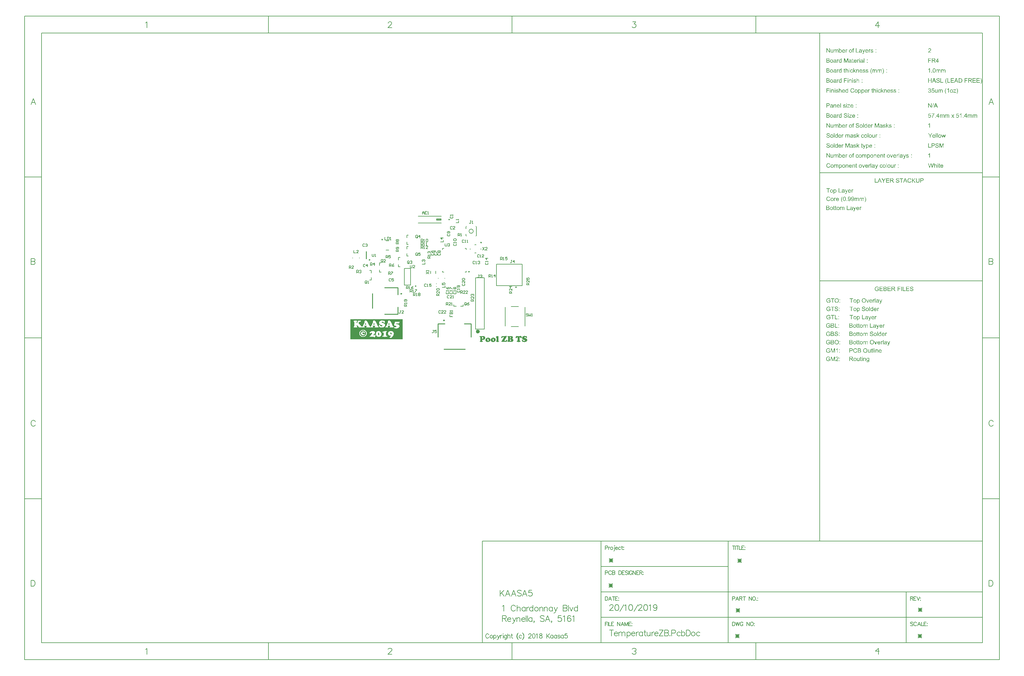
<source format=gto>
G04*
G04 #@! TF.GenerationSoftware,Altium Limited,Altium Designer,19.1.8 (144)*
G04*
G04 Layer_Color=65535*
%FSLAX44Y44*%
%MOMM*%
G71*
G01*
G75*
%ADD10C,0.2500*%
%ADD11C,0.6000*%
%ADD12C,0.2000*%
%ADD13C,0.2540*%
%ADD14C,0.3000*%
%ADD15C,0.1270*%
%ADD16C,0.1778*%
G36*
X1521266Y977771D02*
X1521480Y977752D01*
X1521734Y977713D01*
X1522007Y977674D01*
X1522299Y977615D01*
X1522065Y976250D01*
X1522046D01*
X1521987Y976269D01*
X1521890Y976289D01*
X1521773Y976308D01*
X1521617D01*
X1521461Y976328D01*
X1521129Y976347D01*
X1521012D01*
X1520895Y976328D01*
X1520739Y976308D01*
X1520583Y976269D01*
X1520407Y976211D01*
X1520251Y976133D01*
X1520115Y976035D01*
X1520095Y976016D01*
X1520076Y975977D01*
X1520017Y975899D01*
X1519978Y975781D01*
X1519920Y975626D01*
X1519861Y975411D01*
X1519842Y975177D01*
X1519822Y974884D01*
Y974045D01*
X1521636D01*
Y972816D01*
X1519842D01*
Y964760D01*
X1518262D01*
Y972816D01*
X1516877D01*
Y974045D01*
X1518262D01*
Y975021D01*
Y975040D01*
Y975060D01*
Y975177D01*
X1518281Y975333D01*
Y975547D01*
X1518301Y975762D01*
X1518340Y975996D01*
X1518379Y976211D01*
X1518437Y976406D01*
X1518457Y976425D01*
X1518476Y976503D01*
X1518535Y976620D01*
X1518613Y976757D01*
X1518730Y976933D01*
X1518866Y977088D01*
X1519022Y977245D01*
X1519217Y977401D01*
X1519237Y977420D01*
X1519335Y977459D01*
X1519451Y977518D01*
X1519647Y977596D01*
X1519861Y977674D01*
X1520154Y977732D01*
X1520466Y977771D01*
X1520836Y977791D01*
X1521090D01*
X1521266Y977771D01*
D02*
G37*
G36*
X1570346Y974240D02*
X1570560Y974202D01*
X1570794Y974123D01*
X1571068Y974045D01*
X1571360Y973909D01*
X1571672Y973733D01*
X1571107Y972290D01*
X1571087Y972309D01*
X1571009Y972348D01*
X1570892Y972407D01*
X1570755Y972465D01*
X1570580Y972524D01*
X1570385Y972582D01*
X1570170Y972621D01*
X1569956Y972641D01*
X1569878D01*
X1569780Y972621D01*
X1569644Y972602D01*
X1569507Y972563D01*
X1569351Y972504D01*
X1569195Y972426D01*
X1569039Y972329D01*
X1569019Y972309D01*
X1568980Y972270D01*
X1568902Y972192D01*
X1568824Y972095D01*
X1568727Y971978D01*
X1568629Y971822D01*
X1568551Y971646D01*
X1568473Y971451D01*
X1568454Y971412D01*
X1568434Y971314D01*
X1568395Y971139D01*
X1568356Y970905D01*
X1568297Y970632D01*
X1568259Y970320D01*
X1568239Y969988D01*
X1568219Y969617D01*
Y964760D01*
X1566639D01*
Y974045D01*
X1568063D01*
Y972660D01*
X1568083Y972680D01*
X1568161Y972797D01*
X1568259Y972972D01*
X1568376Y973168D01*
X1568532Y973382D01*
X1568707Y973597D01*
X1568863Y973792D01*
X1569039Y973928D01*
X1569058Y973948D01*
X1569117Y973987D01*
X1569214Y974026D01*
X1569351Y974104D01*
X1569487Y974162D01*
X1569663Y974202D01*
X1569858Y974240D01*
X1570053Y974260D01*
X1570190D01*
X1570346Y974240D01*
D02*
G37*
G36*
X1500725D02*
X1500939Y974202D01*
X1501173Y974123D01*
X1501446Y974045D01*
X1501739Y973909D01*
X1502051Y973733D01*
X1501485Y972290D01*
X1501466Y972309D01*
X1501388Y972348D01*
X1501271Y972407D01*
X1501134Y972465D01*
X1500959Y972524D01*
X1500764Y972582D01*
X1500549Y972621D01*
X1500334Y972641D01*
X1500256D01*
X1500159Y972621D01*
X1500022Y972602D01*
X1499886Y972563D01*
X1499730Y972504D01*
X1499574Y972426D01*
X1499418Y972329D01*
X1499398Y972309D01*
X1499359Y972270D01*
X1499281Y972192D01*
X1499203Y972095D01*
X1499106Y971978D01*
X1499008Y971822D01*
X1498930Y971646D01*
X1498852Y971451D01*
X1498832Y971412D01*
X1498813Y971314D01*
X1498774Y971139D01*
X1498735Y970905D01*
X1498676Y970632D01*
X1498637Y970320D01*
X1498618Y969988D01*
X1498598Y969617D01*
Y964760D01*
X1497018D01*
Y974045D01*
X1498442D01*
Y972660D01*
X1498462Y972680D01*
X1498540Y972797D01*
X1498637Y972972D01*
X1498754Y973168D01*
X1498910Y973382D01*
X1499086Y973597D01*
X1499242Y973792D01*
X1499418Y973928D01*
X1499437Y973948D01*
X1499496Y973987D01*
X1499593Y974026D01*
X1499730Y974104D01*
X1499866Y974162D01*
X1500042Y974202D01*
X1500237Y974240D01*
X1500432Y974260D01*
X1500569D01*
X1500725Y974240D01*
D02*
G37*
G36*
X1472186D02*
X1472303D01*
X1472439Y974221D01*
X1472732Y974162D01*
X1473083Y974065D01*
X1473434Y973928D01*
X1473766Y973733D01*
X1474078Y973480D01*
X1474117Y973441D01*
X1474195Y973343D01*
X1474312Y973148D01*
X1474468Y972895D01*
X1474604Y972563D01*
X1474722Y972173D01*
X1474799Y971685D01*
X1474839Y971412D01*
Y971119D01*
Y964760D01*
X1473258D01*
Y970593D01*
Y970612D01*
Y970632D01*
Y970749D01*
Y970924D01*
X1473239Y971119D01*
X1473200Y971568D01*
X1473161Y971783D01*
X1473102Y971958D01*
Y971978D01*
X1473063Y972036D01*
X1473024Y972114D01*
X1472966Y972212D01*
X1472888Y972309D01*
X1472790Y972426D01*
X1472673Y972543D01*
X1472537Y972641D01*
X1472517Y972660D01*
X1472459Y972680D01*
X1472381Y972719D01*
X1472283Y972777D01*
X1472146Y972816D01*
X1471971Y972856D01*
X1471795Y972875D01*
X1471600Y972895D01*
X1471444D01*
X1471249Y972856D01*
X1471035Y972816D01*
X1470781Y972738D01*
X1470508Y972621D01*
X1470215Y972446D01*
X1469962Y972231D01*
X1469942Y972192D01*
X1469864Y972114D01*
X1469767Y971958D01*
X1469650Y971724D01*
X1469513Y971431D01*
X1469415Y971080D01*
X1469337Y970651D01*
X1469318Y970144D01*
Y964760D01*
X1467738D01*
Y970788D01*
Y970807D01*
Y970827D01*
Y970885D01*
Y970963D01*
X1467718Y971158D01*
X1467699Y971373D01*
X1467640Y971646D01*
X1467582Y971900D01*
X1467484Y972153D01*
X1467348Y972368D01*
X1467328Y972387D01*
X1467270Y972446D01*
X1467192Y972543D01*
X1467055Y972641D01*
X1466880Y972719D01*
X1466665Y972816D01*
X1466411Y972875D01*
X1466099Y972895D01*
X1465982D01*
X1465865Y972875D01*
X1465690Y972856D01*
X1465514Y972816D01*
X1465300Y972738D01*
X1465085Y972660D01*
X1464870Y972543D01*
X1464851Y972524D01*
X1464773Y972485D01*
X1464675Y972387D01*
X1464558Y972290D01*
X1464422Y972134D01*
X1464285Y971958D01*
X1464168Y971743D01*
X1464051Y971509D01*
X1464032Y971470D01*
X1464012Y971392D01*
X1463973Y971236D01*
X1463934Y971022D01*
X1463875Y970749D01*
X1463837Y970417D01*
X1463817Y970027D01*
X1463797Y969578D01*
Y964760D01*
X1462217D01*
Y974045D01*
X1463622D01*
Y972738D01*
X1463641Y972777D01*
X1463700Y972856D01*
X1463797Y972972D01*
X1463934Y973129D01*
X1464090Y973304D01*
X1464285Y973480D01*
X1464519Y973675D01*
X1464773Y973831D01*
X1464812Y973850D01*
X1464909Y973889D01*
X1465065Y973967D01*
X1465260Y974045D01*
X1465514Y974123D01*
X1465787Y974202D01*
X1466119Y974240D01*
X1466450Y974260D01*
X1466626D01*
X1466821Y974240D01*
X1467055Y974202D01*
X1467309Y974162D01*
X1467601Y974084D01*
X1467874Y973967D01*
X1468128Y973831D01*
X1468167Y973811D01*
X1468245Y973753D01*
X1468362Y973655D01*
X1468499Y973519D01*
X1468655Y973343D01*
X1468811Y973148D01*
X1468947Y972895D01*
X1469064Y972621D01*
X1469084Y972641D01*
X1469123Y972699D01*
X1469181Y972777D01*
X1469259Y972875D01*
X1469377Y973011D01*
X1469513Y973148D01*
X1469669Y973285D01*
X1469845Y973441D01*
X1470040Y973597D01*
X1470254Y973733D01*
X1470762Y974006D01*
X1471035Y974104D01*
X1471327Y974182D01*
X1471620Y974240D01*
X1471951Y974260D01*
X1472088D01*
X1472186Y974240D01*
D02*
G37*
G36*
X1588761Y972251D02*
X1586966D01*
Y974045D01*
X1588761D01*
Y972251D01*
D02*
G37*
G36*
X1576022Y974240D02*
X1576276Y974221D01*
X1576588Y974182D01*
X1576900Y974123D01*
X1577232Y974045D01*
X1577544Y973928D01*
X1577563D01*
X1577583Y973909D01*
X1577681Y973870D01*
X1577836Y973792D01*
X1578012Y973714D01*
X1578207Y973577D01*
X1578422Y973441D01*
X1578617Y973265D01*
X1578773Y973070D01*
X1578792Y973051D01*
X1578831Y972972D01*
X1578909Y972856D01*
X1579007Y972699D01*
X1579085Y972504D01*
X1579182Y972251D01*
X1579261Y971978D01*
X1579339Y971665D01*
X1577798Y971451D01*
Y971490D01*
X1577778Y971568D01*
X1577739Y971704D01*
X1577681Y971861D01*
X1577603Y972036D01*
X1577485Y972212D01*
X1577349Y972407D01*
X1577173Y972563D01*
X1577154Y972582D01*
X1577076Y972621D01*
X1576959Y972699D01*
X1576803Y972777D01*
X1576608Y972836D01*
X1576354Y972914D01*
X1576081Y972953D01*
X1575749Y972972D01*
X1575574D01*
X1575379Y972953D01*
X1575145Y972934D01*
X1574891Y972875D01*
X1574637Y972816D01*
X1574384Y972719D01*
X1574189Y972602D01*
X1574169Y972582D01*
X1574111Y972543D01*
X1574052Y972465D01*
X1573974Y972368D01*
X1573877Y972251D01*
X1573818Y972095D01*
X1573759Y971939D01*
X1573740Y971763D01*
Y971743D01*
Y971704D01*
X1573759Y971646D01*
Y971568D01*
X1573818Y971392D01*
X1573916Y971197D01*
X1573935Y971178D01*
X1573955Y971158D01*
X1574072Y971061D01*
X1574150Y970983D01*
X1574247Y970924D01*
X1574384Y970846D01*
X1574520Y970788D01*
X1574540D01*
X1574579Y970768D01*
X1574657Y970749D01*
X1574793Y970710D01*
X1574969Y970651D01*
X1575223Y970573D01*
X1575535Y970495D01*
X1575710Y970437D01*
X1575925Y970378D01*
X1575944D01*
X1576003Y970359D01*
X1576081Y970339D01*
X1576198Y970300D01*
X1576335Y970261D01*
X1576490Y970222D01*
X1576842Y970125D01*
X1577232Y970007D01*
X1577622Y969871D01*
X1577973Y969754D01*
X1578129Y969695D01*
X1578266Y969637D01*
X1578305Y969617D01*
X1578383Y969578D01*
X1578500Y969520D01*
X1578636Y969442D01*
X1578812Y969325D01*
X1578987Y969169D01*
X1579144Y969013D01*
X1579300Y968818D01*
X1579319Y968798D01*
X1579358Y968720D01*
X1579417Y968603D01*
X1579495Y968447D01*
X1579573Y968252D01*
X1579631Y968018D01*
X1579670Y967764D01*
X1579690Y967471D01*
Y967432D01*
Y967335D01*
X1579670Y967179D01*
X1579631Y967003D01*
X1579573Y966769D01*
X1579495Y966516D01*
X1579378Y966262D01*
X1579222Y965989D01*
X1579202Y965950D01*
X1579144Y965872D01*
X1579026Y965755D01*
X1578870Y965599D01*
X1578695Y965423D01*
X1578461Y965248D01*
X1578188Y965072D01*
X1577876Y964916D01*
X1577836Y964896D01*
X1577720Y964857D01*
X1577544Y964799D01*
X1577310Y964741D01*
X1577017Y964662D01*
X1576686Y964604D01*
X1576315Y964565D01*
X1575925Y964545D01*
X1575749D01*
X1575632Y964565D01*
X1575476D01*
X1575301Y964584D01*
X1574891Y964643D01*
X1574442Y964721D01*
X1573994Y964857D01*
X1573545Y965033D01*
X1573350Y965150D01*
X1573155Y965287D01*
X1573135D01*
X1573116Y965326D01*
X1572999Y965423D01*
X1572843Y965599D01*
X1572648Y965852D01*
X1572453Y966164D01*
X1572258Y966555D01*
X1572082Y967003D01*
X1571965Y967530D01*
X1573526Y967784D01*
Y967764D01*
Y967745D01*
X1573545Y967627D01*
X1573604Y967452D01*
X1573662Y967237D01*
X1573759Y967003D01*
X1573877Y966769D01*
X1574052Y966535D01*
X1574247Y966320D01*
X1574267Y966301D01*
X1574364Y966243D01*
X1574501Y966164D01*
X1574676Y966087D01*
X1574930Y965989D01*
X1575203Y965911D01*
X1575554Y965852D01*
X1575925Y965833D01*
X1576100D01*
X1576295Y965852D01*
X1576530Y965891D01*
X1576803Y965930D01*
X1577076Y966008D01*
X1577329Y966125D01*
X1577544Y966262D01*
X1577563Y966282D01*
X1577622Y966340D01*
X1577720Y966438D01*
X1577817Y966555D01*
X1577895Y966711D01*
X1577993Y966906D01*
X1578051Y967101D01*
X1578071Y967315D01*
Y967335D01*
Y967413D01*
X1578051Y967491D01*
X1578012Y967627D01*
X1577954Y967745D01*
X1577876Y967901D01*
X1577758Y968037D01*
X1577603Y968154D01*
X1577583Y968174D01*
X1577524Y968193D01*
X1577427Y968232D01*
X1577271Y968310D01*
X1577056Y968369D01*
X1576783Y968466D01*
X1576608Y968525D01*
X1576432Y968564D01*
X1576217Y968622D01*
X1575983Y968681D01*
X1575964D01*
X1575905Y968700D01*
X1575827Y968720D01*
X1575710Y968759D01*
X1575554Y968798D01*
X1575398Y968837D01*
X1575027Y968954D01*
X1574637Y969071D01*
X1574228Y969188D01*
X1573857Y969325D01*
X1573701Y969383D01*
X1573564Y969442D01*
X1573545Y969461D01*
X1573447Y969500D01*
X1573330Y969578D01*
X1573194Y969676D01*
X1573018Y969793D01*
X1572862Y969949D01*
X1572687Y970125D01*
X1572550Y970320D01*
X1572531Y970339D01*
X1572492Y970417D01*
X1572453Y970534D01*
X1572394Y970690D01*
X1572316Y970866D01*
X1572277Y971080D01*
X1572238Y971314D01*
X1572218Y971568D01*
Y971588D01*
Y971665D01*
X1572238Y971802D01*
X1572258Y971939D01*
X1572277Y972114D01*
X1572336Y972309D01*
X1572394Y972524D01*
X1572492Y972719D01*
X1572511Y972738D01*
X1572550Y972816D01*
X1572609Y972914D01*
X1572706Y973031D01*
X1572804Y973168D01*
X1572940Y973304D01*
X1573096Y973460D01*
X1573272Y973597D01*
X1573291Y973616D01*
X1573350Y973636D01*
X1573428Y973694D01*
X1573545Y973753D01*
X1573681Y973831D01*
X1573857Y973909D01*
X1574052Y973987D01*
X1574267Y974065D01*
X1574306D01*
X1574384Y974104D01*
X1574501Y974123D01*
X1574676Y974162D01*
X1574891Y974202D01*
X1575105Y974221D01*
X1575359Y974260D01*
X1575808D01*
X1576022Y974240D01*
D02*
G37*
G36*
X1449635Y964760D02*
X1447899D01*
X1441169Y974826D01*
Y964760D01*
X1439550D01*
Y977576D01*
X1441267D01*
X1448016Y967511D01*
Y977576D01*
X1449635D01*
Y964760D01*
D02*
G37*
G36*
X1551833Y964604D02*
Y964584D01*
X1551814Y964545D01*
X1551775Y964467D01*
X1551736Y964350D01*
X1551697Y964233D01*
X1551638Y964097D01*
X1551521Y963765D01*
X1551365Y963414D01*
X1551229Y963082D01*
X1551092Y962751D01*
X1551014Y962614D01*
X1550956Y962497D01*
X1550936Y962458D01*
X1550878Y962380D01*
X1550800Y962243D01*
X1550683Y962068D01*
X1550526Y961892D01*
X1550370Y961697D01*
X1550175Y961522D01*
X1549980Y961366D01*
X1549961Y961346D01*
X1549883Y961307D01*
X1549766Y961249D01*
X1549610Y961190D01*
X1549434Y961112D01*
X1549200Y961054D01*
X1548966Y961015D01*
X1548693Y960995D01*
X1548615D01*
X1548517Y961015D01*
X1548400D01*
X1548244Y961034D01*
X1548069Y961073D01*
X1547678Y961190D01*
X1547503Y962653D01*
X1547522D01*
X1547581Y962634D01*
X1547678Y962614D01*
X1547815Y962575D01*
X1548088Y962517D01*
X1548400Y962497D01*
X1548498D01*
X1548576Y962517D01*
X1548712D01*
X1548985Y962575D01*
X1549122Y962614D01*
X1549239Y962673D01*
X1549259D01*
X1549297Y962712D01*
X1549356Y962751D01*
X1549415Y962809D01*
X1549590Y962965D01*
X1549766Y963180D01*
Y963199D01*
X1549785Y963238D01*
X1549824Y963297D01*
X1549883Y963414D01*
X1549941Y963570D01*
X1550019Y963765D01*
X1550117Y964038D01*
X1550234Y964350D01*
X1550253Y964370D01*
X1550273Y964448D01*
X1550331Y964565D01*
X1550390Y964741D01*
X1546859Y974045D01*
X1548537D01*
X1550468Y968700D01*
Y968681D01*
X1550488Y968661D01*
X1550507Y968603D01*
X1550526Y968525D01*
X1550605Y968310D01*
X1550702Y968037D01*
X1550800Y967725D01*
X1550917Y967354D01*
X1551034Y966964D01*
X1551151Y966555D01*
Y966574D01*
X1551170Y966594D01*
Y966652D01*
X1551209Y966730D01*
X1551248Y966945D01*
X1551326Y967198D01*
X1551424Y967511D01*
X1551541Y967862D01*
X1551658Y968232D01*
X1551794Y968622D01*
X1553784Y974045D01*
X1555345D01*
X1551833Y964604D01*
D02*
G37*
G36*
X1459760Y964760D02*
X1458355D01*
Y966106D01*
X1458335Y966087D01*
X1458296Y966047D01*
X1458238Y965969D01*
X1458160Y965872D01*
X1458043Y965735D01*
X1457906Y965618D01*
X1457750Y965462D01*
X1457575Y965326D01*
X1457380Y965189D01*
X1457165Y965033D01*
X1456911Y964916D01*
X1456658Y964799D01*
X1456365Y964682D01*
X1456073Y964604D01*
X1455741Y964565D01*
X1455409Y964545D01*
X1455273D01*
X1455117Y964565D01*
X1454902Y964584D01*
X1454668Y964623D01*
X1454415Y964682D01*
X1454141Y964760D01*
X1453868Y964857D01*
X1453829Y964877D01*
X1453751Y964916D01*
X1453634Y964975D01*
X1453478Y965072D01*
X1453303Y965189D01*
X1453127Y965326D01*
X1452971Y965462D01*
X1452815Y965638D01*
X1452795Y965657D01*
X1452756Y965716D01*
X1452698Y965833D01*
X1452639Y965969D01*
X1452542Y966145D01*
X1452464Y966340D01*
X1452386Y966555D01*
X1452327Y966808D01*
Y966828D01*
X1452308Y966906D01*
Y967003D01*
X1452288Y967159D01*
X1452269Y967374D01*
Y967627D01*
X1452249Y967920D01*
Y968271D01*
Y974045D01*
X1453829D01*
Y968876D01*
Y968857D01*
Y968818D01*
Y968759D01*
Y968681D01*
Y968466D01*
X1453849Y968213D01*
Y967940D01*
X1453868Y967666D01*
X1453888Y967413D01*
X1453907Y967218D01*
Y967198D01*
X1453946Y967120D01*
X1453985Y967003D01*
X1454044Y966867D01*
X1454122Y966711D01*
X1454239Y966535D01*
X1454375Y966379D01*
X1454532Y966243D01*
X1454551Y966223D01*
X1454629Y966184D01*
X1454727Y966125D01*
X1454863Y966067D01*
X1455039Y966008D01*
X1455234Y965950D01*
X1455468Y965911D01*
X1455721Y965891D01*
X1455838D01*
X1455975Y965911D01*
X1456151Y965930D01*
X1456346Y965969D01*
X1456560Y966047D01*
X1456794Y966125D01*
X1457029Y966243D01*
X1457048Y966262D01*
X1457126Y966320D01*
X1457243Y966399D01*
X1457380Y966516D01*
X1457516Y966652D01*
X1457672Y966828D01*
X1457789Y967023D01*
X1457906Y967237D01*
X1457926Y967276D01*
X1457945Y967354D01*
X1457984Y967491D01*
X1458043Y967706D01*
X1458101Y967959D01*
X1458140Y968271D01*
X1458160Y968642D01*
X1458179Y969052D01*
Y974045D01*
X1459760D01*
Y964760D01*
D02*
G37*
G36*
X1749329Y977615D02*
X1749485Y977596D01*
X1749661Y977576D01*
X1749856Y977557D01*
X1750070Y977498D01*
X1750539Y977381D01*
X1751026Y977206D01*
X1751280Y977088D01*
X1751514Y976952D01*
X1751729Y976776D01*
X1751943Y976601D01*
X1751963Y976581D01*
X1751982Y976562D01*
X1752041Y976503D01*
X1752119Y976425D01*
X1752197Y976308D01*
X1752294Y976191D01*
X1752489Y975899D01*
X1752684Y975528D01*
X1752860Y975099D01*
X1752997Y974611D01*
X1753016Y974338D01*
X1753036Y974065D01*
Y974026D01*
Y973928D01*
X1753016Y973772D01*
X1752997Y973577D01*
X1752958Y973343D01*
X1752899Y973090D01*
X1752821Y972816D01*
X1752704Y972543D01*
X1752684Y972504D01*
X1752646Y972407D01*
X1752567Y972270D01*
X1752450Y972075D01*
X1752314Y971841D01*
X1752138Y971568D01*
X1751904Y971295D01*
X1751651Y970983D01*
X1751612Y970944D01*
X1751514Y970827D01*
X1751339Y970651D01*
X1751221Y970534D01*
X1751085Y970398D01*
X1750929Y970241D01*
X1750734Y970066D01*
X1750539Y969890D01*
X1750324Y969676D01*
X1750090Y969461D01*
X1749817Y969227D01*
X1749544Y968993D01*
X1749232Y968720D01*
X1749212Y968700D01*
X1749173Y968661D01*
X1749095Y968603D01*
X1748998Y968525D01*
X1748764Y968330D01*
X1748471Y968076D01*
X1748178Y967803D01*
X1747866Y967530D01*
X1747613Y967296D01*
X1747515Y967198D01*
X1747418Y967101D01*
X1747398Y967081D01*
X1747359Y967023D01*
X1747281Y966945D01*
X1747184Y966828D01*
X1746969Y966574D01*
X1746754Y966262D01*
X1753055D01*
Y964760D01*
X1744570D01*
Y964780D01*
Y964857D01*
Y964975D01*
X1744589Y965111D01*
X1744608Y965267D01*
X1744628Y965443D01*
X1744687Y965638D01*
X1744745Y965833D01*
Y965852D01*
X1744765Y965872D01*
X1744804Y965989D01*
X1744882Y966145D01*
X1744999Y966379D01*
X1745135Y966633D01*
X1745330Y966925D01*
X1745525Y967218D01*
X1745779Y967530D01*
Y967550D01*
X1745818Y967569D01*
X1745916Y967686D01*
X1746072Y967862D01*
X1746306Y968096D01*
X1746598Y968369D01*
X1746949Y968700D01*
X1747379Y969071D01*
X1747847Y969481D01*
X1747866Y969500D01*
X1747944Y969559D01*
X1748042Y969637D01*
X1748178Y969773D01*
X1748354Y969910D01*
X1748549Y970085D01*
X1748978Y970456D01*
X1749446Y970905D01*
X1749915Y971353D01*
X1750149Y971568D01*
X1750344Y971783D01*
X1750519Y971997D01*
X1750675Y972192D01*
Y972212D01*
X1750714Y972231D01*
X1750753Y972290D01*
X1750792Y972368D01*
X1750909Y972563D01*
X1751046Y972816D01*
X1751183Y973109D01*
X1751299Y973421D01*
X1751378Y973772D01*
X1751416Y974104D01*
Y974123D01*
Y974143D01*
X1751397Y974260D01*
X1751378Y974436D01*
X1751339Y974650D01*
X1751241Y974904D01*
X1751124Y975157D01*
X1750968Y975430D01*
X1750734Y975684D01*
X1750695Y975704D01*
X1750617Y975781D01*
X1750461Y975879D01*
X1750266Y976016D01*
X1750012Y976133D01*
X1749719Y976230D01*
X1749368Y976308D01*
X1748978Y976328D01*
X1748861D01*
X1748783Y976308D01*
X1748588Y976289D01*
X1748334Y976250D01*
X1748042Y976152D01*
X1747730Y976035D01*
X1747437Y975860D01*
X1747164Y975626D01*
X1747144Y975586D01*
X1747066Y975508D01*
X1746949Y975352D01*
X1746832Y975138D01*
X1746696Y974865D01*
X1746598Y974553D01*
X1746520Y974182D01*
X1746481Y973753D01*
X1744862Y973928D01*
Y973948D01*
Y974006D01*
X1744882Y974104D01*
X1744901Y974221D01*
X1744940Y974377D01*
X1744960Y974553D01*
X1745077Y974943D01*
X1745233Y975391D01*
X1745447Y975840D01*
X1745740Y976289D01*
X1745896Y976484D01*
X1746091Y976679D01*
X1746111Y976698D01*
X1746150Y976718D01*
X1746208Y976776D01*
X1746286Y976835D01*
X1746403Y976893D01*
X1746540Y976991D01*
X1746696Y977069D01*
X1746871Y977167D01*
X1747066Y977245D01*
X1747281Y977342D01*
X1747535Y977420D01*
X1747788Y977479D01*
X1748373Y977596D01*
X1748685Y977615D01*
X1749017Y977635D01*
X1749193D01*
X1749329Y977615D01*
D02*
G37*
G36*
X1588761Y964760D02*
X1586966D01*
Y966555D01*
X1588761D01*
Y964760D01*
D02*
G37*
G36*
X1542119Y974240D02*
X1542392Y974221D01*
X1542704Y974182D01*
X1543036Y974143D01*
X1543348Y974065D01*
X1543640Y973967D01*
X1543679Y973948D01*
X1543757Y973928D01*
X1543894Y973850D01*
X1544050Y973772D01*
X1544226Y973675D01*
X1544421Y973558D01*
X1544577Y973421D01*
X1544733Y973265D01*
X1544752Y973246D01*
X1544791Y973187D01*
X1544850Y973109D01*
X1544928Y972972D01*
X1545006Y972816D01*
X1545084Y972641D01*
X1545162Y972426D01*
X1545220Y972192D01*
Y972173D01*
X1545240Y972114D01*
X1545260Y972017D01*
X1545279Y971861D01*
Y971665D01*
X1545298Y971412D01*
X1545318Y971119D01*
Y970749D01*
Y968642D01*
Y968622D01*
Y968544D01*
Y968427D01*
Y968291D01*
Y968115D01*
Y967920D01*
X1545338Y967471D01*
Y966984D01*
X1545357Y966535D01*
X1545377Y966320D01*
Y966145D01*
X1545396Y965989D01*
X1545416Y965852D01*
Y965833D01*
X1545435Y965755D01*
X1545455Y965638D01*
X1545494Y965501D01*
X1545552Y965345D01*
X1545630Y965150D01*
X1545806Y964760D01*
X1544167D01*
X1544148Y964780D01*
X1544128Y964838D01*
X1544089Y964955D01*
X1544031Y965092D01*
X1543972Y965267D01*
X1543933Y965462D01*
X1543894Y965677D01*
X1543855Y965930D01*
X1543816Y965891D01*
X1543699Y965813D01*
X1543543Y965677D01*
X1543309Y965521D01*
X1543055Y965326D01*
X1542763Y965150D01*
X1542470Y964994D01*
X1542158Y964857D01*
X1542119Y964838D01*
X1542021Y964818D01*
X1541865Y964760D01*
X1541651Y964701D01*
X1541378Y964643D01*
X1541085Y964604D01*
X1540773Y964565D01*
X1540422Y964545D01*
X1540285D01*
X1540168Y964565D01*
X1540051D01*
X1539895Y964584D01*
X1539563Y964643D01*
X1539173Y964721D01*
X1538803Y964857D01*
X1538412Y965033D01*
X1538081Y965287D01*
X1538042Y965326D01*
X1537944Y965423D01*
X1537827Y965579D01*
X1537671Y965813D01*
X1537515Y966087D01*
X1537398Y966399D01*
X1537301Y966789D01*
X1537262Y967198D01*
Y967237D01*
Y967315D01*
X1537281Y967452D01*
X1537301Y967608D01*
X1537340Y967803D01*
X1537379Y968018D01*
X1537457Y968232D01*
X1537554Y968447D01*
X1537574Y968466D01*
X1537613Y968544D01*
X1537671Y968642D01*
X1537769Y968779D01*
X1537886Y968915D01*
X1538042Y969071D01*
X1538198Y969208D01*
X1538374Y969344D01*
X1538393Y969364D01*
X1538471Y969403D01*
X1538569Y969461D01*
X1538705Y969539D01*
X1538881Y969637D01*
X1539056Y969715D01*
X1539271Y969793D01*
X1539505Y969871D01*
X1539524D01*
X1539602Y969890D01*
X1539700Y969910D01*
X1539856Y969949D01*
X1540051Y969988D01*
X1540305Y970027D01*
X1540578Y970066D01*
X1540909Y970105D01*
X1540929D01*
X1540987Y970125D01*
X1541085D01*
X1541221Y970144D01*
X1541378Y970163D01*
X1541553Y970183D01*
X1541982Y970261D01*
X1542431Y970339D01*
X1542899Y970417D01*
X1543348Y970534D01*
X1543543Y970593D01*
X1543719Y970651D01*
Y970671D01*
Y970710D01*
X1543738Y970827D01*
Y970963D01*
Y971022D01*
Y971061D01*
Y971080D01*
Y971100D01*
Y971217D01*
X1543719Y971392D01*
X1543679Y971588D01*
X1543621Y971802D01*
X1543543Y972036D01*
X1543445Y972231D01*
X1543289Y972407D01*
X1543270Y972426D01*
X1543172Y972485D01*
X1543036Y972582D01*
X1542841Y972680D01*
X1542587Y972777D01*
X1542275Y972875D01*
X1541904Y972934D01*
X1541495Y972953D01*
X1541319D01*
X1541124Y972934D01*
X1540870Y972914D01*
X1540597Y972856D01*
X1540344Y972797D01*
X1540071Y972699D01*
X1539856Y972563D01*
X1539836Y972543D01*
X1539778Y972485D01*
X1539680Y972387D01*
X1539563Y972251D01*
X1539427Y972056D01*
X1539310Y971822D01*
X1539173Y971529D01*
X1539076Y971197D01*
X1537535Y971412D01*
Y971431D01*
X1537554Y971451D01*
X1537574Y971568D01*
X1537632Y971743D01*
X1537691Y971978D01*
X1537788Y972231D01*
X1537905Y972485D01*
X1538042Y972758D01*
X1538217Y972992D01*
X1538237Y973011D01*
X1538315Y973090D01*
X1538412Y973207D01*
X1538569Y973343D01*
X1538764Y973480D01*
X1539017Y973636D01*
X1539290Y973792D01*
X1539602Y973928D01*
X1539622D01*
X1539641Y973948D01*
X1539700Y973967D01*
X1539758Y973987D01*
X1539954Y974026D01*
X1540207Y974104D01*
X1540519Y974162D01*
X1540870Y974202D01*
X1541280Y974240D01*
X1541709Y974260D01*
X1541904D01*
X1542119Y974240D01*
D02*
G37*
G36*
X1529673Y966262D02*
X1535974D01*
Y964760D01*
X1527976D01*
Y977576D01*
X1529673D01*
Y966262D01*
D02*
G37*
G36*
X1560807Y974240D02*
X1560963Y974221D01*
X1561158Y974202D01*
X1561353Y974162D01*
X1561587Y974104D01*
X1562055Y973948D01*
X1562309Y973850D01*
X1562562Y973714D01*
X1562816Y973577D01*
X1563070Y973402D01*
X1563304Y973207D01*
X1563538Y972972D01*
X1563557Y972953D01*
X1563596Y972914D01*
X1563655Y972836D01*
X1563733Y972738D01*
X1563811Y972602D01*
X1563908Y972446D01*
X1564025Y972270D01*
X1564142Y972056D01*
X1564240Y971802D01*
X1564357Y971548D01*
X1564455Y971256D01*
X1564552Y970924D01*
X1564611Y970593D01*
X1564669Y970222D01*
X1564708Y969832D01*
X1564728Y969403D01*
Y969383D01*
Y969305D01*
Y969169D01*
X1564708Y968993D01*
X1557803D01*
Y968973D01*
Y968934D01*
X1557822Y968837D01*
Y968739D01*
X1557842Y968603D01*
X1557861Y968466D01*
X1557939Y968115D01*
X1558056Y967745D01*
X1558193Y967354D01*
X1558407Y966964D01*
X1558661Y966633D01*
X1558700Y966594D01*
X1558797Y966516D01*
X1558973Y966379D01*
X1559188Y966243D01*
X1559480Y966087D01*
X1559812Y965950D01*
X1560182Y965872D01*
X1560592Y965833D01*
X1560748D01*
X1560904Y965852D01*
X1561099Y965891D01*
X1561333Y965950D01*
X1561587Y966028D01*
X1561841Y966125D01*
X1562075Y966282D01*
X1562094Y966301D01*
X1562172Y966379D01*
X1562289Y966477D01*
X1562426Y966652D01*
X1562582Y966847D01*
X1562738Y967101D01*
X1562894Y967413D01*
X1563050Y967764D01*
X1564669Y967550D01*
Y967530D01*
X1564650Y967491D01*
X1564630Y967413D01*
X1564591Y967315D01*
X1564552Y967198D01*
X1564494Y967062D01*
X1564338Y966730D01*
X1564142Y966379D01*
X1563908Y966008D01*
X1563596Y965638D01*
X1563245Y965326D01*
X1563226D01*
X1563206Y965287D01*
X1563148Y965248D01*
X1563050Y965209D01*
X1562953Y965150D01*
X1562836Y965072D01*
X1562699Y965014D01*
X1562523Y964936D01*
X1562153Y964799D01*
X1561685Y964662D01*
X1561177Y964584D01*
X1560592Y964545D01*
X1560397D01*
X1560261Y964565D01*
X1560085Y964584D01*
X1559890Y964604D01*
X1559675Y964643D01*
X1559422Y964701D01*
X1558915Y964857D01*
X1558642Y964955D01*
X1558388Y965072D01*
X1558115Y965209D01*
X1557861Y965384D01*
X1557608Y965579D01*
X1557374Y965794D01*
X1557354Y965813D01*
X1557315Y965852D01*
X1557256Y965930D01*
X1557198Y966028D01*
X1557100Y966145D01*
X1557003Y966301D01*
X1556886Y966496D01*
X1556788Y966711D01*
X1556671Y966945D01*
X1556554Y967198D01*
X1556457Y967491D01*
X1556379Y967803D01*
X1556301Y968135D01*
X1556242Y968505D01*
X1556203Y968895D01*
X1556184Y969305D01*
Y969325D01*
Y969403D01*
Y969539D01*
X1556203Y969695D01*
X1556223Y969890D01*
X1556242Y970125D01*
X1556281Y970378D01*
X1556340Y970651D01*
X1556476Y971236D01*
X1556574Y971529D01*
X1556691Y971841D01*
X1556827Y972134D01*
X1556983Y972426D01*
X1557159Y972699D01*
X1557374Y972953D01*
X1557393Y972972D01*
X1557432Y973011D01*
X1557491Y973070D01*
X1557588Y973168D01*
X1557705Y973265D01*
X1557861Y973363D01*
X1558017Y973480D01*
X1558212Y973616D01*
X1558427Y973733D01*
X1558661Y973850D01*
X1558915Y973948D01*
X1559207Y974065D01*
X1559500Y974143D01*
X1559812Y974202D01*
X1560143Y974240D01*
X1560495Y974260D01*
X1560670D01*
X1560807Y974240D01*
D02*
G37*
G36*
X1512019D02*
X1512195Y974221D01*
X1512370Y974202D01*
X1512585Y974162D01*
X1512819Y974104D01*
X1513307Y973948D01*
X1513560Y973850D01*
X1513833Y973733D01*
X1514087Y973577D01*
X1514341Y973402D01*
X1514594Y973207D01*
X1514828Y972992D01*
X1514848Y972972D01*
X1514887Y972934D01*
X1514945Y972856D01*
X1515023Y972758D01*
X1515121Y972641D01*
X1515218Y972485D01*
X1515336Y972290D01*
X1515453Y972095D01*
X1515550Y971861D01*
X1515667Y971588D01*
X1515765Y971314D01*
X1515862Y971002D01*
X1515940Y970671D01*
X1515999Y970300D01*
X1516038Y969929D01*
X1516057Y969520D01*
Y969500D01*
Y969442D01*
Y969344D01*
Y969227D01*
X1516038Y969071D01*
Y968895D01*
X1516018Y968700D01*
X1515999Y968486D01*
X1515921Y968037D01*
X1515823Y967569D01*
X1515687Y967101D01*
X1515511Y966691D01*
Y966672D01*
X1515491Y966652D01*
X1515414Y966516D01*
X1515277Y966340D01*
X1515101Y966106D01*
X1514887Y965852D01*
X1514614Y965599D01*
X1514302Y965345D01*
X1513931Y965111D01*
X1513911D01*
X1513892Y965092D01*
X1513833Y965053D01*
X1513755Y965033D01*
X1513541Y964936D01*
X1513268Y964838D01*
X1512936Y964721D01*
X1512565Y964643D01*
X1512156Y964565D01*
X1511707Y964545D01*
X1511512D01*
X1511375Y964565D01*
X1511219Y964584D01*
X1511024Y964604D01*
X1510810Y964643D01*
X1510576Y964701D01*
X1510088Y964857D01*
X1509815Y964955D01*
X1509561Y965072D01*
X1509288Y965209D01*
X1509035Y965384D01*
X1508781Y965579D01*
X1508547Y965794D01*
X1508528Y965813D01*
X1508488Y965852D01*
X1508430Y965930D01*
X1508371Y966028D01*
X1508274Y966164D01*
X1508176Y966320D01*
X1508059Y966496D01*
X1507962Y966711D01*
X1507845Y966964D01*
X1507728Y967218D01*
X1507630Y967530D01*
X1507552Y967842D01*
X1507474Y968193D01*
X1507416Y968564D01*
X1507377Y968973D01*
X1507357Y969403D01*
Y969442D01*
Y969520D01*
X1507377Y969656D01*
Y969832D01*
X1507396Y970046D01*
X1507435Y970281D01*
X1507474Y970554D01*
X1507533Y970846D01*
X1507611Y971158D01*
X1507708Y971470D01*
X1507825Y971783D01*
X1507962Y972095D01*
X1508118Y972407D01*
X1508313Y972699D01*
X1508528Y972972D01*
X1508781Y973226D01*
X1508801Y973246D01*
X1508840Y973265D01*
X1508898Y973324D01*
X1508996Y973382D01*
X1509113Y973460D01*
X1509249Y973558D01*
X1509405Y973655D01*
X1509600Y973753D01*
X1509795Y973831D01*
X1510010Y973928D01*
X1510517Y974104D01*
X1511083Y974221D01*
X1511395Y974240D01*
X1511707Y974260D01*
X1511883D01*
X1512019Y974240D01*
D02*
G37*
G36*
X1491186D02*
X1491342Y974221D01*
X1491537Y974202D01*
X1491732Y974162D01*
X1491966Y974104D01*
X1492434Y973948D01*
X1492688Y973850D01*
X1492941Y973714D01*
X1493195Y973577D01*
X1493448Y973402D01*
X1493683Y973207D01*
X1493917Y972972D01*
X1493936Y972953D01*
X1493975Y972914D01*
X1494034Y972836D01*
X1494112Y972738D01*
X1494190Y972602D01*
X1494287Y972446D01*
X1494404Y972270D01*
X1494521Y972056D01*
X1494619Y971802D01*
X1494736Y971548D01*
X1494833Y971256D01*
X1494931Y970924D01*
X1494989Y970593D01*
X1495048Y970222D01*
X1495087Y969832D01*
X1495107Y969403D01*
Y969383D01*
Y969305D01*
Y969169D01*
X1495087Y968993D01*
X1488181D01*
Y968973D01*
Y968934D01*
X1488201Y968837D01*
Y968739D01*
X1488221Y968603D01*
X1488240Y968466D01*
X1488318Y968115D01*
X1488435Y967745D01*
X1488572Y967354D01*
X1488786Y966964D01*
X1489040Y966633D01*
X1489079Y966594D01*
X1489176Y966516D01*
X1489352Y966379D01*
X1489566Y966243D01*
X1489859Y966087D01*
X1490191Y965950D01*
X1490561Y965872D01*
X1490971Y965833D01*
X1491127D01*
X1491283Y965852D01*
X1491478Y965891D01*
X1491712Y965950D01*
X1491966Y966028D01*
X1492219Y966125D01*
X1492453Y966282D01*
X1492473Y966301D01*
X1492551Y966379D01*
X1492668Y966477D01*
X1492805Y966652D01*
X1492961Y966847D01*
X1493117Y967101D01*
X1493273Y967413D01*
X1493429Y967764D01*
X1495048Y967550D01*
Y967530D01*
X1495029Y967491D01*
X1495009Y967413D01*
X1494970Y967315D01*
X1494931Y967198D01*
X1494872Y967062D01*
X1494716Y966730D01*
X1494521Y966379D01*
X1494287Y966008D01*
X1493975Y965638D01*
X1493624Y965326D01*
X1493604D01*
X1493585Y965287D01*
X1493526Y965248D01*
X1493429Y965209D01*
X1493331Y965150D01*
X1493214Y965072D01*
X1493078Y965014D01*
X1492902Y964936D01*
X1492532Y964799D01*
X1492063Y964662D01*
X1491556Y964584D01*
X1490971Y964545D01*
X1490776D01*
X1490639Y964565D01*
X1490464Y964584D01*
X1490269Y964604D01*
X1490054Y964643D01*
X1489801Y964701D01*
X1489293Y964857D01*
X1489020Y964955D01*
X1488767Y965072D01*
X1488494Y965209D01*
X1488240Y965384D01*
X1487986Y965579D01*
X1487752Y965794D01*
X1487733Y965813D01*
X1487694Y965852D01*
X1487635Y965930D01*
X1487577Y966028D01*
X1487479Y966145D01*
X1487382Y966301D01*
X1487265Y966496D01*
X1487167Y966711D01*
X1487050Y966945D01*
X1486933Y967198D01*
X1486835Y967491D01*
X1486757Y967803D01*
X1486679Y968135D01*
X1486621Y968505D01*
X1486582Y968895D01*
X1486562Y969305D01*
Y969325D01*
Y969403D01*
Y969539D01*
X1486582Y969695D01*
X1486601Y969890D01*
X1486621Y970125D01*
X1486660Y970378D01*
X1486718Y970651D01*
X1486855Y971236D01*
X1486953Y971529D01*
X1487070Y971841D01*
X1487206Y972134D01*
X1487362Y972426D01*
X1487538Y972699D01*
X1487752Y972953D01*
X1487772Y972972D01*
X1487811Y973011D01*
X1487869Y973070D01*
X1487967Y973168D01*
X1488084Y973265D01*
X1488240Y973363D01*
X1488396Y973480D01*
X1488591Y973616D01*
X1488806Y973733D01*
X1489040Y973850D01*
X1489293Y973948D01*
X1489586Y974065D01*
X1489879Y974143D01*
X1490191Y974202D01*
X1490522Y974240D01*
X1490873Y974260D01*
X1491049D01*
X1491186Y974240D01*
D02*
G37*
G36*
X1478681Y973011D02*
X1478701Y973031D01*
X1478721Y973070D01*
X1478779Y973129D01*
X1478857Y973207D01*
X1478954Y973304D01*
X1479072Y973402D01*
X1479364Y973636D01*
X1479715Y973870D01*
X1480164Y974065D01*
X1480398Y974143D01*
X1480652Y974202D01*
X1480925Y974240D01*
X1481198Y974260D01*
X1481354D01*
X1481510Y974240D01*
X1481725Y974221D01*
X1481978Y974182D01*
X1482251Y974104D01*
X1482524Y974026D01*
X1482817Y973909D01*
X1482856Y973889D01*
X1482953Y973850D01*
X1483090Y973772D01*
X1483266Y973655D01*
X1483461Y973519D01*
X1483656Y973343D01*
X1483870Y973148D01*
X1484065Y972934D01*
X1484085Y972914D01*
X1484144Y972816D01*
X1484241Y972680D01*
X1484358Y972504D01*
X1484475Y972290D01*
X1484612Y972036D01*
X1484729Y971743D01*
X1484846Y971412D01*
X1484865Y971373D01*
X1484885Y971256D01*
X1484943Y971080D01*
X1485002Y970846D01*
X1485041Y970573D01*
X1485099Y970261D01*
X1485119Y969910D01*
X1485138Y969539D01*
Y969520D01*
Y969442D01*
Y969305D01*
X1485119Y969149D01*
X1485099Y968934D01*
X1485080Y968720D01*
X1485041Y968447D01*
X1484982Y968174D01*
X1484846Y967589D01*
X1484748Y967276D01*
X1484631Y966964D01*
X1484495Y966652D01*
X1484339Y966360D01*
X1484163Y966087D01*
X1483948Y965833D01*
X1483929Y965813D01*
X1483890Y965774D01*
X1483831Y965716D01*
X1483734Y965638D01*
X1483636Y965540D01*
X1483500Y965423D01*
X1483344Y965306D01*
X1483149Y965189D01*
X1482739Y964955D01*
X1482271Y964741D01*
X1481998Y964662D01*
X1481725Y964604D01*
X1481432Y964565D01*
X1481120Y964545D01*
X1480964D01*
X1480847Y964565D01*
X1480710Y964584D01*
X1480554Y964623D01*
X1480184Y964721D01*
X1479988Y964780D01*
X1479774Y964877D01*
X1479559Y964994D01*
X1479345Y965131D01*
X1479150Y965287D01*
X1478935Y965462D01*
X1478740Y965677D01*
X1478564Y965911D01*
Y964760D01*
X1477101D01*
Y977576D01*
X1478681D01*
Y973011D01*
D02*
G37*
G36*
X1539446Y945781D02*
X1537866D01*
Y947576D01*
X1539446D01*
Y945781D01*
D02*
G37*
G36*
X1484670Y934760D02*
X1483207D01*
Y935911D01*
X1483188Y935891D01*
X1483168Y935852D01*
X1483110Y935794D01*
X1483032Y935696D01*
X1482953Y935599D01*
X1482836Y935482D01*
X1482700Y935365D01*
X1482544Y935228D01*
X1482368Y935111D01*
X1482173Y934975D01*
X1481959Y934857D01*
X1481744Y934760D01*
X1481490Y934662D01*
X1481217Y934604D01*
X1480925Y934565D01*
X1480613Y934545D01*
X1480496D01*
X1480418Y934565D01*
X1480203Y934584D01*
X1479949Y934623D01*
X1479618Y934702D01*
X1479286Y934799D01*
X1478916Y934955D01*
X1478564Y935150D01*
X1478545D01*
X1478525Y935170D01*
X1478408Y935267D01*
X1478252Y935404D01*
X1478038Y935599D01*
X1477823Y935833D01*
X1477569Y936125D01*
X1477355Y936457D01*
X1477140Y936847D01*
Y936867D01*
X1477121Y936906D01*
X1477101Y936964D01*
X1477062Y937042D01*
X1477023Y937140D01*
X1476984Y937276D01*
X1476887Y937589D01*
X1476789Y937959D01*
X1476711Y938388D01*
X1476653Y938857D01*
X1476633Y939383D01*
Y939403D01*
Y939442D01*
Y939520D01*
Y939617D01*
X1476653Y939734D01*
Y939890D01*
X1476692Y940222D01*
X1476750Y940612D01*
X1476828Y941022D01*
X1476926Y941470D01*
X1477082Y941900D01*
Y941919D01*
X1477101Y941958D01*
X1477140Y942017D01*
X1477179Y942095D01*
X1477277Y942290D01*
X1477433Y942543D01*
X1477628Y942836D01*
X1477862Y943129D01*
X1478135Y943402D01*
X1478467Y943655D01*
X1478486D01*
X1478506Y943675D01*
X1478623Y943753D01*
X1478818Y943850D01*
X1479072Y943967D01*
X1479384Y944065D01*
X1479735Y944162D01*
X1480125Y944240D01*
X1480535Y944260D01*
X1480671D01*
X1480827Y944240D01*
X1481042Y944221D01*
X1481256Y944162D01*
X1481510Y944104D01*
X1481764Y944006D01*
X1482017Y943889D01*
X1482056Y943870D01*
X1482134Y943831D01*
X1482251Y943753D01*
X1482407Y943636D01*
X1482563Y943519D01*
X1482758Y943363D01*
X1482934Y943168D01*
X1483090Y942972D01*
Y947576D01*
X1484670D01*
Y934760D01*
D02*
G37*
G36*
X1535603Y944240D02*
X1535818Y944202D01*
X1536052Y944123D01*
X1536325Y944045D01*
X1536618Y943909D01*
X1536930Y943733D01*
X1536364Y942290D01*
X1536345Y942309D01*
X1536267Y942348D01*
X1536150Y942407D01*
X1536013Y942465D01*
X1535838Y942524D01*
X1535643Y942582D01*
X1535428Y942621D01*
X1535213Y942641D01*
X1535135D01*
X1535038Y942621D01*
X1534901Y942602D01*
X1534765Y942563D01*
X1534609Y942504D01*
X1534453Y942426D01*
X1534297Y942329D01*
X1534277Y942309D01*
X1534238Y942270D01*
X1534160Y942192D01*
X1534082Y942095D01*
X1533984Y941978D01*
X1533887Y941822D01*
X1533809Y941646D01*
X1533731Y941451D01*
X1533711Y941412D01*
X1533692Y941314D01*
X1533653Y941139D01*
X1533614Y940905D01*
X1533555Y940632D01*
X1533516Y940320D01*
X1533497Y939988D01*
X1533477Y939617D01*
Y934760D01*
X1531897D01*
Y944045D01*
X1533321D01*
Y942660D01*
X1533341Y942680D01*
X1533419Y942797D01*
X1533516Y942972D01*
X1533633Y943168D01*
X1533789Y943382D01*
X1533965Y943597D01*
X1534121Y943792D01*
X1534297Y943928D01*
X1534316Y943948D01*
X1534375Y943987D01*
X1534472Y944026D01*
X1534609Y944104D01*
X1534745Y944162D01*
X1534921Y944202D01*
X1535116Y944240D01*
X1535311Y944260D01*
X1535447D01*
X1535603Y944240D01*
D02*
G37*
G36*
X1474956D02*
X1475170Y944202D01*
X1475404Y944123D01*
X1475677Y944045D01*
X1475970Y943909D01*
X1476282Y943733D01*
X1475716Y942290D01*
X1475697Y942309D01*
X1475619Y942348D01*
X1475502Y942407D01*
X1475365Y942465D01*
X1475190Y942524D01*
X1474995Y942582D01*
X1474780Y942621D01*
X1474565Y942641D01*
X1474487D01*
X1474390Y942621D01*
X1474253Y942602D01*
X1474117Y942563D01*
X1473961Y942504D01*
X1473805Y942426D01*
X1473649Y942329D01*
X1473629Y942309D01*
X1473590Y942270D01*
X1473512Y942192D01*
X1473434Y942095D01*
X1473336Y941978D01*
X1473239Y941822D01*
X1473161Y941646D01*
X1473083Y941451D01*
X1473063Y941412D01*
X1473044Y941314D01*
X1473005Y941139D01*
X1472966Y940905D01*
X1472907Y940632D01*
X1472868Y940320D01*
X1472849Y939988D01*
X1472829Y939617D01*
Y934760D01*
X1471249D01*
Y944045D01*
X1472673D01*
Y942660D01*
X1472693Y942680D01*
X1472771Y942797D01*
X1472868Y942972D01*
X1472985Y943168D01*
X1473141Y943382D01*
X1473317Y943597D01*
X1473473Y943792D01*
X1473649Y943928D01*
X1473668Y943948D01*
X1473727Y943987D01*
X1473824Y944026D01*
X1473961Y944104D01*
X1474097Y944162D01*
X1474273Y944202D01*
X1474468Y944240D01*
X1474663Y944260D01*
X1474799D01*
X1474956Y944240D01*
D02*
G37*
G36*
X1562972Y942251D02*
X1561177D01*
Y944045D01*
X1562972D01*
Y942251D01*
D02*
G37*
G36*
X1504509Y934760D02*
X1502870D01*
Y945489D01*
X1499125Y934760D01*
X1497603D01*
X1493917Y945665D01*
Y934760D01*
X1492278D01*
Y947576D01*
X1494814D01*
X1497857Y938505D01*
Y938486D01*
X1497876Y938447D01*
X1497896Y938388D01*
X1497915Y938291D01*
X1497994Y938076D01*
X1498091Y937803D01*
X1498189Y937491D01*
X1498286Y937179D01*
X1498384Y936867D01*
X1498462Y936613D01*
X1498481Y936652D01*
X1498501Y936750D01*
X1498559Y936906D01*
X1498637Y937120D01*
X1498715Y937413D01*
X1498832Y937764D01*
X1498988Y938174D01*
X1499144Y938661D01*
X1502207Y947576D01*
X1504509D01*
Y934760D01*
D02*
G37*
G36*
X1774279Y939266D02*
X1776015D01*
Y937823D01*
X1774279D01*
Y934760D01*
X1772699D01*
Y937823D01*
X1767139D01*
Y939266D01*
X1772991Y947557D01*
X1774279D01*
Y939266D01*
D02*
G37*
G36*
X1761521Y947557D02*
X1761677D01*
X1762068Y947537D01*
X1762477Y947498D01*
X1762906Y947420D01*
X1763316Y947342D01*
X1763511Y947284D01*
X1763687Y947225D01*
X1763706D01*
X1763726Y947206D01*
X1763843Y947167D01*
X1763999Y947069D01*
X1764194Y946933D01*
X1764428Y946776D01*
X1764662Y946562D01*
X1764896Y946308D01*
X1765111Y945996D01*
X1765130Y945957D01*
X1765189Y945840D01*
X1765286Y945665D01*
X1765384Y945430D01*
X1765481Y945138D01*
X1765579Y944806D01*
X1765637Y944455D01*
X1765657Y944065D01*
Y944045D01*
Y944006D01*
Y943928D01*
X1765637Y943831D01*
Y943714D01*
X1765618Y943577D01*
X1765540Y943265D01*
X1765442Y942895D01*
X1765286Y942524D01*
X1765052Y942134D01*
X1764915Y941939D01*
X1764760Y941763D01*
X1764720Y941724D01*
X1764662Y941685D01*
X1764603Y941607D01*
X1764506Y941548D01*
X1764389Y941451D01*
X1764252Y941373D01*
X1764096Y941275D01*
X1763921Y941178D01*
X1763706Y941080D01*
X1763492Y940983D01*
X1763238Y940885D01*
X1762984Y940788D01*
X1762692Y940710D01*
X1762380Y940651D01*
X1762048Y940593D01*
X1762087Y940573D01*
X1762165Y940534D01*
X1762282Y940476D01*
X1762419Y940398D01*
X1762750Y940183D01*
X1762926Y940066D01*
X1763062Y939949D01*
X1763101Y939910D01*
X1763199Y939832D01*
X1763335Y939676D01*
X1763511Y939481D01*
X1763726Y939227D01*
X1763960Y938934D01*
X1764213Y938603D01*
X1764467Y938232D01*
X1766691Y934760D01*
X1764564D01*
X1762867Y937413D01*
Y937432D01*
X1762828Y937471D01*
X1762789Y937530D01*
X1762750Y937608D01*
X1762614Y937803D01*
X1762438Y938057D01*
X1762243Y938349D01*
X1762029Y938642D01*
X1761833Y938915D01*
X1761638Y939169D01*
X1761619Y939188D01*
X1761560Y939266D01*
X1761463Y939383D01*
X1761365Y939520D01*
X1761073Y939793D01*
X1760936Y939929D01*
X1760780Y940027D01*
X1760760Y940046D01*
X1760721Y940066D01*
X1760643Y940105D01*
X1760546Y940163D01*
X1760312Y940281D01*
X1760019Y940378D01*
X1760000D01*
X1759961Y940398D01*
X1759883D01*
X1759785Y940417D01*
X1759649Y940437D01*
X1759492D01*
X1759297Y940456D01*
X1757113D01*
Y934760D01*
X1755415D01*
Y947576D01*
X1761365D01*
X1761521Y947557D01*
D02*
G37*
G36*
X1753192Y946074D02*
X1746247D01*
Y942075D01*
X1752255D01*
Y940573D01*
X1746247D01*
Y934760D01*
X1744550D01*
Y947576D01*
X1753192D01*
Y946074D01*
D02*
G37*
G36*
X1562972Y934760D02*
X1561177D01*
Y936555D01*
X1562972D01*
Y934760D01*
D02*
G37*
G36*
X1553336D02*
X1551755D01*
Y947576D01*
X1553336D01*
Y934760D01*
D02*
G37*
G36*
X1546157Y944240D02*
X1546430Y944221D01*
X1546742Y944182D01*
X1547074Y944143D01*
X1547386Y944065D01*
X1547678Y943967D01*
X1547717Y943948D01*
X1547796Y943928D01*
X1547932Y943850D01*
X1548088Y943772D01*
X1548264Y943675D01*
X1548459Y943558D01*
X1548615Y943421D01*
X1548771Y943265D01*
X1548790Y943246D01*
X1548829Y943187D01*
X1548888Y943109D01*
X1548966Y942972D01*
X1549044Y942816D01*
X1549122Y942641D01*
X1549200Y942426D01*
X1549259Y942192D01*
Y942173D01*
X1549278Y942114D01*
X1549297Y942017D01*
X1549317Y941861D01*
Y941665D01*
X1549337Y941412D01*
X1549356Y941119D01*
Y940749D01*
Y938642D01*
Y938622D01*
Y938544D01*
Y938427D01*
Y938291D01*
Y938115D01*
Y937920D01*
X1549375Y937471D01*
Y936984D01*
X1549395Y936535D01*
X1549415Y936321D01*
Y936145D01*
X1549434Y935989D01*
X1549454Y935852D01*
Y935833D01*
X1549473Y935755D01*
X1549493Y935638D01*
X1549532Y935501D01*
X1549590Y935345D01*
X1549668Y935150D01*
X1549844Y934760D01*
X1548205D01*
X1548186Y934780D01*
X1548166Y934838D01*
X1548127Y934955D01*
X1548069Y935092D01*
X1548010Y935267D01*
X1547971Y935462D01*
X1547932Y935677D01*
X1547893Y935930D01*
X1547854Y935891D01*
X1547737Y935813D01*
X1547581Y935677D01*
X1547347Y935521D01*
X1547093Y935326D01*
X1546801Y935150D01*
X1546508Y934994D01*
X1546196Y934857D01*
X1546157Y934838D01*
X1546059Y934818D01*
X1545903Y934760D01*
X1545689Y934702D01*
X1545416Y934643D01*
X1545123Y934604D01*
X1544811Y934565D01*
X1544460Y934545D01*
X1544323D01*
X1544206Y934565D01*
X1544089D01*
X1543933Y934584D01*
X1543601Y934643D01*
X1543211Y934721D01*
X1542841Y934857D01*
X1542451Y935033D01*
X1542119Y935287D01*
X1542080Y935326D01*
X1541982Y935423D01*
X1541865Y935579D01*
X1541709Y935813D01*
X1541553Y936087D01*
X1541436Y936399D01*
X1541339Y936789D01*
X1541300Y937198D01*
Y937237D01*
Y937315D01*
X1541319Y937452D01*
X1541339Y937608D01*
X1541378Y937803D01*
X1541417Y938018D01*
X1541495Y938232D01*
X1541592Y938447D01*
X1541612Y938466D01*
X1541651Y938544D01*
X1541709Y938642D01*
X1541807Y938779D01*
X1541924Y938915D01*
X1542080Y939071D01*
X1542236Y939208D01*
X1542411Y939344D01*
X1542431Y939364D01*
X1542509Y939403D01*
X1542607Y939461D01*
X1542743Y939539D01*
X1542919Y939637D01*
X1543094Y939715D01*
X1543309Y939793D01*
X1543543Y939871D01*
X1543562D01*
X1543640Y939890D01*
X1543738Y939910D01*
X1543894Y939949D01*
X1544089Y939988D01*
X1544343Y940027D01*
X1544616Y940066D01*
X1544947Y940105D01*
X1544967D01*
X1545025Y940125D01*
X1545123D01*
X1545260Y940144D01*
X1545416Y940163D01*
X1545591Y940183D01*
X1546020Y940261D01*
X1546469Y940339D01*
X1546937Y940417D01*
X1547386Y940534D01*
X1547581Y940593D01*
X1547756Y940651D01*
Y940671D01*
Y940710D01*
X1547776Y940827D01*
Y940963D01*
Y941022D01*
Y941061D01*
Y941080D01*
Y941100D01*
Y941217D01*
X1547756Y941392D01*
X1547717Y941588D01*
X1547659Y941802D01*
X1547581Y942036D01*
X1547483Y942231D01*
X1547327Y942407D01*
X1547308Y942426D01*
X1547210Y942485D01*
X1547074Y942582D01*
X1546879Y942680D01*
X1546625Y942777D01*
X1546313Y942875D01*
X1545942Y942934D01*
X1545533Y942953D01*
X1545357D01*
X1545162Y942934D01*
X1544908Y942914D01*
X1544635Y942856D01*
X1544382Y942797D01*
X1544109Y942699D01*
X1543894Y942563D01*
X1543875Y942543D01*
X1543816Y942485D01*
X1543719Y942387D01*
X1543601Y942251D01*
X1543465Y942056D01*
X1543348Y941822D01*
X1543211Y941529D01*
X1543114Y941197D01*
X1541573Y941412D01*
Y941431D01*
X1541592Y941451D01*
X1541612Y941568D01*
X1541670Y941744D01*
X1541729Y941978D01*
X1541826Y942231D01*
X1541943Y942485D01*
X1542080Y942758D01*
X1542255Y942992D01*
X1542275Y943011D01*
X1542353Y943090D01*
X1542451Y943207D01*
X1542607Y943343D01*
X1542802Y943480D01*
X1543055Y943636D01*
X1543328Y943792D01*
X1543640Y943928D01*
X1543660D01*
X1543679Y943948D01*
X1543738Y943967D01*
X1543797Y943987D01*
X1543992Y944026D01*
X1544245Y944104D01*
X1544557Y944162D01*
X1544908Y944202D01*
X1545318Y944240D01*
X1545747Y944260D01*
X1545942D01*
X1546157Y944240D01*
D02*
G37*
G36*
X1539446Y934760D02*
X1537866D01*
Y944045D01*
X1539446D01*
Y934760D01*
D02*
G37*
G36*
X1511356Y944240D02*
X1511629Y944221D01*
X1511941Y944182D01*
X1512273Y944143D01*
X1512585Y944065D01*
X1512878Y943967D01*
X1512917Y943948D01*
X1512995Y943928D01*
X1513131Y943850D01*
X1513287Y943772D01*
X1513463Y943675D01*
X1513658Y943558D01*
X1513814Y943421D01*
X1513970Y943265D01*
X1513990Y943246D01*
X1514028Y943187D01*
X1514087Y943109D01*
X1514165Y942972D01*
X1514243Y942816D01*
X1514321Y942641D01*
X1514399Y942426D01*
X1514458Y942192D01*
Y942173D01*
X1514477Y942114D01*
X1514497Y942017D01*
X1514516Y941861D01*
Y941665D01*
X1514536Y941412D01*
X1514555Y941119D01*
Y940749D01*
Y938642D01*
Y938622D01*
Y938544D01*
Y938427D01*
Y938291D01*
Y938115D01*
Y937920D01*
X1514575Y937471D01*
Y936984D01*
X1514594Y936535D01*
X1514614Y936321D01*
Y936145D01*
X1514633Y935989D01*
X1514653Y935852D01*
Y935833D01*
X1514672Y935755D01*
X1514692Y935638D01*
X1514731Y935501D01*
X1514789Y935345D01*
X1514867Y935150D01*
X1515043Y934760D01*
X1513404D01*
X1513385Y934780D01*
X1513365Y934838D01*
X1513326Y934955D01*
X1513268Y935092D01*
X1513209Y935267D01*
X1513170Y935462D01*
X1513131Y935677D01*
X1513092Y935930D01*
X1513053Y935891D01*
X1512936Y935813D01*
X1512780Y935677D01*
X1512546Y935521D01*
X1512292Y935326D01*
X1512000Y935150D01*
X1511707Y934994D01*
X1511395Y934857D01*
X1511356Y934838D01*
X1511259Y934818D01*
X1511102Y934760D01*
X1510888Y934702D01*
X1510615Y934643D01*
X1510322Y934604D01*
X1510010Y934565D01*
X1509659Y934545D01*
X1509522D01*
X1509405Y934565D01*
X1509288D01*
X1509132Y934584D01*
X1508801Y934643D01*
X1508410Y934721D01*
X1508040Y934857D01*
X1507650Y935033D01*
X1507318Y935287D01*
X1507279Y935326D01*
X1507182Y935423D01*
X1507064Y935579D01*
X1506908Y935813D01*
X1506752Y936087D01*
X1506635Y936399D01*
X1506538Y936789D01*
X1506499Y937198D01*
Y937237D01*
Y937315D01*
X1506518Y937452D01*
X1506538Y937608D01*
X1506577Y937803D01*
X1506616Y938018D01*
X1506694Y938232D01*
X1506791Y938447D01*
X1506811Y938466D01*
X1506850Y938544D01*
X1506908Y938642D01*
X1507006Y938779D01*
X1507123Y938915D01*
X1507279Y939071D01*
X1507435Y939208D01*
X1507611Y939344D01*
X1507630Y939364D01*
X1507708Y939403D01*
X1507806Y939461D01*
X1507942Y939539D01*
X1508118Y939637D01*
X1508293Y939715D01*
X1508508Y939793D01*
X1508742Y939871D01*
X1508761D01*
X1508840Y939890D01*
X1508937Y939910D01*
X1509093Y939949D01*
X1509288Y939988D01*
X1509542Y940027D01*
X1509815Y940066D01*
X1510147Y940105D01*
X1510166D01*
X1510225Y940125D01*
X1510322D01*
X1510459Y940144D01*
X1510615Y940163D01*
X1510790Y940183D01*
X1511219Y940261D01*
X1511668Y940339D01*
X1512136Y940417D01*
X1512585Y940534D01*
X1512780Y940593D01*
X1512956Y940651D01*
Y940671D01*
Y940710D01*
X1512975Y940827D01*
Y940963D01*
Y941022D01*
Y941061D01*
Y941080D01*
Y941100D01*
Y941217D01*
X1512956Y941392D01*
X1512917Y941588D01*
X1512858Y941802D01*
X1512780Y942036D01*
X1512682Y942231D01*
X1512526Y942407D01*
X1512507Y942426D01*
X1512409Y942485D01*
X1512273Y942582D01*
X1512078Y942680D01*
X1511824Y942777D01*
X1511512Y942875D01*
X1511141Y942934D01*
X1510732Y942953D01*
X1510556D01*
X1510361Y942934D01*
X1510108Y942914D01*
X1509834Y942856D01*
X1509581Y942797D01*
X1509308Y942699D01*
X1509093Y942563D01*
X1509074Y942543D01*
X1509015Y942485D01*
X1508918Y942387D01*
X1508801Y942251D01*
X1508664Y942056D01*
X1508547Y941822D01*
X1508410Y941529D01*
X1508313Y941197D01*
X1506772Y941412D01*
Y941431D01*
X1506791Y941451D01*
X1506811Y941568D01*
X1506869Y941744D01*
X1506928Y941978D01*
X1507025Y942231D01*
X1507142Y942485D01*
X1507279Y942758D01*
X1507455Y942992D01*
X1507474Y943011D01*
X1507552Y943090D01*
X1507650Y943207D01*
X1507806Y943343D01*
X1508001Y943480D01*
X1508254Y943636D01*
X1508528Y943792D01*
X1508840Y943928D01*
X1508859D01*
X1508879Y943948D01*
X1508937Y943967D01*
X1508996Y943987D01*
X1509191Y944026D01*
X1509444Y944104D01*
X1509756Y944162D01*
X1510108Y944202D01*
X1510517Y944240D01*
X1510946Y944260D01*
X1511141D01*
X1511356Y944240D01*
D02*
G37*
G36*
X1465631D02*
X1465904Y944221D01*
X1466216Y944182D01*
X1466548Y944143D01*
X1466860Y944065D01*
X1467153Y943967D01*
X1467192Y943948D01*
X1467270Y943928D01*
X1467406Y943850D01*
X1467562Y943772D01*
X1467738Y943675D01*
X1467933Y943558D01*
X1468089Y943421D01*
X1468245Y943265D01*
X1468265Y943246D01*
X1468304Y943187D01*
X1468362Y943109D01*
X1468440Y942972D01*
X1468518Y942816D01*
X1468596Y942641D01*
X1468674Y942426D01*
X1468733Y942192D01*
Y942173D01*
X1468752Y942114D01*
X1468772Y942017D01*
X1468791Y941861D01*
Y941665D01*
X1468811Y941412D01*
X1468830Y941119D01*
Y940749D01*
Y938642D01*
Y938622D01*
Y938544D01*
Y938427D01*
Y938291D01*
Y938115D01*
Y937920D01*
X1468850Y937471D01*
Y936984D01*
X1468869Y936535D01*
X1468889Y936321D01*
Y936145D01*
X1468908Y935989D01*
X1468928Y935852D01*
Y935833D01*
X1468947Y935755D01*
X1468967Y935638D01*
X1469006Y935501D01*
X1469064Y935345D01*
X1469142Y935150D01*
X1469318Y934760D01*
X1467679D01*
X1467660Y934780D01*
X1467640Y934838D01*
X1467601Y934955D01*
X1467543Y935092D01*
X1467484Y935267D01*
X1467445Y935462D01*
X1467406Y935677D01*
X1467367Y935930D01*
X1467328Y935891D01*
X1467211Y935813D01*
X1467055Y935677D01*
X1466821Y935521D01*
X1466568Y935326D01*
X1466275Y935150D01*
X1465982Y934994D01*
X1465670Y934857D01*
X1465631Y934838D01*
X1465534Y934818D01*
X1465378Y934760D01*
X1465163Y934702D01*
X1464890Y934643D01*
X1464597Y934604D01*
X1464285Y934565D01*
X1463934Y934545D01*
X1463797D01*
X1463680Y934565D01*
X1463563D01*
X1463407Y934584D01*
X1463076Y934643D01*
X1462686Y934721D01*
X1462315Y934857D01*
X1461925Y935033D01*
X1461593Y935287D01*
X1461554Y935326D01*
X1461457Y935423D01*
X1461340Y935579D01*
X1461183Y935813D01*
X1461027Y936087D01*
X1460910Y936399D01*
X1460813Y936789D01*
X1460774Y937198D01*
Y937237D01*
Y937315D01*
X1460793Y937452D01*
X1460813Y937608D01*
X1460852Y937803D01*
X1460891Y938018D01*
X1460969Y938232D01*
X1461066Y938447D01*
X1461086Y938466D01*
X1461125Y938544D01*
X1461183Y938642D01*
X1461281Y938779D01*
X1461398Y938915D01*
X1461554Y939071D01*
X1461710Y939208D01*
X1461886Y939344D01*
X1461905Y939364D01*
X1461983Y939403D01*
X1462081Y939461D01*
X1462217Y939539D01*
X1462393Y939637D01*
X1462569Y939715D01*
X1462783Y939793D01*
X1463017Y939871D01*
X1463037D01*
X1463115Y939890D01*
X1463212Y939910D01*
X1463368Y939949D01*
X1463563Y939988D01*
X1463817Y940027D01*
X1464090Y940066D01*
X1464422Y940105D01*
X1464441D01*
X1464500Y940125D01*
X1464597D01*
X1464734Y940144D01*
X1464890Y940163D01*
X1465065Y940183D01*
X1465495Y940261D01*
X1465943Y940339D01*
X1466411Y940417D01*
X1466860Y940534D01*
X1467055Y940593D01*
X1467231Y940651D01*
Y940671D01*
Y940710D01*
X1467250Y940827D01*
Y940963D01*
Y941022D01*
Y941061D01*
Y941080D01*
Y941100D01*
Y941217D01*
X1467231Y941392D01*
X1467192Y941588D01*
X1467133Y941802D01*
X1467055Y942036D01*
X1466958Y942231D01*
X1466802Y942407D01*
X1466782Y942426D01*
X1466685Y942485D01*
X1466548Y942582D01*
X1466353Y942680D01*
X1466099Y942777D01*
X1465787Y942875D01*
X1465417Y942934D01*
X1465007Y942953D01*
X1464831D01*
X1464636Y942934D01*
X1464383Y942914D01*
X1464110Y942856D01*
X1463856Y942797D01*
X1463583Y942699D01*
X1463368Y942563D01*
X1463349Y942543D01*
X1463290Y942485D01*
X1463193Y942387D01*
X1463076Y942251D01*
X1462939Y942056D01*
X1462822Y941822D01*
X1462686Y941529D01*
X1462588Y941197D01*
X1461047Y941412D01*
Y941431D01*
X1461066Y941451D01*
X1461086Y941568D01*
X1461145Y941744D01*
X1461203Y941978D01*
X1461301Y942231D01*
X1461418Y942485D01*
X1461554Y942758D01*
X1461730Y942992D01*
X1461749Y943011D01*
X1461827Y943090D01*
X1461925Y943207D01*
X1462081Y943343D01*
X1462276Y943480D01*
X1462529Y943636D01*
X1462803Y943792D01*
X1463115Y943928D01*
X1463134D01*
X1463154Y943948D01*
X1463212Y943967D01*
X1463271Y943987D01*
X1463466Y944026D01*
X1463719Y944104D01*
X1464032Y944162D01*
X1464383Y944202D01*
X1464792Y944240D01*
X1465222Y944260D01*
X1465417D01*
X1465631Y944240D01*
D02*
G37*
G36*
X1444719Y947557D02*
X1444856D01*
X1445188Y947537D01*
X1445558Y947479D01*
X1445948Y947420D01*
X1446339Y947323D01*
X1446690Y947186D01*
X1446709D01*
X1446729Y947167D01*
X1446846Y947108D01*
X1447002Y947010D01*
X1447197Y946893D01*
X1447431Y946718D01*
X1447665Y946503D01*
X1447880Y946269D01*
X1448094Y945977D01*
X1448114Y945938D01*
X1448172Y945840D01*
X1448250Y945665D01*
X1448348Y945450D01*
X1448445Y945196D01*
X1448523Y944923D01*
X1448582Y944611D01*
X1448601Y944279D01*
Y944240D01*
Y944143D01*
X1448582Y943987D01*
X1448543Y943772D01*
X1448484Y943538D01*
X1448406Y943285D01*
X1448309Y942992D01*
X1448153Y942719D01*
X1448133Y942680D01*
X1448075Y942602D01*
X1447958Y942465D01*
X1447821Y942309D01*
X1447626Y942114D01*
X1447392Y941939D01*
X1447119Y941744D01*
X1446787Y941568D01*
X1446807D01*
X1446846Y941548D01*
X1446904Y941529D01*
X1446982Y941509D01*
X1447197Y941412D01*
X1447450Y941295D01*
X1447743Y941119D01*
X1448036Y940924D01*
X1448328Y940690D01*
X1448582Y940398D01*
X1448601Y940359D01*
X1448679Y940261D01*
X1448777Y940085D01*
X1448914Y939851D01*
X1449030Y939559D01*
X1449128Y939247D01*
X1449206Y938876D01*
X1449226Y938466D01*
Y938427D01*
Y938310D01*
X1449206Y938135D01*
X1449187Y937920D01*
X1449128Y937667D01*
X1449070Y937374D01*
X1448972Y937081D01*
X1448835Y936789D01*
X1448816Y936750D01*
X1448777Y936652D01*
X1448679Y936516D01*
X1448582Y936340D01*
X1448445Y936145D01*
X1448289Y935950D01*
X1448094Y935755D01*
X1447899Y935579D01*
X1447880Y935560D01*
X1447802Y935521D01*
X1447684Y935443D01*
X1447509Y935345D01*
X1447314Y935248D01*
X1447060Y935150D01*
X1446787Y935053D01*
X1446495Y934955D01*
X1446456D01*
X1446339Y934916D01*
X1446163Y934896D01*
X1445929Y934857D01*
X1445617Y934818D01*
X1445266Y934799D01*
X1444875Y934760D01*
X1439550D01*
Y947576D01*
X1444583D01*
X1444719Y947557D01*
D02*
G37*
G36*
X1518827Y944045D02*
X1520407D01*
Y942816D01*
X1518827D01*
Y937374D01*
Y937354D01*
Y937276D01*
Y937159D01*
X1518847Y937023D01*
X1518866Y936730D01*
X1518886Y936613D01*
X1518905Y936516D01*
X1518925Y936477D01*
X1518964Y936399D01*
X1519042Y936301D01*
X1519159Y936204D01*
X1519198Y936184D01*
X1519295Y936164D01*
X1519471Y936125D01*
X1519705Y936106D01*
X1519900D01*
X1519998Y936125D01*
X1520115D01*
X1520407Y936164D01*
X1520622Y934780D01*
X1520583D01*
X1520505Y934760D01*
X1520388Y934741D01*
X1520212Y934721D01*
X1520037Y934682D01*
X1519842Y934662D01*
X1519432Y934643D01*
X1519295D01*
X1519139Y934662D01*
X1518944Y934682D01*
X1518730Y934702D01*
X1518496Y934760D01*
X1518281Y934818D01*
X1518086Y934896D01*
X1518067Y934916D01*
X1518008Y934955D01*
X1517930Y935014D01*
X1517832Y935092D01*
X1517715Y935189D01*
X1517618Y935306D01*
X1517501Y935443D01*
X1517423Y935599D01*
Y935618D01*
X1517403Y935696D01*
X1517364Y935813D01*
X1517345Y936008D01*
X1517306Y936262D01*
X1517286Y936399D01*
X1517267Y936574D01*
Y936769D01*
X1517247Y936984D01*
Y937218D01*
Y937471D01*
Y942816D01*
X1516077D01*
Y944045D01*
X1517247D01*
Y946328D01*
X1518827Y947284D01*
Y944045D01*
D02*
G37*
G36*
X1526064Y944240D02*
X1526221Y944221D01*
X1526416Y944202D01*
X1526611Y944162D01*
X1526845Y944104D01*
X1527313Y943948D01*
X1527567Y943850D01*
X1527820Y943714D01*
X1528074Y943577D01*
X1528327Y943402D01*
X1528561Y943207D01*
X1528795Y942972D01*
X1528815Y942953D01*
X1528854Y942914D01*
X1528913Y942836D01*
X1528990Y942738D01*
X1529068Y942602D01*
X1529166Y942446D01*
X1529283Y942270D01*
X1529400Y942056D01*
X1529498Y941802D01*
X1529615Y941548D01*
X1529712Y941256D01*
X1529810Y940924D01*
X1529868Y940593D01*
X1529927Y940222D01*
X1529966Y939832D01*
X1529985Y939403D01*
Y939383D01*
Y939305D01*
Y939169D01*
X1529966Y938993D01*
X1523060D01*
Y938973D01*
Y938934D01*
X1523080Y938837D01*
Y938739D01*
X1523099Y938603D01*
X1523119Y938466D01*
X1523197Y938115D01*
X1523314Y937745D01*
X1523450Y937354D01*
X1523665Y936964D01*
X1523919Y936633D01*
X1523958Y936594D01*
X1524055Y936516D01*
X1524231Y936379D01*
X1524445Y936243D01*
X1524738Y936087D01*
X1525070Y935950D01*
X1525440Y935872D01*
X1525850Y935833D01*
X1526006D01*
X1526162Y935852D01*
X1526357Y935891D01*
X1526591Y935950D01*
X1526845Y936028D01*
X1527098Y936125D01*
X1527332Y936282D01*
X1527352Y936301D01*
X1527430Y936379D01*
X1527547Y936477D01*
X1527684Y936652D01*
X1527840Y936847D01*
X1527996Y937101D01*
X1528152Y937413D01*
X1528308Y937764D01*
X1529927Y937550D01*
Y937530D01*
X1529907Y937491D01*
X1529888Y937413D01*
X1529849Y937315D01*
X1529810Y937198D01*
X1529751Y937062D01*
X1529595Y936730D01*
X1529400Y936379D01*
X1529166Y936008D01*
X1528854Y935638D01*
X1528503Y935326D01*
X1528483D01*
X1528464Y935287D01*
X1528405Y935248D01*
X1528308Y935209D01*
X1528210Y935150D01*
X1528093Y935072D01*
X1527957Y935014D01*
X1527781Y934936D01*
X1527410Y934799D01*
X1526942Y934662D01*
X1526435Y934584D01*
X1525850Y934545D01*
X1525655D01*
X1525518Y934565D01*
X1525343Y934584D01*
X1525148Y934604D01*
X1524933Y934643D01*
X1524679Y934702D01*
X1524172Y934857D01*
X1523899Y934955D01*
X1523645Y935072D01*
X1523372Y935209D01*
X1523119Y935384D01*
X1522865Y935579D01*
X1522631Y935794D01*
X1522612Y935813D01*
X1522573Y935852D01*
X1522514Y935930D01*
X1522456Y936028D01*
X1522358Y936145D01*
X1522260Y936301D01*
X1522144Y936496D01*
X1522046Y936711D01*
X1521929Y936945D01*
X1521812Y937198D01*
X1521714Y937491D01*
X1521636Y937803D01*
X1521558Y938135D01*
X1521500Y938505D01*
X1521461Y938895D01*
X1521441Y939305D01*
Y939325D01*
Y939403D01*
Y939539D01*
X1521461Y939695D01*
X1521480Y939890D01*
X1521500Y940125D01*
X1521539Y940378D01*
X1521597Y940651D01*
X1521734Y941236D01*
X1521831Y941529D01*
X1521948Y941841D01*
X1522085Y942134D01*
X1522241Y942426D01*
X1522417Y942699D01*
X1522631Y942953D01*
X1522651Y942972D01*
X1522690Y943011D01*
X1522748Y943070D01*
X1522846Y943168D01*
X1522963Y943265D01*
X1523119Y943363D01*
X1523275Y943480D01*
X1523470Y943616D01*
X1523685Y943733D01*
X1523919Y943850D01*
X1524172Y943948D01*
X1524465Y944065D01*
X1524758Y944143D01*
X1525070Y944202D01*
X1525401Y944240D01*
X1525752Y944260D01*
X1525928D01*
X1526064Y944240D01*
D02*
G37*
G36*
X1455429D02*
X1455604Y944221D01*
X1455780Y944202D01*
X1455995Y944162D01*
X1456229Y944104D01*
X1456716Y943948D01*
X1456970Y943850D01*
X1457243Y943733D01*
X1457497Y943577D01*
X1457750Y943402D01*
X1458004Y943207D01*
X1458238Y942992D01*
X1458257Y942972D01*
X1458296Y942934D01*
X1458355Y942856D01*
X1458433Y942758D01*
X1458530Y942641D01*
X1458628Y942485D01*
X1458745Y942290D01*
X1458862Y942095D01*
X1458960Y941861D01*
X1459077Y941588D01*
X1459174Y941314D01*
X1459272Y941002D01*
X1459350Y940671D01*
X1459408Y940300D01*
X1459447Y939929D01*
X1459467Y939520D01*
Y939500D01*
Y939442D01*
Y939344D01*
Y939227D01*
X1459447Y939071D01*
Y938895D01*
X1459428Y938700D01*
X1459408Y938486D01*
X1459330Y938037D01*
X1459233Y937569D01*
X1459096Y937101D01*
X1458921Y936691D01*
Y936672D01*
X1458901Y936652D01*
X1458823Y936516D01*
X1458687Y936340D01*
X1458511Y936106D01*
X1458296Y935852D01*
X1458023Y935599D01*
X1457711Y935345D01*
X1457341Y935111D01*
X1457321D01*
X1457302Y935092D01*
X1457243Y935053D01*
X1457165Y935033D01*
X1456950Y934936D01*
X1456677Y934838D01*
X1456346Y934721D01*
X1455975Y934643D01*
X1455565Y934565D01*
X1455117Y934545D01*
X1454922D01*
X1454785Y934565D01*
X1454629Y934584D01*
X1454434Y934604D01*
X1454219Y934643D01*
X1453985Y934702D01*
X1453498Y934857D01*
X1453225Y934955D01*
X1452971Y935072D01*
X1452698Y935209D01*
X1452444Y935384D01*
X1452191Y935579D01*
X1451957Y935794D01*
X1451937Y935813D01*
X1451898Y935852D01*
X1451839Y935930D01*
X1451781Y936028D01*
X1451684Y936164D01*
X1451586Y936321D01*
X1451469Y936496D01*
X1451371Y936711D01*
X1451254Y936964D01*
X1451137Y937218D01*
X1451040Y937530D01*
X1450962Y937842D01*
X1450884Y938193D01*
X1450825Y938564D01*
X1450786Y938973D01*
X1450767Y939403D01*
Y939442D01*
Y939520D01*
X1450786Y939656D01*
Y939832D01*
X1450806Y940046D01*
X1450845Y940281D01*
X1450884Y940554D01*
X1450942Y940846D01*
X1451020Y941158D01*
X1451118Y941470D01*
X1451235Y941783D01*
X1451371Y942095D01*
X1451527Y942407D01*
X1451723Y942699D01*
X1451937Y942972D01*
X1452191Y943226D01*
X1452210Y943246D01*
X1452249Y943265D01*
X1452308Y943324D01*
X1452405Y943382D01*
X1452522Y943460D01*
X1452659Y943558D01*
X1452815Y943655D01*
X1453010Y943753D01*
X1453205Y943831D01*
X1453420Y943928D01*
X1453927Y944104D01*
X1454492Y944221D01*
X1454805Y944240D01*
X1455117Y944260D01*
X1455292D01*
X1455429Y944240D01*
D02*
G37*
G36*
X1508645Y915781D02*
X1507064D01*
Y917576D01*
X1508645D01*
Y915781D01*
D02*
G37*
G36*
X1484670Y904760D02*
X1483207D01*
Y905911D01*
X1483188Y905891D01*
X1483168Y905852D01*
X1483110Y905794D01*
X1483032Y905696D01*
X1482953Y905599D01*
X1482836Y905482D01*
X1482700Y905365D01*
X1482544Y905228D01*
X1482368Y905111D01*
X1482173Y904975D01*
X1481959Y904857D01*
X1481744Y904760D01*
X1481490Y904662D01*
X1481217Y904604D01*
X1480925Y904565D01*
X1480613Y904545D01*
X1480496D01*
X1480418Y904565D01*
X1480203Y904584D01*
X1479949Y904623D01*
X1479618Y904701D01*
X1479286Y904799D01*
X1478916Y904955D01*
X1478564Y905150D01*
X1478545D01*
X1478525Y905170D01*
X1478408Y905267D01*
X1478252Y905404D01*
X1478038Y905599D01*
X1477823Y905833D01*
X1477569Y906125D01*
X1477355Y906457D01*
X1477140Y906847D01*
Y906867D01*
X1477121Y906906D01*
X1477101Y906964D01*
X1477062Y907042D01*
X1477023Y907140D01*
X1476984Y907276D01*
X1476887Y907589D01*
X1476789Y907959D01*
X1476711Y908388D01*
X1476653Y908857D01*
X1476633Y909383D01*
Y909403D01*
Y909442D01*
Y909520D01*
Y909617D01*
X1476653Y909734D01*
Y909890D01*
X1476692Y910222D01*
X1476750Y910612D01*
X1476828Y911022D01*
X1476926Y911470D01*
X1477082Y911900D01*
Y911919D01*
X1477101Y911958D01*
X1477140Y912017D01*
X1477179Y912095D01*
X1477277Y912290D01*
X1477433Y912543D01*
X1477628Y912836D01*
X1477862Y913129D01*
X1478135Y913402D01*
X1478467Y913655D01*
X1478486D01*
X1478506Y913675D01*
X1478623Y913753D01*
X1478818Y913850D01*
X1479072Y913967D01*
X1479384Y914065D01*
X1479735Y914162D01*
X1480125Y914240D01*
X1480535Y914260D01*
X1480671D01*
X1480827Y914240D01*
X1481042Y914221D01*
X1481256Y914162D01*
X1481510Y914104D01*
X1481764Y914006D01*
X1482017Y913889D01*
X1482056Y913870D01*
X1482134Y913831D01*
X1482251Y913753D01*
X1482407Y913636D01*
X1482563Y913519D01*
X1482758Y913363D01*
X1482934Y913168D01*
X1483090Y912972D01*
Y917576D01*
X1484670D01*
Y904760D01*
D02*
G37*
G36*
X1533614Y914240D02*
X1533809Y914221D01*
X1534043Y914182D01*
X1534316Y914123D01*
X1534570Y914045D01*
X1534843Y913948D01*
X1534882Y913928D01*
X1534960Y913889D01*
X1535077Y913831D01*
X1535233Y913733D01*
X1535408Y913616D01*
X1535584Y913480D01*
X1535759Y913324D01*
X1535896Y913148D01*
X1535916Y913129D01*
X1535955Y913070D01*
X1536013Y912953D01*
X1536091Y912816D01*
X1536169Y912660D01*
X1536247Y912465D01*
X1536325Y912231D01*
X1536384Y911997D01*
Y911978D01*
X1536403Y911919D01*
X1536423Y911802D01*
X1536442Y911646D01*
Y911431D01*
X1536462Y911158D01*
X1536481Y910846D01*
Y910456D01*
Y904760D01*
X1534901D01*
Y910397D01*
Y910417D01*
Y910437D01*
Y910554D01*
Y910729D01*
X1534882Y910944D01*
X1534862Y911158D01*
X1534823Y911412D01*
X1534765Y911627D01*
X1534706Y911822D01*
Y911841D01*
X1534667Y911900D01*
X1534628Y911997D01*
X1534570Y912095D01*
X1534472Y912231D01*
X1534355Y912348D01*
X1534218Y912485D01*
X1534062Y912602D01*
X1534043Y912621D01*
X1533984Y912641D01*
X1533887Y912699D01*
X1533750Y912758D01*
X1533594Y912797D01*
X1533399Y912856D01*
X1533204Y912875D01*
X1532970Y912895D01*
X1532794D01*
X1532619Y912856D01*
X1532365Y912816D01*
X1532092Y912738D01*
X1531819Y912621D01*
X1531507Y912465D01*
X1531234Y912251D01*
X1531195Y912212D01*
X1531117Y912114D01*
X1531000Y911958D01*
X1530941Y911841D01*
X1530883Y911704D01*
X1530805Y911548D01*
X1530746Y911373D01*
X1530688Y911178D01*
X1530629Y910963D01*
X1530571Y910710D01*
X1530551Y910437D01*
X1530512Y910144D01*
Y909832D01*
Y904760D01*
X1528932D01*
Y914045D01*
X1530356D01*
Y912719D01*
X1530376Y912738D01*
X1530395Y912777D01*
X1530454Y912856D01*
X1530551Y912953D01*
X1530649Y913070D01*
X1530785Y913207D01*
X1530922Y913343D01*
X1531097Y913499D01*
X1531312Y913636D01*
X1531526Y913772D01*
X1531761Y913909D01*
X1532034Y914026D01*
X1532307Y914123D01*
X1532619Y914201D01*
X1532950Y914240D01*
X1533302Y914260D01*
X1533438D01*
X1533614Y914240D01*
D02*
G37*
G36*
X1474956D02*
X1475170Y914201D01*
X1475404Y914123D01*
X1475677Y914045D01*
X1475970Y913909D01*
X1476282Y913733D01*
X1475716Y912290D01*
X1475697Y912309D01*
X1475619Y912348D01*
X1475502Y912407D01*
X1475365Y912465D01*
X1475190Y912524D01*
X1474995Y912582D01*
X1474780Y912621D01*
X1474565Y912641D01*
X1474487D01*
X1474390Y912621D01*
X1474253Y912602D01*
X1474117Y912563D01*
X1473961Y912504D01*
X1473805Y912426D01*
X1473649Y912329D01*
X1473629Y912309D01*
X1473590Y912270D01*
X1473512Y912192D01*
X1473434Y912095D01*
X1473336Y911978D01*
X1473239Y911822D01*
X1473161Y911646D01*
X1473083Y911451D01*
X1473063Y911412D01*
X1473044Y911314D01*
X1473005Y911139D01*
X1472966Y910905D01*
X1472907Y910632D01*
X1472868Y910320D01*
X1472849Y909988D01*
X1472829Y909617D01*
Y904760D01*
X1471249D01*
Y914045D01*
X1472673D01*
Y912660D01*
X1472693Y912680D01*
X1472771Y912797D01*
X1472868Y912972D01*
X1472985Y913168D01*
X1473141Y913382D01*
X1473317Y913597D01*
X1473473Y913792D01*
X1473649Y913928D01*
X1473668Y913948D01*
X1473727Y913987D01*
X1473824Y914026D01*
X1473961Y914104D01*
X1474097Y914162D01*
X1474273Y914201D01*
X1474468Y914240D01*
X1474663Y914260D01*
X1474799D01*
X1474956Y914240D01*
D02*
G37*
G36*
X1793513D02*
X1793630D01*
X1793767Y914221D01*
X1794059Y914162D01*
X1794410Y914065D01*
X1794762Y913928D01*
X1795093Y913733D01*
X1795405Y913480D01*
X1795444Y913441D01*
X1795522Y913343D01*
X1795639Y913148D01*
X1795795Y912895D01*
X1795932Y912563D01*
X1796049Y912173D01*
X1796127Y911685D01*
X1796166Y911412D01*
Y911119D01*
Y904760D01*
X1794586D01*
Y910593D01*
Y910612D01*
Y910632D01*
Y910749D01*
Y910924D01*
X1794566Y911119D01*
X1794527Y911568D01*
X1794488Y911783D01*
X1794430Y911958D01*
Y911978D01*
X1794391Y912036D01*
X1794352Y912114D01*
X1794293Y912212D01*
X1794215Y912309D01*
X1794118Y912426D01*
X1794001Y912543D01*
X1793864Y912641D01*
X1793845Y912660D01*
X1793786Y912680D01*
X1793708Y912719D01*
X1793611Y912777D01*
X1793474Y912816D01*
X1793298Y912856D01*
X1793123Y912875D01*
X1792928Y912895D01*
X1792772D01*
X1792577Y912856D01*
X1792362Y912816D01*
X1792109Y912738D01*
X1791835Y912621D01*
X1791543Y912446D01*
X1791289Y912231D01*
X1791270Y912192D01*
X1791192Y912114D01*
X1791094Y911958D01*
X1790977Y911724D01*
X1790841Y911431D01*
X1790743Y911080D01*
X1790665Y910651D01*
X1790645Y910144D01*
Y904760D01*
X1789065D01*
Y910788D01*
Y910807D01*
Y910827D01*
Y910885D01*
Y910963D01*
X1789046Y911158D01*
X1789026Y911373D01*
X1788968Y911646D01*
X1788909Y911900D01*
X1788812Y912153D01*
X1788675Y912368D01*
X1788656Y912387D01*
X1788597Y912446D01*
X1788519Y912543D01*
X1788383Y912641D01*
X1788207Y912719D01*
X1787993Y912816D01*
X1787739Y912875D01*
X1787427Y912895D01*
X1787310D01*
X1787193Y912875D01*
X1787017Y912856D01*
X1786842Y912816D01*
X1786627Y912738D01*
X1786413Y912660D01*
X1786198Y912543D01*
X1786178Y912524D01*
X1786100Y912485D01*
X1786003Y912387D01*
X1785886Y912290D01*
X1785749Y912134D01*
X1785613Y911958D01*
X1785496Y911743D01*
X1785379Y911509D01*
X1785359Y911470D01*
X1785340Y911392D01*
X1785300Y911236D01*
X1785262Y911022D01*
X1785203Y910749D01*
X1785164Y910417D01*
X1785145Y910027D01*
X1785125Y909578D01*
Y904760D01*
X1783545D01*
Y914045D01*
X1784949D01*
Y912738D01*
X1784969Y912777D01*
X1785027Y912856D01*
X1785125Y912972D01*
X1785262Y913129D01*
X1785418Y913304D01*
X1785613Y913480D01*
X1785847Y913675D01*
X1786100Y913831D01*
X1786139Y913850D01*
X1786237Y913889D01*
X1786393Y913967D01*
X1786588Y914045D01*
X1786842Y914123D01*
X1787115Y914201D01*
X1787446Y914240D01*
X1787778Y914260D01*
X1787953D01*
X1788149Y914240D01*
X1788383Y914201D01*
X1788636Y914162D01*
X1788929Y914084D01*
X1789202Y913967D01*
X1789456Y913831D01*
X1789495Y913811D01*
X1789573Y913753D01*
X1789690Y913655D01*
X1789826Y913519D01*
X1789982Y913343D01*
X1790138Y913148D01*
X1790275Y912895D01*
X1790392Y912621D01*
X1790411Y912641D01*
X1790450Y912699D01*
X1790509Y912777D01*
X1790587Y912875D01*
X1790704Y913011D01*
X1790841Y913148D01*
X1790997Y913285D01*
X1791172Y913441D01*
X1791367Y913597D01*
X1791582Y913733D01*
X1792089Y914006D01*
X1792362Y914104D01*
X1792655Y914182D01*
X1792947Y914240D01*
X1793279Y914260D01*
X1793416D01*
X1793513Y914240D01*
D02*
G37*
G36*
X1778610D02*
X1778727D01*
X1778863Y914221D01*
X1779156Y914162D01*
X1779507Y914065D01*
X1779858Y913928D01*
X1780190Y913733D01*
X1780502Y913480D01*
X1780541Y913441D01*
X1780619Y913343D01*
X1780736Y913148D01*
X1780892Y912895D01*
X1781028Y912563D01*
X1781145Y912173D01*
X1781223Y911685D01*
X1781263Y911412D01*
Y911119D01*
Y904760D01*
X1779682D01*
Y910593D01*
Y910612D01*
Y910632D01*
Y910749D01*
Y910924D01*
X1779663Y911119D01*
X1779624Y911568D01*
X1779585Y911783D01*
X1779526Y911958D01*
Y911978D01*
X1779487Y912036D01*
X1779448Y912114D01*
X1779390Y912212D01*
X1779312Y912309D01*
X1779214Y912426D01*
X1779097Y912543D01*
X1778961Y912641D01*
X1778941Y912660D01*
X1778883Y912680D01*
X1778805Y912719D01*
X1778707Y912777D01*
X1778571Y912816D01*
X1778395Y912856D01*
X1778219Y912875D01*
X1778024Y912895D01*
X1777868D01*
X1777673Y912856D01*
X1777459Y912816D01*
X1777205Y912738D01*
X1776932Y912621D01*
X1776639Y912446D01*
X1776386Y912231D01*
X1776366Y912192D01*
X1776288Y912114D01*
X1776191Y911958D01*
X1776074Y911724D01*
X1775937Y911431D01*
X1775840Y911080D01*
X1775762Y910651D01*
X1775742Y910144D01*
Y904760D01*
X1774162D01*
Y910788D01*
Y910807D01*
Y910827D01*
Y910885D01*
Y910963D01*
X1774142Y911158D01*
X1774123Y911373D01*
X1774064Y911646D01*
X1774006Y911900D01*
X1773908Y912153D01*
X1773772Y912368D01*
X1773752Y912387D01*
X1773694Y912446D01*
X1773616Y912543D01*
X1773479Y912641D01*
X1773304Y912719D01*
X1773089Y912816D01*
X1772835Y912875D01*
X1772523Y912895D01*
X1772406D01*
X1772289Y912875D01*
X1772114Y912856D01*
X1771938Y912816D01*
X1771723Y912738D01*
X1771509Y912660D01*
X1771294Y912543D01*
X1771275Y912524D01*
X1771197Y912485D01*
X1771099Y912387D01*
X1770982Y912290D01*
X1770846Y912134D01*
X1770709Y911958D01*
X1770592Y911743D01*
X1770475Y911509D01*
X1770456Y911470D01*
X1770436Y911392D01*
X1770397Y911236D01*
X1770358Y911022D01*
X1770300Y910749D01*
X1770260Y910417D01*
X1770241Y910027D01*
X1770222Y909578D01*
Y904760D01*
X1768641D01*
Y914045D01*
X1770046D01*
Y912738D01*
X1770065Y912777D01*
X1770124Y912856D01*
X1770222Y912972D01*
X1770358Y913129D01*
X1770514Y913304D01*
X1770709Y913480D01*
X1770943Y913675D01*
X1771197Y913831D01*
X1771236Y913850D01*
X1771333Y913889D01*
X1771489Y913967D01*
X1771685Y914045D01*
X1771938Y914123D01*
X1772211Y914201D01*
X1772543Y914240D01*
X1772874Y914260D01*
X1773050D01*
X1773245Y914240D01*
X1773479Y914201D01*
X1773733Y914162D01*
X1774025Y914084D01*
X1774299Y913967D01*
X1774552Y913831D01*
X1774591Y913811D01*
X1774669Y913753D01*
X1774786Y913655D01*
X1774923Y913519D01*
X1775079Y913343D01*
X1775235Y913148D01*
X1775371Y912895D01*
X1775488Y912621D01*
X1775508Y912641D01*
X1775547Y912699D01*
X1775605Y912777D01*
X1775683Y912875D01*
X1775800Y913011D01*
X1775937Y913148D01*
X1776093Y913285D01*
X1776269Y913441D01*
X1776464Y913597D01*
X1776678Y913733D01*
X1777186Y914006D01*
X1777459Y914104D01*
X1777751Y914182D01*
X1778044Y914240D01*
X1778376Y914260D01*
X1778512D01*
X1778610Y914240D01*
D02*
G37*
G36*
X1602533D02*
X1602650D01*
X1602786Y914221D01*
X1603079Y914162D01*
X1603430Y914065D01*
X1603781Y913928D01*
X1604113Y913733D01*
X1604425Y913480D01*
X1604464Y913441D01*
X1604542Y913343D01*
X1604659Y913148D01*
X1604815Y912895D01*
X1604952Y912563D01*
X1605069Y912173D01*
X1605147Y911685D01*
X1605186Y911412D01*
Y911119D01*
Y904760D01*
X1603606D01*
Y910593D01*
Y910612D01*
Y910632D01*
Y910749D01*
Y910924D01*
X1603586Y911119D01*
X1603547Y911568D01*
X1603508Y911783D01*
X1603450Y911958D01*
Y911978D01*
X1603410Y912036D01*
X1603371Y912114D01*
X1603313Y912212D01*
X1603235Y912309D01*
X1603137Y912426D01*
X1603020Y912543D01*
X1602884Y912641D01*
X1602864Y912660D01*
X1602806Y912680D01*
X1602728Y912719D01*
X1602630Y912777D01*
X1602494Y912816D01*
X1602318Y912856D01*
X1602142Y912875D01*
X1601947Y912895D01*
X1601791D01*
X1601596Y912856D01*
X1601382Y912816D01*
X1601128Y912738D01*
X1600855Y912621D01*
X1600562Y912446D01*
X1600309Y912231D01*
X1600289Y912192D01*
X1600211Y912114D01*
X1600114Y911958D01*
X1599997Y911724D01*
X1599860Y911431D01*
X1599763Y911080D01*
X1599685Y910651D01*
X1599665Y910144D01*
Y904760D01*
X1598085D01*
Y910788D01*
Y910807D01*
Y910827D01*
Y910885D01*
Y910963D01*
X1598065Y911158D01*
X1598046Y911373D01*
X1597988Y911646D01*
X1597929Y911900D01*
X1597831Y912153D01*
X1597695Y912368D01*
X1597675Y912387D01*
X1597617Y912446D01*
X1597539Y912543D01*
X1597402Y912641D01*
X1597227Y912719D01*
X1597012Y912816D01*
X1596759Y912875D01*
X1596446Y912895D01*
X1596329D01*
X1596212Y912875D01*
X1596037Y912856D01*
X1595861Y912816D01*
X1595647Y912738D01*
X1595432Y912660D01*
X1595217Y912543D01*
X1595198Y912524D01*
X1595120Y912485D01*
X1595022Y912387D01*
X1594905Y912290D01*
X1594769Y912134D01*
X1594632Y911958D01*
X1594515Y911743D01*
X1594398Y911509D01*
X1594379Y911470D01*
X1594359Y911392D01*
X1594320Y911236D01*
X1594281Y911022D01*
X1594223Y910749D01*
X1594184Y910417D01*
X1594164Y910027D01*
X1594145Y909578D01*
Y904760D01*
X1592565D01*
Y914045D01*
X1593969D01*
Y912738D01*
X1593988Y912777D01*
X1594047Y912856D01*
X1594145Y912972D01*
X1594281Y913129D01*
X1594437Y913304D01*
X1594632Y913480D01*
X1594866Y913675D01*
X1595120Y913831D01*
X1595159Y913850D01*
X1595257Y913889D01*
X1595412Y913967D01*
X1595608Y914045D01*
X1595861Y914123D01*
X1596134Y914201D01*
X1596466Y914240D01*
X1596797Y914260D01*
X1596973D01*
X1597168Y914240D01*
X1597402Y914201D01*
X1597656Y914162D01*
X1597948Y914084D01*
X1598222Y913967D01*
X1598475Y913831D01*
X1598514Y913811D01*
X1598592Y913753D01*
X1598709Y913655D01*
X1598846Y913519D01*
X1599002Y913343D01*
X1599158Y913148D01*
X1599294Y912895D01*
X1599411Y912621D01*
X1599431Y912641D01*
X1599470Y912699D01*
X1599529Y912777D01*
X1599607Y912875D01*
X1599724Y913011D01*
X1599860Y913148D01*
X1600016Y913285D01*
X1600192Y913441D01*
X1600387Y913597D01*
X1600601Y913733D01*
X1601109Y914006D01*
X1601382Y914104D01*
X1601674Y914182D01*
X1601967Y914240D01*
X1602299Y914260D01*
X1602435D01*
X1602533Y914240D01*
D02*
G37*
G36*
X1587629D02*
X1587746D01*
X1587883Y914221D01*
X1588175Y914162D01*
X1588526Y914065D01*
X1588878Y913928D01*
X1589209Y913733D01*
X1589521Y913480D01*
X1589560Y913441D01*
X1589638Y913343D01*
X1589755Y913148D01*
X1589911Y912895D01*
X1590048Y912563D01*
X1590165Y912173D01*
X1590243Y911685D01*
X1590282Y911412D01*
Y911119D01*
Y904760D01*
X1588702D01*
Y910593D01*
Y910612D01*
Y910632D01*
Y910749D01*
Y910924D01*
X1588683Y911119D01*
X1588643Y911568D01*
X1588604Y911783D01*
X1588546Y911958D01*
Y911978D01*
X1588507Y912036D01*
X1588468Y912114D01*
X1588409Y912212D01*
X1588331Y912309D01*
X1588234Y912426D01*
X1588117Y912543D01*
X1587980Y912641D01*
X1587961Y912660D01*
X1587902Y912680D01*
X1587824Y912719D01*
X1587727Y912777D01*
X1587590Y912816D01*
X1587415Y912856D01*
X1587239Y912875D01*
X1587044Y912895D01*
X1586888D01*
X1586693Y912856D01*
X1586478Y912816D01*
X1586225Y912738D01*
X1585952Y912621D01*
X1585659Y912446D01*
X1585405Y912231D01*
X1585386Y912192D01*
X1585308Y912114D01*
X1585210Y911958D01*
X1585093Y911724D01*
X1584957Y911431D01*
X1584859Y911080D01*
X1584781Y910651D01*
X1584762Y910144D01*
Y904760D01*
X1583181D01*
Y910788D01*
Y910807D01*
Y910827D01*
Y910885D01*
Y910963D01*
X1583162Y911158D01*
X1583143Y911373D01*
X1583084Y911646D01*
X1583026Y911900D01*
X1582928Y912153D01*
X1582791Y912368D01*
X1582772Y912387D01*
X1582713Y912446D01*
X1582635Y912543D01*
X1582499Y912641D01*
X1582323Y912719D01*
X1582109Y912816D01*
X1581855Y912875D01*
X1581543Y912895D01*
X1581426D01*
X1581309Y912875D01*
X1581133Y912856D01*
X1580958Y912816D01*
X1580743Y912738D01*
X1580529Y912660D01*
X1580314Y912543D01*
X1580294Y912524D01*
X1580216Y912485D01*
X1580119Y912387D01*
X1580002Y912290D01*
X1579865Y912134D01*
X1579729Y911958D01*
X1579612Y911743D01*
X1579495Y911509D01*
X1579475Y911470D01*
X1579456Y911392D01*
X1579417Y911236D01*
X1579378Y911022D01*
X1579319Y910749D01*
X1579280Y910417D01*
X1579261Y910027D01*
X1579241Y909578D01*
Y904760D01*
X1577661D01*
Y914045D01*
X1579066D01*
Y912738D01*
X1579085Y912777D01*
X1579144Y912856D01*
X1579241Y912972D01*
X1579378Y913129D01*
X1579534Y913304D01*
X1579729Y913480D01*
X1579963Y913675D01*
X1580216Y913831D01*
X1580255Y913850D01*
X1580353Y913889D01*
X1580509Y913967D01*
X1580704Y914045D01*
X1580958Y914123D01*
X1581231Y914201D01*
X1581562Y914240D01*
X1581894Y914260D01*
X1582070D01*
X1582265Y914240D01*
X1582499Y914201D01*
X1582752Y914162D01*
X1583045Y914084D01*
X1583318Y913967D01*
X1583572Y913831D01*
X1583611Y913811D01*
X1583689Y913753D01*
X1583806Y913655D01*
X1583942Y913519D01*
X1584098Y913343D01*
X1584254Y913148D01*
X1584391Y912895D01*
X1584508Y912621D01*
X1584527Y912641D01*
X1584566Y912699D01*
X1584625Y912777D01*
X1584703Y912875D01*
X1584820Y913011D01*
X1584957Y913148D01*
X1585113Y913285D01*
X1585288Y913441D01*
X1585483Y913597D01*
X1585698Y913733D01*
X1586205Y914006D01*
X1586478Y914104D01*
X1586771Y914182D01*
X1587063Y914240D01*
X1587395Y914260D01*
X1587532D01*
X1587629Y914240D01*
D02*
G37*
G36*
X1620635Y912251D02*
X1618841D01*
Y914045D01*
X1620635D01*
Y912251D01*
D02*
G37*
G36*
X1561216Y914240D02*
X1561470Y914221D01*
X1561782Y914182D01*
X1562094Y914123D01*
X1562426Y914045D01*
X1562738Y913928D01*
X1562758D01*
X1562777Y913909D01*
X1562874Y913870D01*
X1563031Y913792D01*
X1563206Y913714D01*
X1563401Y913577D01*
X1563616Y913441D01*
X1563811Y913265D01*
X1563967Y913070D01*
X1563986Y913051D01*
X1564025Y912972D01*
X1564104Y912856D01*
X1564201Y912699D01*
X1564279Y912504D01*
X1564377Y912251D01*
X1564455Y911978D01*
X1564533Y911665D01*
X1562992Y911451D01*
Y911490D01*
X1562972Y911568D01*
X1562933Y911704D01*
X1562874Y911861D01*
X1562796Y912036D01*
X1562679Y912212D01*
X1562543Y912407D01*
X1562367Y912563D01*
X1562348Y912582D01*
X1562270Y912621D01*
X1562153Y912699D01*
X1561997Y912777D01*
X1561802Y912836D01*
X1561548Y912914D01*
X1561275Y912953D01*
X1560943Y912972D01*
X1560768D01*
X1560573Y912953D01*
X1560339Y912934D01*
X1560085Y912875D01*
X1559831Y912816D01*
X1559578Y912719D01*
X1559383Y912602D01*
X1559363Y912582D01*
X1559305Y912543D01*
X1559246Y912465D01*
X1559168Y912368D01*
X1559071Y912251D01*
X1559012Y912095D01*
X1558954Y911939D01*
X1558934Y911763D01*
Y911743D01*
Y911704D01*
X1558954Y911646D01*
Y911568D01*
X1559012Y911392D01*
X1559110Y911197D01*
X1559129Y911178D01*
X1559149Y911158D01*
X1559266Y911061D01*
X1559344Y910983D01*
X1559441Y910924D01*
X1559578Y910846D01*
X1559714Y910788D01*
X1559734D01*
X1559773Y910768D01*
X1559851Y910749D01*
X1559987Y910710D01*
X1560163Y910651D01*
X1560417Y910573D01*
X1560729Y910495D01*
X1560904Y910437D01*
X1561119Y910378D01*
X1561138D01*
X1561197Y910359D01*
X1561275Y910339D01*
X1561392Y910300D01*
X1561528Y910261D01*
X1561685Y910222D01*
X1562036Y910124D01*
X1562426Y910007D01*
X1562816Y909871D01*
X1563167Y909754D01*
X1563323Y909695D01*
X1563460Y909637D01*
X1563499Y909617D01*
X1563577Y909578D01*
X1563694Y909520D01*
X1563830Y909442D01*
X1564006Y909325D01*
X1564182Y909169D01*
X1564338Y909013D01*
X1564494Y908818D01*
X1564513Y908798D01*
X1564552Y908720D01*
X1564611Y908603D01*
X1564689Y908447D01*
X1564767Y908252D01*
X1564825Y908018D01*
X1564864Y907764D01*
X1564884Y907471D01*
Y907432D01*
Y907335D01*
X1564864Y907179D01*
X1564825Y907003D01*
X1564767Y906769D01*
X1564689Y906516D01*
X1564572Y906262D01*
X1564416Y905989D01*
X1564396Y905950D01*
X1564338Y905872D01*
X1564220Y905755D01*
X1564064Y905599D01*
X1563889Y905423D01*
X1563655Y905248D01*
X1563382Y905072D01*
X1563070Y904916D01*
X1563031Y904896D01*
X1562914Y904857D01*
X1562738Y904799D01*
X1562504Y904741D01*
X1562211Y904662D01*
X1561880Y904604D01*
X1561509Y904565D01*
X1561119Y904545D01*
X1560943D01*
X1560826Y904565D01*
X1560670D01*
X1560495Y904584D01*
X1560085Y904643D01*
X1559636Y904721D01*
X1559188Y904857D01*
X1558739Y905033D01*
X1558544Y905150D01*
X1558349Y905287D01*
X1558329D01*
X1558310Y905326D01*
X1558193Y905423D01*
X1558037Y905599D01*
X1557842Y905852D01*
X1557647Y906164D01*
X1557451Y906555D01*
X1557276Y907003D01*
X1557159Y907530D01*
X1558719Y907784D01*
Y907764D01*
Y907745D01*
X1558739Y907627D01*
X1558797Y907452D01*
X1558856Y907237D01*
X1558954Y907003D01*
X1559071Y906769D01*
X1559246Y906535D01*
X1559441Y906320D01*
X1559461Y906301D01*
X1559558Y906243D01*
X1559695Y906164D01*
X1559870Y906087D01*
X1560124Y905989D01*
X1560397Y905911D01*
X1560748Y905852D01*
X1561119Y905833D01*
X1561294D01*
X1561490Y905852D01*
X1561724Y905891D01*
X1561997Y905930D01*
X1562270Y906008D01*
X1562523Y906125D01*
X1562738Y906262D01*
X1562758Y906282D01*
X1562816Y906340D01*
X1562914Y906438D01*
X1563011Y906555D01*
X1563089Y906711D01*
X1563187Y906906D01*
X1563245Y907101D01*
X1563265Y907315D01*
Y907335D01*
Y907413D01*
X1563245Y907491D01*
X1563206Y907627D01*
X1563148Y907745D01*
X1563070Y907901D01*
X1562953Y908037D01*
X1562796Y908154D01*
X1562777Y908174D01*
X1562719Y908193D01*
X1562621Y908232D01*
X1562465Y908310D01*
X1562250Y908369D01*
X1561977Y908466D01*
X1561802Y908525D01*
X1561626Y908564D01*
X1561411Y908622D01*
X1561177Y908681D01*
X1561158D01*
X1561099Y908700D01*
X1561021Y908720D01*
X1560904Y908759D01*
X1560748Y908798D01*
X1560592Y908837D01*
X1560222Y908954D01*
X1559831Y909071D01*
X1559422Y909188D01*
X1559051Y909325D01*
X1558895Y909383D01*
X1558759Y909442D01*
X1558739Y909461D01*
X1558642Y909500D01*
X1558524Y909578D01*
X1558388Y909676D01*
X1558212Y909793D01*
X1558056Y909949D01*
X1557881Y910124D01*
X1557744Y910320D01*
X1557725Y910339D01*
X1557686Y910417D01*
X1557647Y910534D01*
X1557588Y910690D01*
X1557510Y910866D01*
X1557471Y911080D01*
X1557432Y911314D01*
X1557413Y911568D01*
Y911588D01*
Y911665D01*
X1557432Y911802D01*
X1557451Y911939D01*
X1557471Y912114D01*
X1557529Y912309D01*
X1557588Y912524D01*
X1557686Y912719D01*
X1557705Y912738D01*
X1557744Y912816D01*
X1557803Y912914D01*
X1557900Y913031D01*
X1557998Y913168D01*
X1558134Y913304D01*
X1558290Y913460D01*
X1558466Y913597D01*
X1558485Y913616D01*
X1558544Y913636D01*
X1558622Y913694D01*
X1558739Y913753D01*
X1558875Y913831D01*
X1559051Y913909D01*
X1559246Y913987D01*
X1559461Y914065D01*
X1559500D01*
X1559578Y914104D01*
X1559695Y914123D01*
X1559870Y914162D01*
X1560085Y914201D01*
X1560300Y914221D01*
X1560553Y914260D01*
X1561002D01*
X1561216Y914240D01*
D02*
G37*
G36*
X1552263D02*
X1552516Y914221D01*
X1552828Y914182D01*
X1553140Y914123D01*
X1553472Y914045D01*
X1553784Y913928D01*
X1553804D01*
X1553823Y913909D01*
X1553921Y913870D01*
X1554077Y913792D01*
X1554252Y913714D01*
X1554447Y913577D01*
X1554662Y913441D01*
X1554857Y913265D01*
X1555013Y913070D01*
X1555033Y913051D01*
X1555072Y912972D01*
X1555150Y912856D01*
X1555247Y912699D01*
X1555325Y912504D01*
X1555423Y912251D01*
X1555501Y911978D01*
X1555579Y911665D01*
X1554038Y911451D01*
Y911490D01*
X1554018Y911568D01*
X1553979Y911704D01*
X1553921Y911861D01*
X1553843Y912036D01*
X1553726Y912212D01*
X1553589Y912407D01*
X1553414Y912563D01*
X1553394Y912582D01*
X1553316Y912621D01*
X1553199Y912699D01*
X1553043Y912777D01*
X1552848Y912836D01*
X1552594Y912914D01*
X1552321Y912953D01*
X1551989Y912972D01*
X1551814D01*
X1551619Y912953D01*
X1551385Y912934D01*
X1551131Y912875D01*
X1550878Y912816D01*
X1550624Y912719D01*
X1550429Y912602D01*
X1550409Y912582D01*
X1550351Y912543D01*
X1550292Y912465D01*
X1550214Y912368D01*
X1550117Y912251D01*
X1550058Y912095D01*
X1550000Y911939D01*
X1549980Y911763D01*
Y911743D01*
Y911704D01*
X1550000Y911646D01*
Y911568D01*
X1550058Y911392D01*
X1550156Y911197D01*
X1550175Y911178D01*
X1550195Y911158D01*
X1550312Y911061D01*
X1550390Y910983D01*
X1550488Y910924D01*
X1550624Y910846D01*
X1550761Y910788D01*
X1550780D01*
X1550819Y910768D01*
X1550897Y910749D01*
X1551034Y910710D01*
X1551209Y910651D01*
X1551463Y910573D01*
X1551775Y910495D01*
X1551951Y910437D01*
X1552165Y910378D01*
X1552185D01*
X1552243Y910359D01*
X1552321Y910339D01*
X1552438Y910300D01*
X1552575Y910261D01*
X1552731Y910222D01*
X1553082Y910124D01*
X1553472Y910007D01*
X1553862Y909871D01*
X1554213Y909754D01*
X1554369Y909695D01*
X1554506Y909637D01*
X1554545Y909617D01*
X1554623Y909578D01*
X1554740Y909520D01*
X1554877Y909442D01*
X1555052Y909325D01*
X1555228Y909169D01*
X1555384Y909013D01*
X1555540Y908818D01*
X1555559Y908798D01*
X1555598Y908720D01*
X1555657Y908603D01*
X1555735Y908447D01*
X1555813Y908252D01*
X1555871Y908018D01*
X1555910Y907764D01*
X1555930Y907471D01*
Y907432D01*
Y907335D01*
X1555910Y907179D01*
X1555871Y907003D01*
X1555813Y906769D01*
X1555735Y906516D01*
X1555618Y906262D01*
X1555462Y905989D01*
X1555442Y905950D01*
X1555384Y905872D01*
X1555267Y905755D01*
X1555111Y905599D01*
X1554935Y905423D01*
X1554701Y905248D01*
X1554428Y905072D01*
X1554116Y904916D01*
X1554077Y904896D01*
X1553960Y904857D01*
X1553784Y904799D01*
X1553550Y904741D01*
X1553257Y904662D01*
X1552926Y904604D01*
X1552555Y904565D01*
X1552165Y904545D01*
X1551989D01*
X1551873Y904565D01*
X1551716D01*
X1551541Y904584D01*
X1551131Y904643D01*
X1550683Y904721D01*
X1550234Y904857D01*
X1549785Y905033D01*
X1549590Y905150D01*
X1549395Y905287D01*
X1549375D01*
X1549356Y905326D01*
X1549239Y905423D01*
X1549083Y905599D01*
X1548888Y905852D01*
X1548693Y906164D01*
X1548498Y906555D01*
X1548322Y907003D01*
X1548205Y907530D01*
X1549766Y907784D01*
Y907764D01*
Y907745D01*
X1549785Y907627D01*
X1549844Y907452D01*
X1549902Y907237D01*
X1550000Y907003D01*
X1550117Y906769D01*
X1550292Y906535D01*
X1550488Y906320D01*
X1550507Y906301D01*
X1550605Y906243D01*
X1550741Y906164D01*
X1550917Y906087D01*
X1551170Y905989D01*
X1551443Y905911D01*
X1551794Y905852D01*
X1552165Y905833D01*
X1552341D01*
X1552536Y905852D01*
X1552770Y905891D01*
X1553043Y905930D01*
X1553316Y906008D01*
X1553570Y906125D01*
X1553784Y906262D01*
X1553804Y906282D01*
X1553862Y906340D01*
X1553960Y906438D01*
X1554057Y906555D01*
X1554135Y906711D01*
X1554233Y906906D01*
X1554291Y907101D01*
X1554311Y907315D01*
Y907335D01*
Y907413D01*
X1554291Y907491D01*
X1554252Y907627D01*
X1554194Y907745D01*
X1554116Y907901D01*
X1553999Y908037D01*
X1553843Y908154D01*
X1553823Y908174D01*
X1553765Y908193D01*
X1553667Y908232D01*
X1553511Y908310D01*
X1553297Y908369D01*
X1553023Y908466D01*
X1552848Y908525D01*
X1552672Y908564D01*
X1552458Y908622D01*
X1552224Y908681D01*
X1552204D01*
X1552146Y908700D01*
X1552068Y908720D01*
X1551951Y908759D01*
X1551794Y908798D01*
X1551638Y908837D01*
X1551268Y908954D01*
X1550878Y909071D01*
X1550468Y909188D01*
X1550097Y909325D01*
X1549941Y909383D01*
X1549805Y909442D01*
X1549785Y909461D01*
X1549688Y909500D01*
X1549571Y909578D01*
X1549434Y909676D01*
X1549259Y909793D01*
X1549102Y909949D01*
X1548927Y910124D01*
X1548790Y910320D01*
X1548771Y910339D01*
X1548732Y910417D01*
X1548693Y910534D01*
X1548634Y910690D01*
X1548556Y910866D01*
X1548517Y911080D01*
X1548478Y911314D01*
X1548459Y911568D01*
Y911588D01*
Y911665D01*
X1548478Y911802D01*
X1548498Y911939D01*
X1548517Y912114D01*
X1548576Y912309D01*
X1548634Y912524D01*
X1548732Y912719D01*
X1548751Y912738D01*
X1548790Y912816D01*
X1548849Y912914D01*
X1548946Y913031D01*
X1549044Y913168D01*
X1549180Y913304D01*
X1549337Y913460D01*
X1549512Y913597D01*
X1549532Y913616D01*
X1549590Y913636D01*
X1549668Y913694D01*
X1549785Y913753D01*
X1549922Y913831D01*
X1550097Y913909D01*
X1550292Y913987D01*
X1550507Y914065D01*
X1550546D01*
X1550624Y914104D01*
X1550741Y914123D01*
X1550917Y914162D01*
X1551131Y914201D01*
X1551346Y914221D01*
X1551599Y914260D01*
X1552048D01*
X1552263Y914240D01*
D02*
G37*
G36*
X1515023D02*
X1515160D01*
X1515296Y914221D01*
X1515648Y914162D01*
X1516038Y914065D01*
X1516467Y913928D01*
X1516877Y913733D01*
X1517247Y913480D01*
X1517267D01*
X1517286Y913441D01*
X1517403Y913343D01*
X1517559Y913168D01*
X1517754Y912934D01*
X1517969Y912621D01*
X1518164Y912251D01*
X1518340Y911802D01*
X1518476Y911314D01*
X1516955Y911080D01*
Y911100D01*
X1516935Y911119D01*
X1516916Y911236D01*
X1516857Y911392D01*
X1516779Y911607D01*
X1516662Y911841D01*
X1516525Y912075D01*
X1516369Y912290D01*
X1516174Y912485D01*
X1516155Y912504D01*
X1516077Y912563D01*
X1515960Y912641D01*
X1515804Y912738D01*
X1515609Y912816D01*
X1515394Y912895D01*
X1515121Y912953D01*
X1514848Y912972D01*
X1514731D01*
X1514653Y912953D01*
X1514438Y912934D01*
X1514165Y912875D01*
X1513853Y912758D01*
X1513541Y912602D01*
X1513209Y912407D01*
X1513053Y912270D01*
X1512917Y912114D01*
X1512878Y912075D01*
X1512858Y912017D01*
X1512800Y911958D01*
X1512741Y911861D01*
X1512682Y911743D01*
X1512624Y911607D01*
X1512565Y911451D01*
X1512487Y911275D01*
X1512429Y911080D01*
X1512370Y910846D01*
X1512312Y910612D01*
X1512253Y910339D01*
X1512234Y910046D01*
X1512195Y909734D01*
Y909403D01*
Y909383D01*
Y909325D01*
Y909227D01*
X1512214Y909091D01*
Y908934D01*
X1512234Y908759D01*
X1512292Y908369D01*
X1512370Y907920D01*
X1512487Y907452D01*
X1512663Y907042D01*
X1512780Y906847D01*
X1512897Y906672D01*
X1512936Y906633D01*
X1513034Y906535D01*
X1513190Y906399D01*
X1513404Y906262D01*
X1513658Y906106D01*
X1513990Y905969D01*
X1514341Y905872D01*
X1514536Y905852D01*
X1514750Y905833D01*
X1514906D01*
X1515082Y905872D01*
X1515296Y905911D01*
X1515531Y905969D01*
X1515804Y906067D01*
X1516057Y906204D01*
X1516291Y906399D01*
X1516311Y906418D01*
X1516389Y906516D01*
X1516506Y906633D01*
X1516623Y906828D01*
X1516759Y907081D01*
X1516896Y907374D01*
X1517013Y907745D01*
X1517091Y908154D01*
X1518632Y907940D01*
Y907920D01*
X1518613Y907862D01*
X1518593Y907784D01*
X1518574Y907686D01*
X1518535Y907550D01*
X1518496Y907393D01*
X1518379Y907023D01*
X1518203Y906633D01*
X1517969Y906204D01*
X1517676Y905813D01*
X1517325Y905443D01*
X1517306D01*
X1517286Y905404D01*
X1517228Y905365D01*
X1517150Y905306D01*
X1517033Y905228D01*
X1516916Y905150D01*
X1516623Y904994D01*
X1516252Y904838D01*
X1515804Y904682D01*
X1515316Y904584D01*
X1515043Y904565D01*
X1514770Y904545D01*
X1514594D01*
X1514458Y904565D01*
X1514302Y904584D01*
X1514106Y904604D01*
X1513911Y904643D01*
X1513677Y904701D01*
X1513190Y904838D01*
X1512936Y904955D01*
X1512682Y905072D01*
X1512429Y905209D01*
X1512195Y905365D01*
X1511961Y905560D01*
X1511727Y905774D01*
X1511707Y905794D01*
X1511668Y905833D01*
X1511629Y905911D01*
X1511551Y906008D01*
X1511454Y906145D01*
X1511356Y906301D01*
X1511259Y906477D01*
X1511161Y906691D01*
X1511044Y906925D01*
X1510946Y907198D01*
X1510849Y907491D01*
X1510751Y907823D01*
X1510673Y908154D01*
X1510634Y908544D01*
X1510595Y908934D01*
X1510576Y909364D01*
Y909383D01*
Y909422D01*
Y909520D01*
Y909617D01*
X1510595Y909754D01*
Y909890D01*
X1510634Y910261D01*
X1510693Y910671D01*
X1510790Y911100D01*
X1510907Y911568D01*
X1511063Y911997D01*
Y912017D01*
X1511083Y912056D01*
X1511122Y912114D01*
X1511161Y912192D01*
X1511278Y912387D01*
X1511434Y912641D01*
X1511649Y912914D01*
X1511902Y913187D01*
X1512214Y913460D01*
X1512565Y913694D01*
X1512585D01*
X1512605Y913714D01*
X1512663Y913753D01*
X1512741Y913792D01*
X1512956Y913870D01*
X1513229Y913987D01*
X1513541Y914084D01*
X1513931Y914182D01*
X1514341Y914240D01*
X1514770Y914260D01*
X1514926D01*
X1515023Y914240D01*
D02*
G37*
G36*
X1755962Y904760D02*
X1754167D01*
Y906555D01*
X1755962D01*
Y904760D01*
D02*
G37*
G36*
X1749271D02*
X1747691D01*
Y914787D01*
X1747671Y914767D01*
X1747593Y914689D01*
X1747457Y914592D01*
X1747281Y914455D01*
X1747066Y914279D01*
X1746813Y914104D01*
X1746520Y913889D01*
X1746189Y913694D01*
X1746169D01*
X1746150Y913675D01*
X1746033Y913597D01*
X1745857Y913499D01*
X1745642Y913382D01*
X1745389Y913246D01*
X1745116Y913129D01*
X1744823Y912992D01*
X1744550Y912875D01*
Y914416D01*
X1744570D01*
X1744608Y914436D01*
X1744687Y914474D01*
X1744765Y914533D01*
X1744882Y914592D01*
X1745018Y914650D01*
X1745330Y914826D01*
X1745681Y915040D01*
X1746072Y915294D01*
X1746462Y915586D01*
X1746832Y915899D01*
X1746852Y915918D01*
X1746871Y915938D01*
X1746988Y916055D01*
X1747164Y916230D01*
X1747379Y916445D01*
X1747613Y916718D01*
X1747847Y917010D01*
X1748061Y917323D01*
X1748237Y917635D01*
X1749271D01*
Y904760D01*
D02*
G37*
G36*
X1620635D02*
X1618841D01*
Y906555D01*
X1620635D01*
Y904760D01*
D02*
G37*
G36*
X1521558Y910281D02*
X1525284Y914045D01*
X1527332D01*
X1523782Y910593D01*
X1527684Y904760D01*
X1525733D01*
X1522651Y909500D01*
X1521558Y908447D01*
Y904760D01*
X1519978D01*
Y917576D01*
X1521558D01*
Y910281D01*
D02*
G37*
G36*
X1508645Y904760D02*
X1507064D01*
Y914045D01*
X1508645D01*
Y904760D01*
D02*
G37*
G36*
X1498676Y912992D02*
X1498696Y913011D01*
X1498735Y913051D01*
X1498793Y913109D01*
X1498871Y913187D01*
X1498988Y913285D01*
X1499106Y913402D01*
X1499261Y913499D01*
X1499437Y913636D01*
X1499632Y913753D01*
X1499827Y913850D01*
X1500315Y914065D01*
X1500569Y914143D01*
X1500842Y914201D01*
X1501134Y914240D01*
X1501446Y914260D01*
X1501622D01*
X1501817Y914240D01*
X1502051Y914201D01*
X1502324Y914162D01*
X1502617Y914084D01*
X1502929Y913987D01*
X1503221Y913850D01*
X1503260Y913831D01*
X1503338Y913772D01*
X1503475Y913675D01*
X1503651Y913558D01*
X1503826Y913402D01*
X1504002Y913207D01*
X1504177Y912972D01*
X1504314Y912719D01*
X1504333Y912680D01*
X1504372Y912582D01*
X1504411Y912426D01*
X1504489Y912192D01*
X1504548Y911900D01*
X1504587Y911529D01*
X1504626Y911119D01*
X1504646Y910632D01*
Y904760D01*
X1503065D01*
Y910651D01*
Y910671D01*
Y910710D01*
Y910768D01*
Y910846D01*
X1503046Y911041D01*
X1503007Y911314D01*
X1502929Y911588D01*
X1502851Y911861D01*
X1502714Y912134D01*
X1502539Y912368D01*
X1502519Y912387D01*
X1502441Y912446D01*
X1502324Y912543D01*
X1502168Y912641D01*
X1501973Y912738D01*
X1501720Y912836D01*
X1501446Y912895D01*
X1501115Y912914D01*
X1500998D01*
X1500861Y912895D01*
X1500686Y912875D01*
X1500491Y912816D01*
X1500256Y912758D01*
X1500022Y912660D01*
X1499788Y912543D01*
X1499769Y912524D01*
X1499691Y912485D01*
X1499593Y912387D01*
X1499457Y912290D01*
X1499320Y912134D01*
X1499164Y911978D01*
X1499047Y911763D01*
X1498930Y911548D01*
X1498910Y911529D01*
X1498891Y911431D01*
X1498852Y911295D01*
X1498813Y911100D01*
X1498754Y910846D01*
X1498715Y910554D01*
X1498696Y910222D01*
X1498676Y909832D01*
Y904760D01*
X1497096D01*
Y917576D01*
X1498676D01*
Y912992D01*
D02*
G37*
G36*
X1465631Y914240D02*
X1465904Y914221D01*
X1466216Y914182D01*
X1466548Y914143D01*
X1466860Y914065D01*
X1467153Y913967D01*
X1467192Y913948D01*
X1467270Y913928D01*
X1467406Y913850D01*
X1467562Y913772D01*
X1467738Y913675D01*
X1467933Y913558D01*
X1468089Y913421D01*
X1468245Y913265D01*
X1468265Y913246D01*
X1468304Y913187D01*
X1468362Y913109D01*
X1468440Y912972D01*
X1468518Y912816D01*
X1468596Y912641D01*
X1468674Y912426D01*
X1468733Y912192D01*
Y912173D01*
X1468752Y912114D01*
X1468772Y912017D01*
X1468791Y911861D01*
Y911665D01*
X1468811Y911412D01*
X1468830Y911119D01*
Y910749D01*
Y908642D01*
Y908622D01*
Y908544D01*
Y908427D01*
Y908291D01*
Y908115D01*
Y907920D01*
X1468850Y907471D01*
Y906984D01*
X1468869Y906535D01*
X1468889Y906320D01*
Y906145D01*
X1468908Y905989D01*
X1468928Y905852D01*
Y905833D01*
X1468947Y905755D01*
X1468967Y905638D01*
X1469006Y905501D01*
X1469064Y905345D01*
X1469142Y905150D01*
X1469318Y904760D01*
X1467679D01*
X1467660Y904780D01*
X1467640Y904838D01*
X1467601Y904955D01*
X1467543Y905092D01*
X1467484Y905267D01*
X1467445Y905462D01*
X1467406Y905677D01*
X1467367Y905930D01*
X1467328Y905891D01*
X1467211Y905813D01*
X1467055Y905677D01*
X1466821Y905521D01*
X1466568Y905326D01*
X1466275Y905150D01*
X1465982Y904994D01*
X1465670Y904857D01*
X1465631Y904838D01*
X1465534Y904818D01*
X1465378Y904760D01*
X1465163Y904701D01*
X1464890Y904643D01*
X1464597Y904604D01*
X1464285Y904565D01*
X1463934Y904545D01*
X1463797D01*
X1463680Y904565D01*
X1463563D01*
X1463407Y904584D01*
X1463076Y904643D01*
X1462686Y904721D01*
X1462315Y904857D01*
X1461925Y905033D01*
X1461593Y905287D01*
X1461554Y905326D01*
X1461457Y905423D01*
X1461340Y905579D01*
X1461183Y905813D01*
X1461027Y906087D01*
X1460910Y906399D01*
X1460813Y906789D01*
X1460774Y907198D01*
Y907237D01*
Y907315D01*
X1460793Y907452D01*
X1460813Y907608D01*
X1460852Y907803D01*
X1460891Y908018D01*
X1460969Y908232D01*
X1461066Y908447D01*
X1461086Y908466D01*
X1461125Y908544D01*
X1461183Y908642D01*
X1461281Y908778D01*
X1461398Y908915D01*
X1461554Y909071D01*
X1461710Y909208D01*
X1461886Y909344D01*
X1461905Y909364D01*
X1461983Y909403D01*
X1462081Y909461D01*
X1462217Y909539D01*
X1462393Y909637D01*
X1462569Y909715D01*
X1462783Y909793D01*
X1463017Y909871D01*
X1463037D01*
X1463115Y909890D01*
X1463212Y909910D01*
X1463368Y909949D01*
X1463563Y909988D01*
X1463817Y910027D01*
X1464090Y910066D01*
X1464422Y910105D01*
X1464441D01*
X1464500Y910124D01*
X1464597D01*
X1464734Y910144D01*
X1464890Y910163D01*
X1465065Y910183D01*
X1465495Y910261D01*
X1465943Y910339D01*
X1466411Y910417D01*
X1466860Y910534D01*
X1467055Y910593D01*
X1467231Y910651D01*
Y910671D01*
Y910710D01*
X1467250Y910827D01*
Y910963D01*
Y911022D01*
Y911061D01*
Y911080D01*
Y911100D01*
Y911217D01*
X1467231Y911392D01*
X1467192Y911588D01*
X1467133Y911802D01*
X1467055Y912036D01*
X1466958Y912231D01*
X1466802Y912407D01*
X1466782Y912426D01*
X1466685Y912485D01*
X1466548Y912582D01*
X1466353Y912680D01*
X1466099Y912777D01*
X1465787Y912875D01*
X1465417Y912934D01*
X1465007Y912953D01*
X1464831D01*
X1464636Y912934D01*
X1464383Y912914D01*
X1464110Y912856D01*
X1463856Y912797D01*
X1463583Y912699D01*
X1463368Y912563D01*
X1463349Y912543D01*
X1463290Y912485D01*
X1463193Y912387D01*
X1463076Y912251D01*
X1462939Y912056D01*
X1462822Y911822D01*
X1462686Y911529D01*
X1462588Y911197D01*
X1461047Y911412D01*
Y911431D01*
X1461066Y911451D01*
X1461086Y911568D01*
X1461145Y911743D01*
X1461203Y911978D01*
X1461301Y912231D01*
X1461418Y912485D01*
X1461554Y912758D01*
X1461730Y912992D01*
X1461749Y913011D01*
X1461827Y913090D01*
X1461925Y913207D01*
X1462081Y913343D01*
X1462276Y913480D01*
X1462529Y913636D01*
X1462803Y913792D01*
X1463115Y913928D01*
X1463134D01*
X1463154Y913948D01*
X1463212Y913967D01*
X1463271Y913987D01*
X1463466Y914026D01*
X1463719Y914104D01*
X1464032Y914162D01*
X1464383Y914201D01*
X1464792Y914240D01*
X1465222Y914260D01*
X1465417D01*
X1465631Y914240D01*
D02*
G37*
G36*
X1444719Y917557D02*
X1444856D01*
X1445188Y917537D01*
X1445558Y917479D01*
X1445948Y917420D01*
X1446339Y917323D01*
X1446690Y917186D01*
X1446709D01*
X1446729Y917167D01*
X1446846Y917108D01*
X1447002Y917010D01*
X1447197Y916893D01*
X1447431Y916718D01*
X1447665Y916503D01*
X1447880Y916269D01*
X1448094Y915977D01*
X1448114Y915938D01*
X1448172Y915840D01*
X1448250Y915665D01*
X1448348Y915450D01*
X1448445Y915196D01*
X1448523Y914923D01*
X1448582Y914611D01*
X1448601Y914279D01*
Y914240D01*
Y914143D01*
X1448582Y913987D01*
X1448543Y913772D01*
X1448484Y913538D01*
X1448406Y913285D01*
X1448309Y912992D01*
X1448153Y912719D01*
X1448133Y912680D01*
X1448075Y912602D01*
X1447958Y912465D01*
X1447821Y912309D01*
X1447626Y912114D01*
X1447392Y911939D01*
X1447119Y911743D01*
X1446787Y911568D01*
X1446807D01*
X1446846Y911548D01*
X1446904Y911529D01*
X1446982Y911509D01*
X1447197Y911412D01*
X1447450Y911295D01*
X1447743Y911119D01*
X1448036Y910924D01*
X1448328Y910690D01*
X1448582Y910397D01*
X1448601Y910359D01*
X1448679Y910261D01*
X1448777Y910085D01*
X1448914Y909851D01*
X1449030Y909559D01*
X1449128Y909247D01*
X1449206Y908876D01*
X1449226Y908466D01*
Y908427D01*
Y908310D01*
X1449206Y908135D01*
X1449187Y907920D01*
X1449128Y907666D01*
X1449070Y907374D01*
X1448972Y907081D01*
X1448835Y906789D01*
X1448816Y906750D01*
X1448777Y906652D01*
X1448679Y906516D01*
X1448582Y906340D01*
X1448445Y906145D01*
X1448289Y905950D01*
X1448094Y905755D01*
X1447899Y905579D01*
X1447880Y905560D01*
X1447802Y905521D01*
X1447684Y905443D01*
X1447509Y905345D01*
X1447314Y905248D01*
X1447060Y905150D01*
X1446787Y905053D01*
X1446495Y904955D01*
X1446456D01*
X1446339Y904916D01*
X1446163Y904896D01*
X1445929Y904857D01*
X1445617Y904818D01*
X1445266Y904799D01*
X1444875Y904760D01*
X1439550D01*
Y917576D01*
X1444583D01*
X1444719Y917557D01*
D02*
G37*
G36*
X1493975Y914045D02*
X1495555D01*
Y912816D01*
X1493975D01*
Y907374D01*
Y907354D01*
Y907276D01*
Y907159D01*
X1493995Y907023D01*
X1494014Y906730D01*
X1494034Y906613D01*
X1494053Y906516D01*
X1494073Y906477D01*
X1494112Y906399D01*
X1494190Y906301D01*
X1494307Y906204D01*
X1494346Y906184D01*
X1494443Y906164D01*
X1494619Y906125D01*
X1494853Y906106D01*
X1495048D01*
X1495146Y906125D01*
X1495263D01*
X1495555Y906164D01*
X1495770Y904780D01*
X1495731D01*
X1495653Y904760D01*
X1495536Y904741D01*
X1495360Y904721D01*
X1495184Y904682D01*
X1494989Y904662D01*
X1494580Y904643D01*
X1494443D01*
X1494287Y904662D01*
X1494092Y904682D01*
X1493878Y904701D01*
X1493643Y904760D01*
X1493429Y904818D01*
X1493234Y904896D01*
X1493214Y904916D01*
X1493156Y904955D01*
X1493078Y905014D01*
X1492980Y905092D01*
X1492863Y905189D01*
X1492766Y905306D01*
X1492649Y905443D01*
X1492571Y905599D01*
Y905618D01*
X1492551Y905696D01*
X1492512Y905813D01*
X1492493Y906008D01*
X1492453Y906262D01*
X1492434Y906399D01*
X1492415Y906574D01*
Y906769D01*
X1492395Y906984D01*
Y907218D01*
Y907471D01*
Y912816D01*
X1491225D01*
Y914045D01*
X1492395D01*
Y916328D01*
X1493975Y917284D01*
Y914045D01*
D02*
G37*
G36*
X1762809Y917615D02*
X1763043Y917576D01*
X1763316Y917537D01*
X1763628Y917459D01*
X1763940Y917342D01*
X1764233Y917206D01*
X1764272Y917186D01*
X1764369Y917128D01*
X1764506Y917030D01*
X1764701Y916913D01*
X1764896Y916737D01*
X1765111Y916523D01*
X1765325Y916289D01*
X1765520Y916016D01*
X1765540Y915977D01*
X1765598Y915879D01*
X1765696Y915704D01*
X1765813Y915489D01*
X1765930Y915216D01*
X1766066Y914884D01*
X1766203Y914514D01*
X1766320Y914104D01*
Y914084D01*
X1766340Y914045D01*
Y913987D01*
X1766359Y913889D01*
X1766398Y913792D01*
X1766418Y913655D01*
X1766437Y913480D01*
X1766476Y913304D01*
X1766496Y913090D01*
X1766515Y912875D01*
X1766554Y912621D01*
X1766574Y912348D01*
X1766593Y912056D01*
Y911763D01*
X1766613Y911080D01*
Y911061D01*
Y910983D01*
Y910866D01*
Y910710D01*
X1766593Y910515D01*
Y910300D01*
X1766574Y910046D01*
X1766554Y909773D01*
X1766496Y909188D01*
X1766418Y908583D01*
X1766301Y907979D01*
X1766223Y907706D01*
X1766145Y907432D01*
Y907413D01*
X1766125Y907374D01*
X1766105Y907296D01*
X1766066Y907198D01*
X1766008Y907081D01*
X1765949Y906964D01*
X1765793Y906652D01*
X1765598Y906301D01*
X1765364Y905950D01*
X1765091Y905599D01*
X1764760Y905287D01*
X1764740D01*
X1764720Y905248D01*
X1764662Y905228D01*
X1764603Y905170D01*
X1764389Y905053D01*
X1764135Y904916D01*
X1763784Y904780D01*
X1763394Y904662D01*
X1762945Y904584D01*
X1762438Y904545D01*
X1762263D01*
X1762126Y904565D01*
X1761970Y904584D01*
X1761794Y904623D01*
X1761599Y904662D01*
X1761385Y904701D01*
X1760916Y904857D01*
X1760663Y904975D01*
X1760429Y905092D01*
X1760175Y905248D01*
X1759941Y905423D01*
X1759727Y905618D01*
X1759512Y905852D01*
X1759492Y905872D01*
X1759453Y905930D01*
X1759395Y906028D01*
X1759317Y906164D01*
X1759219Y906340D01*
X1759122Y906555D01*
X1759005Y906808D01*
X1758888Y907120D01*
X1758771Y907452D01*
X1758654Y907842D01*
X1758556Y908271D01*
X1758459Y908739D01*
X1758381Y909266D01*
X1758322Y909812D01*
X1758283Y910437D01*
X1758264Y911080D01*
Y911100D01*
Y911178D01*
Y911295D01*
Y911451D01*
X1758283Y911646D01*
Y911861D01*
X1758303Y912114D01*
X1758322Y912387D01*
X1758381Y912972D01*
X1758459Y913577D01*
X1758556Y914182D01*
X1758634Y914455D01*
X1758712Y914728D01*
Y914748D01*
X1758732Y914787D01*
X1758771Y914865D01*
X1758810Y914962D01*
X1758849Y915079D01*
X1758907Y915216D01*
X1759063Y915528D01*
X1759258Y915879D01*
X1759492Y916230D01*
X1759766Y916562D01*
X1760097Y916874D01*
X1760117D01*
X1760136Y916913D01*
X1760195Y916952D01*
X1760273Y916991D01*
X1760468Y917108D01*
X1760741Y917264D01*
X1761073Y917401D01*
X1761482Y917518D01*
X1761931Y917596D01*
X1762438Y917635D01*
X1762614D01*
X1762809Y917615D01*
D02*
G37*
G36*
X1542997Y914240D02*
X1543153Y914221D01*
X1543348Y914201D01*
X1543543Y914162D01*
X1543777Y914104D01*
X1544245Y913948D01*
X1544499Y913850D01*
X1544752Y913714D01*
X1545006Y913577D01*
X1545260Y913402D01*
X1545494Y913207D01*
X1545728Y912972D01*
X1545747Y912953D01*
X1545786Y912914D01*
X1545845Y912836D01*
X1545923Y912738D01*
X1546001Y912602D01*
X1546098Y912446D01*
X1546215Y912270D01*
X1546332Y912056D01*
X1546430Y911802D01*
X1546547Y911548D01*
X1546644Y911256D01*
X1546742Y910924D01*
X1546801Y910593D01*
X1546859Y910222D01*
X1546898Y909832D01*
X1546918Y909403D01*
Y909383D01*
Y909305D01*
Y909169D01*
X1546898Y908993D01*
X1539993D01*
Y908973D01*
Y908934D01*
X1540012Y908837D01*
Y908739D01*
X1540032Y908603D01*
X1540051Y908466D01*
X1540129Y908115D01*
X1540246Y907745D01*
X1540383Y907354D01*
X1540597Y906964D01*
X1540851Y906633D01*
X1540890Y906594D01*
X1540987Y906516D01*
X1541163Y906379D01*
X1541378Y906243D01*
X1541670Y906087D01*
X1542002Y905950D01*
X1542372Y905872D01*
X1542782Y905833D01*
X1542938D01*
X1543094Y905852D01*
X1543289Y905891D01*
X1543523Y905950D01*
X1543777Y906028D01*
X1544031Y906125D01*
X1544265Y906282D01*
X1544284Y906301D01*
X1544362Y906379D01*
X1544479Y906477D01*
X1544616Y906652D01*
X1544772Y906847D01*
X1544928Y907101D01*
X1545084Y907413D01*
X1545240Y907764D01*
X1546859Y907550D01*
Y907530D01*
X1546840Y907491D01*
X1546820Y907413D01*
X1546781Y907315D01*
X1546742Y907198D01*
X1546684Y907062D01*
X1546528Y906730D01*
X1546332Y906379D01*
X1546098Y906008D01*
X1545786Y905638D01*
X1545435Y905326D01*
X1545416D01*
X1545396Y905287D01*
X1545338Y905248D01*
X1545240Y905209D01*
X1545143Y905150D01*
X1545025Y905072D01*
X1544889Y905014D01*
X1544713Y904936D01*
X1544343Y904799D01*
X1543875Y904662D01*
X1543367Y904584D01*
X1542782Y904545D01*
X1542587D01*
X1542451Y904565D01*
X1542275Y904584D01*
X1542080Y904604D01*
X1541865Y904643D01*
X1541612Y904701D01*
X1541104Y904857D01*
X1540831Y904955D01*
X1540578Y905072D01*
X1540305Y905209D01*
X1540051Y905384D01*
X1539798Y905579D01*
X1539563Y905794D01*
X1539544Y905813D01*
X1539505Y905852D01*
X1539446Y905930D01*
X1539388Y906028D01*
X1539290Y906145D01*
X1539193Y906301D01*
X1539076Y906496D01*
X1538978Y906711D01*
X1538861Y906945D01*
X1538744Y907198D01*
X1538647Y907491D01*
X1538569Y907803D01*
X1538490Y908135D01*
X1538432Y908505D01*
X1538393Y908895D01*
X1538374Y909305D01*
Y909325D01*
Y909403D01*
Y909539D01*
X1538393Y909695D01*
X1538412Y909890D01*
X1538432Y910124D01*
X1538471Y910378D01*
X1538530Y910651D01*
X1538666Y911236D01*
X1538764Y911529D01*
X1538881Y911841D01*
X1539017Y912134D01*
X1539173Y912426D01*
X1539349Y912699D01*
X1539563Y912953D01*
X1539583Y912972D01*
X1539622Y913011D01*
X1539680Y913070D01*
X1539778Y913168D01*
X1539895Y913265D01*
X1540051Y913363D01*
X1540207Y913480D01*
X1540402Y913616D01*
X1540617Y913733D01*
X1540851Y913850D01*
X1541104Y913948D01*
X1541397Y914065D01*
X1541690Y914143D01*
X1542002Y914201D01*
X1542333Y914240D01*
X1542685Y914260D01*
X1542860D01*
X1542997Y914240D01*
D02*
G37*
G36*
X1455429D02*
X1455604Y914221D01*
X1455780Y914201D01*
X1455995Y914162D01*
X1456229Y914104D01*
X1456716Y913948D01*
X1456970Y913850D01*
X1457243Y913733D01*
X1457497Y913577D01*
X1457750Y913402D01*
X1458004Y913207D01*
X1458238Y912992D01*
X1458257Y912972D01*
X1458296Y912934D01*
X1458355Y912856D01*
X1458433Y912758D01*
X1458530Y912641D01*
X1458628Y912485D01*
X1458745Y912290D01*
X1458862Y912095D01*
X1458960Y911861D01*
X1459077Y911588D01*
X1459174Y911314D01*
X1459272Y911002D01*
X1459350Y910671D01*
X1459408Y910300D01*
X1459447Y909929D01*
X1459467Y909520D01*
Y909500D01*
Y909442D01*
Y909344D01*
Y909227D01*
X1459447Y909071D01*
Y908895D01*
X1459428Y908700D01*
X1459408Y908486D01*
X1459330Y908037D01*
X1459233Y907569D01*
X1459096Y907101D01*
X1458921Y906691D01*
Y906672D01*
X1458901Y906652D01*
X1458823Y906516D01*
X1458687Y906340D01*
X1458511Y906106D01*
X1458296Y905852D01*
X1458023Y905599D01*
X1457711Y905345D01*
X1457341Y905111D01*
X1457321D01*
X1457302Y905092D01*
X1457243Y905053D01*
X1457165Y905033D01*
X1456950Y904936D01*
X1456677Y904838D01*
X1456346Y904721D01*
X1455975Y904643D01*
X1455565Y904565D01*
X1455117Y904545D01*
X1454922D01*
X1454785Y904565D01*
X1454629Y904584D01*
X1454434Y904604D01*
X1454219Y904643D01*
X1453985Y904701D01*
X1453498Y904857D01*
X1453225Y904955D01*
X1452971Y905072D01*
X1452698Y905209D01*
X1452444Y905384D01*
X1452191Y905579D01*
X1451957Y905794D01*
X1451937Y905813D01*
X1451898Y905852D01*
X1451839Y905930D01*
X1451781Y906028D01*
X1451684Y906164D01*
X1451586Y906320D01*
X1451469Y906496D01*
X1451371Y906711D01*
X1451254Y906964D01*
X1451137Y907218D01*
X1451040Y907530D01*
X1450962Y907842D01*
X1450884Y908193D01*
X1450825Y908564D01*
X1450786Y908973D01*
X1450767Y909403D01*
Y909442D01*
Y909520D01*
X1450786Y909656D01*
Y909832D01*
X1450806Y910046D01*
X1450845Y910281D01*
X1450884Y910554D01*
X1450942Y910846D01*
X1451020Y911158D01*
X1451118Y911470D01*
X1451235Y911783D01*
X1451371Y912095D01*
X1451527Y912407D01*
X1451723Y912699D01*
X1451937Y912972D01*
X1452191Y913226D01*
X1452210Y913246D01*
X1452249Y913265D01*
X1452308Y913324D01*
X1452405Y913382D01*
X1452522Y913460D01*
X1452659Y913558D01*
X1452815Y913655D01*
X1453010Y913753D01*
X1453205Y913831D01*
X1453420Y913928D01*
X1453927Y914104D01*
X1454492Y914221D01*
X1454805Y914240D01*
X1455117Y914260D01*
X1455292D01*
X1455429Y914240D01*
D02*
G37*
G36*
X1608521Y917771D02*
X1608580Y917693D01*
X1608658Y917576D01*
X1608775Y917420D01*
X1608911Y917206D01*
X1609068Y916972D01*
X1609243Y916718D01*
X1609419Y916406D01*
X1609614Y916094D01*
X1609809Y915742D01*
X1610219Y915001D01*
X1610589Y914201D01*
X1610765Y913792D01*
X1610921Y913382D01*
Y913363D01*
X1610960Y913304D01*
X1610979Y913187D01*
X1611038Y913051D01*
X1611077Y912875D01*
X1611135Y912660D01*
X1611194Y912426D01*
X1611272Y912173D01*
X1611330Y911880D01*
X1611389Y911568D01*
X1611506Y910885D01*
X1611584Y910163D01*
X1611604Y909383D01*
Y909364D01*
Y909286D01*
Y909149D01*
X1611584Y908993D01*
Y908778D01*
X1611564Y908525D01*
X1611526Y908252D01*
X1611487Y907940D01*
X1611447Y907608D01*
X1611389Y907237D01*
X1611213Y906477D01*
X1610999Y905657D01*
X1610843Y905248D01*
X1610687Y904838D01*
X1610667Y904818D01*
X1610648Y904741D01*
X1610589Y904623D01*
X1610531Y904467D01*
X1610433Y904272D01*
X1610336Y904058D01*
X1610219Y903804D01*
X1610082Y903531D01*
X1609750Y902946D01*
X1609380Y902302D01*
X1608970Y901639D01*
X1608502Y900995D01*
X1607370D01*
Y901015D01*
X1607410Y901034D01*
X1607429Y901112D01*
X1607487Y901190D01*
X1607546Y901288D01*
X1607605Y901405D01*
X1607683Y901561D01*
X1607780Y901717D01*
X1607975Y902087D01*
X1608190Y902536D01*
X1608443Y903043D01*
X1608677Y903609D01*
X1608931Y904233D01*
X1609165Y904877D01*
X1609380Y905579D01*
X1609575Y906301D01*
X1609750Y907062D01*
X1609867Y907823D01*
X1609965Y908603D01*
X1609984Y909383D01*
Y909403D01*
Y909461D01*
Y909539D01*
Y909656D01*
X1609965Y909812D01*
Y909988D01*
X1609945Y910183D01*
Y910397D01*
X1609887Y910905D01*
X1609828Y911451D01*
X1609731Y912036D01*
X1609594Y912641D01*
Y912660D01*
X1609575Y912699D01*
X1609555Y912777D01*
X1609536Y912856D01*
X1609516Y912972D01*
X1609477Y913129D01*
X1609380Y913441D01*
X1609263Y913831D01*
X1609126Y914260D01*
X1608970Y914709D01*
X1608775Y915157D01*
X1608755Y915196D01*
X1608736Y915235D01*
X1608697Y915313D01*
X1608658Y915391D01*
X1608599Y915508D01*
X1608541Y915626D01*
X1608463Y915781D01*
X1608385Y915957D01*
X1608287Y916152D01*
X1608170Y916367D01*
X1608034Y916601D01*
X1607897Y916854D01*
X1607741Y917147D01*
X1607565Y917459D01*
X1607370Y917791D01*
X1608502D01*
X1608521Y917771D01*
D02*
G37*
G36*
X1575847D02*
X1575827Y917713D01*
X1575769Y917615D01*
X1575691Y917498D01*
X1575613Y917342D01*
X1575515Y917167D01*
X1575281Y916776D01*
X1575047Y916347D01*
X1574813Y915918D01*
X1574618Y915508D01*
X1574540Y915333D01*
X1574462Y915177D01*
Y915157D01*
X1574442Y915118D01*
X1574403Y915060D01*
X1574364Y914962D01*
X1574325Y914865D01*
X1574267Y914728D01*
X1574150Y914416D01*
X1574013Y914045D01*
X1573877Y913616D01*
X1573740Y913148D01*
X1573623Y912660D01*
Y912641D01*
X1573604Y912582D01*
X1573584Y912504D01*
X1573564Y912387D01*
X1573545Y912231D01*
X1573506Y912056D01*
X1573467Y911861D01*
X1573447Y911646D01*
X1573369Y911158D01*
X1573311Y910593D01*
X1573272Y910007D01*
X1573252Y909383D01*
Y909364D01*
Y909344D01*
Y909286D01*
Y909188D01*
X1573272Y909091D01*
Y908973D01*
Y908818D01*
X1573291Y908661D01*
X1573330Y908291D01*
X1573389Y907842D01*
X1573467Y907335D01*
X1573584Y906769D01*
X1573721Y906145D01*
X1573896Y905501D01*
X1574111Y904799D01*
X1574364Y904077D01*
X1574657Y903336D01*
X1575008Y902556D01*
X1575398Y901775D01*
X1575866Y900995D01*
X1574735D01*
X1574715Y901015D01*
X1574676Y901073D01*
X1574618Y901171D01*
X1574520Y901288D01*
X1574403Y901444D01*
X1574267Y901639D01*
X1574130Y901853D01*
X1573974Y902107D01*
X1573799Y902361D01*
X1573623Y902653D01*
X1573447Y902985D01*
X1573252Y903316D01*
X1572882Y904038D01*
X1572531Y904838D01*
Y904857D01*
X1572492Y904936D01*
X1572453Y905053D01*
X1572394Y905228D01*
X1572316Y905423D01*
X1572238Y905657D01*
X1572160Y905930D01*
X1572082Y906243D01*
X1572004Y906555D01*
X1571926Y906925D01*
X1571848Y907296D01*
X1571770Y907686D01*
X1571672Y908525D01*
X1571653Y908954D01*
X1571633Y909383D01*
Y909403D01*
Y909481D01*
Y909598D01*
X1571653Y909734D01*
Y909929D01*
X1571672Y910144D01*
X1571692Y910397D01*
X1571711Y910671D01*
X1571750Y910963D01*
X1571789Y911275D01*
X1571906Y911958D01*
X1572082Y912660D01*
X1572296Y913382D01*
X1572316Y913402D01*
X1572336Y913480D01*
X1572375Y913597D01*
X1572453Y913753D01*
X1572531Y913967D01*
X1572628Y914201D01*
X1572745Y914455D01*
X1572901Y914767D01*
X1573057Y915079D01*
X1573233Y915430D01*
X1573428Y915801D01*
X1573662Y916172D01*
X1573896Y916562D01*
X1574150Y916972D01*
X1574442Y917381D01*
X1574735Y917791D01*
X1575866D01*
X1575847Y917771D01*
D02*
G37*
G36*
X1518574Y885781D02*
X1516994D01*
Y887576D01*
X1518574D01*
Y885781D01*
D02*
G37*
G36*
X1504646D02*
X1503065D01*
Y887576D01*
X1504646D01*
Y885781D01*
D02*
G37*
G36*
X1774123Y887771D02*
X1774259D01*
X1774591Y887732D01*
X1774981Y887674D01*
X1775410Y887596D01*
X1775840Y887479D01*
X1776249Y887323D01*
X1776269D01*
X1776288Y887303D01*
X1776347Y887284D01*
X1776425Y887245D01*
X1776620Y887128D01*
X1776873Y886991D01*
X1777146Y886796D01*
X1777420Y886562D01*
X1777693Y886289D01*
X1777927Y885977D01*
X1777946Y885938D01*
X1778024Y885821D01*
X1778122Y885626D01*
X1778219Y885391D01*
X1778336Y885099D01*
X1778454Y884748D01*
X1778531Y884377D01*
X1778571Y883967D01*
X1776951Y883850D01*
Y883870D01*
Y883909D01*
X1776932Y883967D01*
X1776912Y884045D01*
X1776873Y884260D01*
X1776795Y884533D01*
X1776678Y884826D01*
X1776522Y885118D01*
X1776308Y885411D01*
X1776054Y885665D01*
X1776015Y885684D01*
X1775918Y885762D01*
X1775742Y885860D01*
X1775508Y885977D01*
X1775196Y886094D01*
X1774806Y886191D01*
X1774357Y886269D01*
X1773830Y886289D01*
X1773577D01*
X1773460Y886269D01*
X1773304D01*
X1772972Y886211D01*
X1772601Y886152D01*
X1772231Y886055D01*
X1771880Y885918D01*
X1771723Y885821D01*
X1771587Y885723D01*
X1771568Y885704D01*
X1771489Y885626D01*
X1771372Y885508D01*
X1771255Y885333D01*
X1771119Y885138D01*
X1771021Y884904D01*
X1770943Y884650D01*
X1770904Y884358D01*
Y884318D01*
Y884240D01*
X1770924Y884104D01*
X1770963Y883948D01*
X1771021Y883772D01*
X1771119Y883577D01*
X1771236Y883402D01*
X1771392Y883226D01*
X1771411Y883207D01*
X1771509Y883148D01*
X1771568Y883109D01*
X1771646Y883051D01*
X1771763Y883011D01*
X1771899Y882953D01*
X1772055Y882875D01*
X1772231Y882797D01*
X1772426Y882738D01*
X1772660Y882660D01*
X1772933Y882563D01*
X1773226Y882485D01*
X1773557Y882407D01*
X1773928Y882309D01*
X1773947D01*
X1774025Y882290D01*
X1774123Y882270D01*
X1774259Y882231D01*
X1774435Y882192D01*
X1774630Y882134D01*
X1775059Y882036D01*
X1775527Y881900D01*
X1775996Y881763D01*
X1776230Y881704D01*
X1776425Y881627D01*
X1776620Y881548D01*
X1776776Y881490D01*
X1776795D01*
X1776834Y881470D01*
X1776873Y881431D01*
X1776951Y881392D01*
X1777146Y881275D01*
X1777400Y881139D01*
X1777673Y880944D01*
X1777946Y880710D01*
X1778200Y880456D01*
X1778414Y880183D01*
X1778434Y880144D01*
X1778492Y880046D01*
X1778590Y879890D01*
X1778688Y879656D01*
X1778785Y879403D01*
X1778883Y879091D01*
X1778941Y878739D01*
X1778961Y878369D01*
Y878349D01*
Y878330D01*
Y878271D01*
Y878193D01*
X1778922Y877998D01*
X1778883Y877745D01*
X1778824Y877452D01*
X1778707Y877120D01*
X1778571Y876769D01*
X1778376Y876438D01*
X1778356Y876399D01*
X1778258Y876282D01*
X1778141Y876125D01*
X1777946Y875930D01*
X1777712Y875696D01*
X1777420Y875462D01*
X1777068Y875248D01*
X1776678Y875033D01*
X1776659D01*
X1776620Y875014D01*
X1776561Y874994D01*
X1776483Y874955D01*
X1776386Y874916D01*
X1776269Y874877D01*
X1775957Y874799D01*
X1775605Y874702D01*
X1775176Y874623D01*
X1774728Y874565D01*
X1774220Y874545D01*
X1773928D01*
X1773791Y874565D01*
X1773616D01*
X1773421Y874584D01*
X1773206Y874604D01*
X1772757Y874662D01*
X1772270Y874760D01*
X1771782Y874877D01*
X1771314Y875033D01*
X1771294D01*
X1771255Y875053D01*
X1771197Y875092D01*
X1771119Y875131D01*
X1770904Y875248D01*
X1770651Y875423D01*
X1770338Y875638D01*
X1770046Y875891D01*
X1769734Y876204D01*
X1769461Y876555D01*
Y876574D01*
X1769441Y876594D01*
X1769402Y876652D01*
X1769363Y876730D01*
X1769305Y876828D01*
X1769246Y876945D01*
X1769129Y877237D01*
X1769012Y877569D01*
X1768895Y877979D01*
X1768817Y878408D01*
X1768778Y878876D01*
X1770378Y879013D01*
Y878993D01*
Y878973D01*
X1770397Y878857D01*
X1770436Y878681D01*
X1770475Y878447D01*
X1770553Y878193D01*
X1770631Y877920D01*
X1770748Y877666D01*
X1770885Y877413D01*
X1770904Y877393D01*
X1770963Y877315D01*
X1771060Y877198D01*
X1771216Y877062D01*
X1771392Y876906D01*
X1771606Y876730D01*
X1771880Y876574D01*
X1772172Y876418D01*
X1772192D01*
X1772211Y876399D01*
X1772328Y876360D01*
X1772504Y876301D01*
X1772757Y876243D01*
X1773031Y876164D01*
X1773382Y876106D01*
X1773752Y876067D01*
X1774142Y876047D01*
X1774299D01*
X1774494Y876067D01*
X1774708Y876087D01*
X1774981Y876106D01*
X1775254Y876164D01*
X1775547Y876223D01*
X1775840Y876320D01*
X1775879Y876340D01*
X1775957Y876379D01*
X1776093Y876438D01*
X1776249Y876535D01*
X1776444Y876652D01*
X1776620Y876789D01*
X1776795Y876945D01*
X1776951Y877120D01*
X1776971Y877140D01*
X1777010Y877218D01*
X1777068Y877315D01*
X1777146Y877452D01*
X1777205Y877608D01*
X1777264Y877803D01*
X1777303Y877998D01*
X1777322Y878213D01*
Y878232D01*
Y878310D01*
X1777303Y878427D01*
X1777283Y878564D01*
X1777244Y878739D01*
X1777166Y878915D01*
X1777088Y879091D01*
X1776971Y879266D01*
X1776951Y879286D01*
X1776912Y879344D01*
X1776815Y879422D01*
X1776698Y879539D01*
X1776542Y879656D01*
X1776347Y879773D01*
X1776093Y879910D01*
X1775820Y880027D01*
X1775800Y880046D01*
X1775723Y880066D01*
X1775567Y880105D01*
X1775469Y880144D01*
X1775352Y880183D01*
X1775196Y880222D01*
X1775040Y880261D01*
X1774845Y880320D01*
X1774650Y880378D01*
X1774415Y880437D01*
X1774142Y880495D01*
X1773850Y880573D01*
X1773538Y880651D01*
X1773518D01*
X1773460Y880671D01*
X1773362Y880690D01*
X1773245Y880729D01*
X1773109Y880768D01*
X1772953Y880807D01*
X1772582Y880905D01*
X1772172Y881041D01*
X1771763Y881178D01*
X1771392Y881314D01*
X1771216Y881373D01*
X1771080Y881451D01*
X1771060D01*
X1771041Y881470D01*
X1770924Y881548D01*
X1770768Y881646D01*
X1770573Y881783D01*
X1770338Y881958D01*
X1770124Y882153D01*
X1769909Y882387D01*
X1769714Y882641D01*
X1769695Y882680D01*
X1769636Y882777D01*
X1769578Y882914D01*
X1769500Y883109D01*
X1769402Y883343D01*
X1769344Y883616D01*
X1769285Y883928D01*
X1769266Y884240D01*
Y884260D01*
Y884279D01*
Y884338D01*
Y884416D01*
X1769305Y884592D01*
X1769344Y884826D01*
X1769402Y885118D01*
X1769500Y885411D01*
X1769636Y885742D01*
X1769812Y886055D01*
Y886074D01*
X1769831Y886094D01*
X1769909Y886191D01*
X1770046Y886347D01*
X1770222Y886542D01*
X1770436Y886737D01*
X1770709Y886952D01*
X1771041Y887167D01*
X1771411Y887342D01*
X1771431D01*
X1771450Y887362D01*
X1771509Y887381D01*
X1771606Y887420D01*
X1771704Y887440D01*
X1771821Y887479D01*
X1772094Y887576D01*
X1772445Y887654D01*
X1772835Y887713D01*
X1773284Y887771D01*
X1773752Y887791D01*
X1773986D01*
X1774123Y887771D01*
D02*
G37*
G36*
X1484670Y874760D02*
X1483207D01*
Y875911D01*
X1483188Y875891D01*
X1483168Y875852D01*
X1483110Y875794D01*
X1483032Y875696D01*
X1482953Y875599D01*
X1482836Y875482D01*
X1482700Y875365D01*
X1482544Y875228D01*
X1482368Y875111D01*
X1482173Y874975D01*
X1481959Y874857D01*
X1481744Y874760D01*
X1481490Y874662D01*
X1481217Y874604D01*
X1480925Y874565D01*
X1480613Y874545D01*
X1480496D01*
X1480418Y874565D01*
X1480203Y874584D01*
X1479949Y874623D01*
X1479618Y874702D01*
X1479286Y874799D01*
X1478916Y874955D01*
X1478564Y875150D01*
X1478545D01*
X1478525Y875170D01*
X1478408Y875267D01*
X1478252Y875404D01*
X1478038Y875599D01*
X1477823Y875833D01*
X1477569Y876125D01*
X1477355Y876457D01*
X1477140Y876847D01*
Y876867D01*
X1477121Y876906D01*
X1477101Y876964D01*
X1477062Y877042D01*
X1477023Y877140D01*
X1476984Y877276D01*
X1476887Y877589D01*
X1476789Y877959D01*
X1476711Y878388D01*
X1476653Y878857D01*
X1476633Y879383D01*
Y879403D01*
Y879442D01*
Y879520D01*
Y879617D01*
X1476653Y879734D01*
Y879890D01*
X1476692Y880222D01*
X1476750Y880612D01*
X1476828Y881022D01*
X1476926Y881470D01*
X1477082Y881900D01*
Y881919D01*
X1477101Y881958D01*
X1477140Y882017D01*
X1477179Y882095D01*
X1477277Y882290D01*
X1477433Y882543D01*
X1477628Y882836D01*
X1477862Y883129D01*
X1478135Y883402D01*
X1478467Y883655D01*
X1478486D01*
X1478506Y883675D01*
X1478623Y883753D01*
X1478818Y883850D01*
X1479072Y883967D01*
X1479384Y884065D01*
X1479735Y884162D01*
X1480125Y884240D01*
X1480535Y884260D01*
X1480671D01*
X1480827Y884240D01*
X1481042Y884221D01*
X1481256Y884162D01*
X1481510Y884104D01*
X1481764Y884006D01*
X1482017Y883889D01*
X1482056Y883870D01*
X1482134Y883831D01*
X1482251Y883753D01*
X1482407Y883636D01*
X1482563Y883519D01*
X1482758Y883363D01*
X1482934Y883168D01*
X1483090Y882972D01*
Y887576D01*
X1484670D01*
Y874760D01*
D02*
G37*
G36*
X1511707Y884240D02*
X1511902Y884221D01*
X1512136Y884182D01*
X1512409Y884123D01*
X1512663Y884045D01*
X1512936Y883948D01*
X1512975Y883928D01*
X1513053Y883889D01*
X1513170Y883831D01*
X1513326Y883733D01*
X1513502Y883616D01*
X1513677Y883480D01*
X1513853Y883324D01*
X1513990Y883148D01*
X1514009Y883129D01*
X1514048Y883070D01*
X1514106Y882953D01*
X1514185Y882816D01*
X1514263Y882660D01*
X1514341Y882465D01*
X1514419Y882231D01*
X1514477Y881997D01*
Y881978D01*
X1514497Y881919D01*
X1514516Y881802D01*
X1514536Y881646D01*
Y881431D01*
X1514555Y881158D01*
X1514575Y880846D01*
Y880456D01*
Y874760D01*
X1512995D01*
Y880398D01*
Y880417D01*
Y880437D01*
Y880554D01*
Y880729D01*
X1512975Y880944D01*
X1512956Y881158D01*
X1512917Y881412D01*
X1512858Y881627D01*
X1512800Y881822D01*
Y881841D01*
X1512760Y881900D01*
X1512722Y881997D01*
X1512663Y882095D01*
X1512565Y882231D01*
X1512448Y882348D01*
X1512312Y882485D01*
X1512156Y882602D01*
X1512136Y882621D01*
X1512078Y882641D01*
X1511980Y882699D01*
X1511844Y882758D01*
X1511688Y882797D01*
X1511493Y882856D01*
X1511297Y882875D01*
X1511063Y882895D01*
X1510888D01*
X1510712Y882856D01*
X1510459Y882816D01*
X1510186Y882738D01*
X1509913Y882621D01*
X1509600Y882465D01*
X1509327Y882251D01*
X1509288Y882212D01*
X1509210Y882114D01*
X1509093Y881958D01*
X1509035Y881841D01*
X1508976Y881704D01*
X1508898Y881548D01*
X1508840Y881373D01*
X1508781Y881178D01*
X1508723Y880963D01*
X1508664Y880710D01*
X1508645Y880437D01*
X1508605Y880144D01*
Y879832D01*
Y874760D01*
X1507025D01*
Y884045D01*
X1508449D01*
Y882719D01*
X1508469Y882738D01*
X1508488Y882777D01*
X1508547Y882856D01*
X1508645Y882953D01*
X1508742Y883070D01*
X1508879Y883207D01*
X1509015Y883343D01*
X1509191Y883499D01*
X1509405Y883636D01*
X1509620Y883772D01*
X1509854Y883909D01*
X1510127Y884026D01*
X1510400Y884123D01*
X1510712Y884202D01*
X1511044Y884240D01*
X1511395Y884260D01*
X1511532D01*
X1511707Y884240D01*
D02*
G37*
G36*
X1474956D02*
X1475170Y884202D01*
X1475404Y884123D01*
X1475677Y884045D01*
X1475970Y883909D01*
X1476282Y883733D01*
X1475716Y882290D01*
X1475697Y882309D01*
X1475619Y882348D01*
X1475502Y882407D01*
X1475365Y882465D01*
X1475190Y882524D01*
X1474995Y882582D01*
X1474780Y882621D01*
X1474565Y882641D01*
X1474487D01*
X1474390Y882621D01*
X1474253Y882602D01*
X1474117Y882563D01*
X1473961Y882504D01*
X1473805Y882426D01*
X1473649Y882329D01*
X1473629Y882309D01*
X1473590Y882270D01*
X1473512Y882192D01*
X1473434Y882095D01*
X1473336Y881978D01*
X1473239Y881822D01*
X1473161Y881646D01*
X1473083Y881451D01*
X1473063Y881412D01*
X1473044Y881314D01*
X1473005Y881139D01*
X1472966Y880905D01*
X1472907Y880632D01*
X1472868Y880320D01*
X1472849Y879988D01*
X1472829Y879617D01*
Y874760D01*
X1471249D01*
Y884045D01*
X1472673D01*
Y882660D01*
X1472693Y882680D01*
X1472771Y882797D01*
X1472868Y882972D01*
X1472985Y883168D01*
X1473141Y883382D01*
X1473317Y883597D01*
X1473473Y883792D01*
X1473649Y883928D01*
X1473668Y883948D01*
X1473727Y883987D01*
X1473824Y884026D01*
X1473961Y884104D01*
X1474097Y884162D01*
X1474273Y884202D01*
X1474468Y884240D01*
X1474663Y884260D01*
X1474799D01*
X1474956Y884240D01*
D02*
G37*
G36*
X1754577Y874760D02*
X1752880D01*
Y880807D01*
X1746247D01*
Y874760D01*
X1744550D01*
Y887576D01*
X1746247D01*
Y882309D01*
X1752880D01*
Y887576D01*
X1754577D01*
Y874760D01*
D02*
G37*
G36*
X1547074Y882251D02*
X1545279D01*
Y884045D01*
X1547074D01*
Y882251D01*
D02*
G37*
G36*
X1524387Y884240D02*
X1524640Y884221D01*
X1524953Y884182D01*
X1525265Y884123D01*
X1525596Y884045D01*
X1525908Y883928D01*
X1525928D01*
X1525947Y883909D01*
X1526045Y883870D01*
X1526201Y883792D01*
X1526377Y883714D01*
X1526572Y883577D01*
X1526786Y883441D01*
X1526981Y883265D01*
X1527137Y883070D01*
X1527157Y883051D01*
X1527196Y882972D01*
X1527274Y882856D01*
X1527371Y882699D01*
X1527449Y882504D01*
X1527547Y882251D01*
X1527625Y881978D01*
X1527703Y881665D01*
X1526162Y881451D01*
Y881490D01*
X1526142Y881568D01*
X1526104Y881704D01*
X1526045Y881861D01*
X1525967Y882036D01*
X1525850Y882212D01*
X1525713Y882407D01*
X1525538Y882563D01*
X1525518Y882582D01*
X1525440Y882621D01*
X1525323Y882699D01*
X1525167Y882777D01*
X1524972Y882836D01*
X1524718Y882914D01*
X1524445Y882953D01*
X1524114Y882972D01*
X1523938D01*
X1523743Y882953D01*
X1523509Y882934D01*
X1523255Y882875D01*
X1523002Y882816D01*
X1522748Y882719D01*
X1522553Y882602D01*
X1522534Y882582D01*
X1522475Y882543D01*
X1522417Y882465D01*
X1522339Y882368D01*
X1522241Y882251D01*
X1522182Y882095D01*
X1522124Y881939D01*
X1522104Y881763D01*
Y881744D01*
Y881704D01*
X1522124Y881646D01*
Y881568D01*
X1522182Y881392D01*
X1522280Y881197D01*
X1522299Y881178D01*
X1522319Y881158D01*
X1522436Y881061D01*
X1522514Y880983D01*
X1522612Y880924D01*
X1522748Y880846D01*
X1522885Y880788D01*
X1522904D01*
X1522943Y880768D01*
X1523021Y880749D01*
X1523158Y880710D01*
X1523333Y880651D01*
X1523587Y880573D01*
X1523899Y880495D01*
X1524075Y880437D01*
X1524289Y880378D01*
X1524309D01*
X1524367Y880359D01*
X1524445Y880339D01*
X1524562Y880300D01*
X1524699Y880261D01*
X1524855Y880222D01*
X1525206Y880125D01*
X1525596Y880007D01*
X1525986Y879871D01*
X1526337Y879754D01*
X1526494Y879695D01*
X1526630Y879637D01*
X1526669Y879617D01*
X1526747Y879578D01*
X1526864Y879520D01*
X1527001Y879442D01*
X1527176Y879325D01*
X1527352Y879169D01*
X1527508Y879013D01*
X1527664Y878818D01*
X1527684Y878798D01*
X1527722Y878720D01*
X1527781Y878603D01*
X1527859Y878447D01*
X1527937Y878252D01*
X1527996Y878018D01*
X1528035Y877764D01*
X1528054Y877471D01*
Y877432D01*
Y877335D01*
X1528035Y877179D01*
X1527996Y877003D01*
X1527937Y876769D01*
X1527859Y876516D01*
X1527742Y876262D01*
X1527586Y875989D01*
X1527567Y875950D01*
X1527508Y875872D01*
X1527391Y875755D01*
X1527235Y875599D01*
X1527059Y875423D01*
X1526825Y875248D01*
X1526552Y875072D01*
X1526240Y874916D01*
X1526201Y874896D01*
X1526084Y874857D01*
X1525908Y874799D01*
X1525674Y874741D01*
X1525382Y874662D01*
X1525050Y874604D01*
X1524679Y874565D01*
X1524289Y874545D01*
X1524114D01*
X1523997Y874565D01*
X1523841D01*
X1523665Y874584D01*
X1523255Y874643D01*
X1522807Y874721D01*
X1522358Y874857D01*
X1521909Y875033D01*
X1521714Y875150D01*
X1521519Y875287D01*
X1521500D01*
X1521480Y875326D01*
X1521363Y875423D01*
X1521207Y875599D01*
X1521012Y875852D01*
X1520817Y876164D01*
X1520622Y876555D01*
X1520446Y877003D01*
X1520329Y877530D01*
X1521890Y877784D01*
Y877764D01*
Y877745D01*
X1521909Y877627D01*
X1521968Y877452D01*
X1522026Y877237D01*
X1522124Y877003D01*
X1522241Y876769D01*
X1522417Y876535D01*
X1522612Y876320D01*
X1522631Y876301D01*
X1522729Y876243D01*
X1522865Y876164D01*
X1523041Y876087D01*
X1523294Y875989D01*
X1523568Y875911D01*
X1523919Y875852D01*
X1524289Y875833D01*
X1524465D01*
X1524660Y875852D01*
X1524894Y875891D01*
X1525167Y875930D01*
X1525440Y876008D01*
X1525694Y876125D01*
X1525908Y876262D01*
X1525928Y876282D01*
X1525986Y876340D01*
X1526084Y876438D01*
X1526181Y876555D01*
X1526259Y876711D01*
X1526357Y876906D01*
X1526416Y877101D01*
X1526435Y877315D01*
Y877335D01*
Y877413D01*
X1526416Y877491D01*
X1526377Y877627D01*
X1526318Y877745D01*
X1526240Y877901D01*
X1526123Y878037D01*
X1525967Y878154D01*
X1525947Y878174D01*
X1525889Y878193D01*
X1525791Y878232D01*
X1525635Y878310D01*
X1525421Y878369D01*
X1525148Y878466D01*
X1524972Y878525D01*
X1524796Y878564D01*
X1524582Y878622D01*
X1524348Y878681D01*
X1524328D01*
X1524270Y878700D01*
X1524192Y878720D01*
X1524075Y878759D01*
X1523919Y878798D01*
X1523763Y878837D01*
X1523392Y878954D01*
X1523002Y879071D01*
X1522592Y879188D01*
X1522222Y879325D01*
X1522065Y879383D01*
X1521929Y879442D01*
X1521909Y879461D01*
X1521812Y879500D01*
X1521695Y879578D01*
X1521558Y879676D01*
X1521383Y879793D01*
X1521227Y879949D01*
X1521051Y880125D01*
X1520914Y880320D01*
X1520895Y880339D01*
X1520856Y880417D01*
X1520817Y880534D01*
X1520759Y880690D01*
X1520680Y880866D01*
X1520641Y881080D01*
X1520602Y881314D01*
X1520583Y881568D01*
Y881588D01*
Y881665D01*
X1520602Y881802D01*
X1520622Y881939D01*
X1520641Y882114D01*
X1520700Y882309D01*
X1520759Y882524D01*
X1520856Y882719D01*
X1520876Y882738D01*
X1520914Y882816D01*
X1520973Y882914D01*
X1521071Y883031D01*
X1521168Y883168D01*
X1521305Y883304D01*
X1521461Y883460D01*
X1521636Y883597D01*
X1521656Y883616D01*
X1521714Y883636D01*
X1521792Y883694D01*
X1521909Y883753D01*
X1522046Y883831D01*
X1522222Y883909D01*
X1522417Y883987D01*
X1522631Y884065D01*
X1522670D01*
X1522748Y884104D01*
X1522865Y884123D01*
X1523041Y884162D01*
X1523255Y884202D01*
X1523470Y884221D01*
X1523724Y884260D01*
X1524172D01*
X1524387Y884240D01*
D02*
G37*
G36*
X1898949Y886074D02*
X1891381D01*
Y882134D01*
X1898462D01*
Y880632D01*
X1891381D01*
Y876262D01*
X1899242D01*
Y874760D01*
X1889684D01*
Y887576D01*
X1898949D01*
Y886074D01*
D02*
G37*
G36*
X1887011D02*
X1879442D01*
Y882134D01*
X1886523D01*
Y880632D01*
X1879442D01*
Y876262D01*
X1887304D01*
Y874760D01*
X1877745D01*
Y887576D01*
X1887011D01*
Y886074D01*
D02*
G37*
G36*
X1870918Y887557D02*
X1871074D01*
X1871464Y887537D01*
X1871873Y887498D01*
X1872303Y887420D01*
X1872712Y887342D01*
X1872907Y887284D01*
X1873083Y887225D01*
X1873103D01*
X1873122Y887206D01*
X1873239Y887167D01*
X1873395Y887069D01*
X1873590Y886933D01*
X1873824Y886776D01*
X1874058Y886562D01*
X1874292Y886308D01*
X1874507Y885996D01*
X1874527Y885957D01*
X1874585Y885840D01*
X1874682Y885665D01*
X1874780Y885430D01*
X1874878Y885138D01*
X1874975Y884806D01*
X1875034Y884455D01*
X1875053Y884065D01*
Y884045D01*
Y884006D01*
Y883928D01*
X1875034Y883831D01*
Y883714D01*
X1875014Y883577D01*
X1874936Y883265D01*
X1874839Y882895D01*
X1874682Y882524D01*
X1874448Y882134D01*
X1874312Y881939D01*
X1874156Y881763D01*
X1874117Y881724D01*
X1874058Y881685D01*
X1874000Y881607D01*
X1873902Y881548D01*
X1873785Y881451D01*
X1873649Y881373D01*
X1873493Y881275D01*
X1873317Y881178D01*
X1873103Y881080D01*
X1872888Y880983D01*
X1872634Y880885D01*
X1872381Y880788D01*
X1872088Y880710D01*
X1871776Y880651D01*
X1871444Y880593D01*
X1871483Y880573D01*
X1871561Y880534D01*
X1871678Y880476D01*
X1871815Y880398D01*
X1872147Y880183D01*
X1872322Y880066D01*
X1872459Y879949D01*
X1872498Y879910D01*
X1872595Y879832D01*
X1872732Y879676D01*
X1872907Y879481D01*
X1873122Y879227D01*
X1873356Y878934D01*
X1873610Y878603D01*
X1873863Y878232D01*
X1876087Y874760D01*
X1873961D01*
X1872264Y877413D01*
Y877432D01*
X1872225Y877471D01*
X1872186Y877530D01*
X1872147Y877608D01*
X1872010Y877803D01*
X1871835Y878057D01*
X1871639Y878349D01*
X1871425Y878642D01*
X1871230Y878915D01*
X1871035Y879169D01*
X1871015Y879188D01*
X1870957Y879266D01*
X1870859Y879383D01*
X1870762Y879520D01*
X1870469Y879793D01*
X1870332Y879929D01*
X1870176Y880027D01*
X1870157Y880046D01*
X1870118Y880066D01*
X1870040Y880105D01*
X1869942Y880163D01*
X1869708Y880281D01*
X1869416Y880378D01*
X1869396D01*
X1869357Y880398D01*
X1869279D01*
X1869182Y880417D01*
X1869045Y880437D01*
X1868889D01*
X1868694Y880456D01*
X1866509D01*
Y874760D01*
X1864812D01*
Y887576D01*
X1870762D01*
X1870918Y887557D01*
D02*
G37*
G36*
X1862588Y886074D02*
X1855643D01*
Y882075D01*
X1861652D01*
Y880573D01*
X1855643D01*
Y874760D01*
X1853946D01*
Y887576D01*
X1862588D01*
Y886074D01*
D02*
G37*
G36*
X1841228Y887557D02*
X1841579Y887537D01*
X1841969Y887498D01*
X1842340Y887440D01*
X1842652Y887381D01*
X1842671D01*
X1842710Y887362D01*
X1842749D01*
X1842827Y887323D01*
X1843042Y887264D01*
X1843295Y887167D01*
X1843588Y887049D01*
X1843900Y886893D01*
X1844212Y886698D01*
X1844524Y886464D01*
X1844544D01*
X1844563Y886425D01*
X1844700Y886308D01*
X1844875Y886113D01*
X1845090Y885860D01*
X1845344Y885547D01*
X1845597Y885177D01*
X1845831Y884748D01*
X1846046Y884260D01*
Y884240D01*
X1846066Y884202D01*
X1846085Y884123D01*
X1846124Y884026D01*
X1846163Y883909D01*
X1846202Y883753D01*
X1846261Y883577D01*
X1846300Y883382D01*
X1846339Y883168D01*
X1846397Y882934D01*
X1846475Y882426D01*
X1846534Y881861D01*
X1846553Y881236D01*
Y881217D01*
Y881178D01*
Y881100D01*
Y880983D01*
X1846534Y880866D01*
Y880710D01*
X1846514Y880359D01*
X1846475Y879968D01*
X1846397Y879520D01*
X1846319Y879071D01*
X1846202Y878642D01*
Y878622D01*
X1846183Y878583D01*
X1846163Y878525D01*
X1846143Y878447D01*
X1846066Y878252D01*
X1845968Y877979D01*
X1845851Y877686D01*
X1845695Y877374D01*
X1845519Y877062D01*
X1845324Y876769D01*
X1845305Y876730D01*
X1845227Y876652D01*
X1845129Y876516D01*
X1844973Y876340D01*
X1844817Y876164D01*
X1844602Y875969D01*
X1844388Y875774D01*
X1844154Y875599D01*
X1844134Y875579D01*
X1844037Y875540D01*
X1843900Y875462D01*
X1843725Y875365D01*
X1843510Y875267D01*
X1843256Y875170D01*
X1842964Y875072D01*
X1842632Y874975D01*
X1842593D01*
X1842476Y874936D01*
X1842301Y874916D01*
X1842047Y874877D01*
X1841754Y874838D01*
X1841403Y874799D01*
X1841013Y874780D01*
X1840584Y874760D01*
X1835980D01*
Y887576D01*
X1840896D01*
X1841228Y887557D01*
D02*
G37*
G36*
X1834595Y874760D02*
X1832684D01*
X1831201Y878642D01*
X1825817D01*
X1824432Y874760D01*
X1822637D01*
X1827534Y887576D01*
X1829387D01*
X1834595Y874760D01*
D02*
G37*
G36*
X1821408Y886074D02*
X1813840D01*
Y882134D01*
X1820921D01*
Y880632D01*
X1813840D01*
Y876262D01*
X1821701D01*
Y874760D01*
X1812142D01*
Y887576D01*
X1821408D01*
Y886074D01*
D02*
G37*
G36*
X1803774Y876262D02*
X1810075D01*
Y874760D01*
X1802077D01*
Y887576D01*
X1803774D01*
Y876262D01*
D02*
G37*
G36*
X1782901D02*
X1789202D01*
Y874760D01*
X1781204D01*
Y887576D01*
X1782901D01*
Y876262D01*
D02*
G37*
G36*
X1767959Y874760D02*
X1766047D01*
X1764564Y878642D01*
X1759180D01*
X1757795Y874760D01*
X1756001D01*
X1760897Y887576D01*
X1762750D01*
X1767959Y874760D01*
D02*
G37*
G36*
X1547074D02*
X1545279D01*
Y876555D01*
X1547074D01*
Y874760D01*
D02*
G37*
G36*
X1531487Y882992D02*
X1531507Y883011D01*
X1531546Y883051D01*
X1531604Y883109D01*
X1531682Y883187D01*
X1531800Y883285D01*
X1531917Y883402D01*
X1532073Y883499D01*
X1532248Y883636D01*
X1532443Y883753D01*
X1532638Y883850D01*
X1533126Y884065D01*
X1533380Y884143D01*
X1533653Y884202D01*
X1533945Y884240D01*
X1534258Y884260D01*
X1534433D01*
X1534628Y884240D01*
X1534862Y884202D01*
X1535135Y884162D01*
X1535428Y884084D01*
X1535740Y883987D01*
X1536033Y883850D01*
X1536072Y883831D01*
X1536150Y883772D01*
X1536286Y883675D01*
X1536462Y883558D01*
X1536637Y883402D01*
X1536813Y883207D01*
X1536989Y882972D01*
X1537125Y882719D01*
X1537144Y882680D01*
X1537184Y882582D01*
X1537223Y882426D01*
X1537301Y882192D01*
X1537359Y881900D01*
X1537398Y881529D01*
X1537437Y881119D01*
X1537457Y880632D01*
Y874760D01*
X1535877D01*
Y880651D01*
Y880671D01*
Y880710D01*
Y880768D01*
Y880846D01*
X1535857Y881041D01*
X1535818Y881314D01*
X1535740Y881588D01*
X1535662Y881861D01*
X1535525Y882134D01*
X1535350Y882368D01*
X1535330Y882387D01*
X1535252Y882446D01*
X1535135Y882543D01*
X1534979Y882641D01*
X1534784Y882738D01*
X1534531Y882836D01*
X1534258Y882895D01*
X1533926Y882914D01*
X1533809D01*
X1533672Y882895D01*
X1533497Y882875D01*
X1533302Y882816D01*
X1533067Y882758D01*
X1532833Y882660D01*
X1532599Y882543D01*
X1532580Y882524D01*
X1532502Y882485D01*
X1532404Y882387D01*
X1532268Y882290D01*
X1532131Y882134D01*
X1531975Y881978D01*
X1531858Y881763D01*
X1531741Y881548D01*
X1531721Y881529D01*
X1531702Y881431D01*
X1531663Y881295D01*
X1531624Y881100D01*
X1531566Y880846D01*
X1531526Y880554D01*
X1531507Y880222D01*
X1531487Y879832D01*
Y874760D01*
X1529907D01*
Y887576D01*
X1531487D01*
Y882992D01*
D02*
G37*
G36*
X1518574Y874760D02*
X1516994D01*
Y884045D01*
X1518574D01*
Y874760D01*
D02*
G37*
G36*
X1504646D02*
X1503065D01*
Y884045D01*
X1504646D01*
Y874760D01*
D02*
G37*
G36*
X1501056Y886074D02*
X1494112D01*
Y882075D01*
X1500120D01*
Y880573D01*
X1494112D01*
Y874760D01*
X1492415D01*
Y887576D01*
X1501056D01*
Y886074D01*
D02*
G37*
G36*
X1465631Y884240D02*
X1465904Y884221D01*
X1466216Y884182D01*
X1466548Y884143D01*
X1466860Y884065D01*
X1467153Y883967D01*
X1467192Y883948D01*
X1467270Y883928D01*
X1467406Y883850D01*
X1467562Y883772D01*
X1467738Y883675D01*
X1467933Y883558D01*
X1468089Y883421D01*
X1468245Y883265D01*
X1468265Y883246D01*
X1468304Y883187D01*
X1468362Y883109D01*
X1468440Y882972D01*
X1468518Y882816D01*
X1468596Y882641D01*
X1468674Y882426D01*
X1468733Y882192D01*
Y882173D01*
X1468752Y882114D01*
X1468772Y882017D01*
X1468791Y881861D01*
Y881665D01*
X1468811Y881412D01*
X1468830Y881119D01*
Y880749D01*
Y878642D01*
Y878622D01*
Y878544D01*
Y878427D01*
Y878291D01*
Y878115D01*
Y877920D01*
X1468850Y877471D01*
Y876984D01*
X1468869Y876535D01*
X1468889Y876320D01*
Y876145D01*
X1468908Y875989D01*
X1468928Y875852D01*
Y875833D01*
X1468947Y875755D01*
X1468967Y875638D01*
X1469006Y875501D01*
X1469064Y875345D01*
X1469142Y875150D01*
X1469318Y874760D01*
X1467679D01*
X1467660Y874780D01*
X1467640Y874838D01*
X1467601Y874955D01*
X1467543Y875092D01*
X1467484Y875267D01*
X1467445Y875462D01*
X1467406Y875677D01*
X1467367Y875930D01*
X1467328Y875891D01*
X1467211Y875813D01*
X1467055Y875677D01*
X1466821Y875521D01*
X1466568Y875326D01*
X1466275Y875150D01*
X1465982Y874994D01*
X1465670Y874857D01*
X1465631Y874838D01*
X1465534Y874818D01*
X1465378Y874760D01*
X1465163Y874702D01*
X1464890Y874643D01*
X1464597Y874604D01*
X1464285Y874565D01*
X1463934Y874545D01*
X1463797D01*
X1463680Y874565D01*
X1463563D01*
X1463407Y874584D01*
X1463076Y874643D01*
X1462686Y874721D01*
X1462315Y874857D01*
X1461925Y875033D01*
X1461593Y875287D01*
X1461554Y875326D01*
X1461457Y875423D01*
X1461340Y875579D01*
X1461183Y875813D01*
X1461027Y876087D01*
X1460910Y876399D01*
X1460813Y876789D01*
X1460774Y877198D01*
Y877237D01*
Y877315D01*
X1460793Y877452D01*
X1460813Y877608D01*
X1460852Y877803D01*
X1460891Y878018D01*
X1460969Y878232D01*
X1461066Y878447D01*
X1461086Y878466D01*
X1461125Y878544D01*
X1461183Y878642D01*
X1461281Y878779D01*
X1461398Y878915D01*
X1461554Y879071D01*
X1461710Y879208D01*
X1461886Y879344D01*
X1461905Y879364D01*
X1461983Y879403D01*
X1462081Y879461D01*
X1462217Y879539D01*
X1462393Y879637D01*
X1462569Y879715D01*
X1462783Y879793D01*
X1463017Y879871D01*
X1463037D01*
X1463115Y879890D01*
X1463212Y879910D01*
X1463368Y879949D01*
X1463563Y879988D01*
X1463817Y880027D01*
X1464090Y880066D01*
X1464422Y880105D01*
X1464441D01*
X1464500Y880125D01*
X1464597D01*
X1464734Y880144D01*
X1464890Y880163D01*
X1465065Y880183D01*
X1465495Y880261D01*
X1465943Y880339D01*
X1466411Y880417D01*
X1466860Y880534D01*
X1467055Y880593D01*
X1467231Y880651D01*
Y880671D01*
Y880710D01*
X1467250Y880827D01*
Y880963D01*
Y881022D01*
Y881061D01*
Y881080D01*
Y881100D01*
Y881217D01*
X1467231Y881392D01*
X1467192Y881588D01*
X1467133Y881802D01*
X1467055Y882036D01*
X1466958Y882231D01*
X1466802Y882407D01*
X1466782Y882426D01*
X1466685Y882485D01*
X1466548Y882582D01*
X1466353Y882680D01*
X1466099Y882777D01*
X1465787Y882875D01*
X1465417Y882934D01*
X1465007Y882953D01*
X1464831D01*
X1464636Y882934D01*
X1464383Y882914D01*
X1464110Y882856D01*
X1463856Y882797D01*
X1463583Y882699D01*
X1463368Y882563D01*
X1463349Y882543D01*
X1463290Y882485D01*
X1463193Y882387D01*
X1463076Y882251D01*
X1462939Y882056D01*
X1462822Y881822D01*
X1462686Y881529D01*
X1462588Y881197D01*
X1461047Y881412D01*
Y881431D01*
X1461066Y881451D01*
X1461086Y881568D01*
X1461145Y881744D01*
X1461203Y881978D01*
X1461301Y882231D01*
X1461418Y882485D01*
X1461554Y882758D01*
X1461730Y882992D01*
X1461749Y883011D01*
X1461827Y883090D01*
X1461925Y883207D01*
X1462081Y883343D01*
X1462276Y883480D01*
X1462529Y883636D01*
X1462803Y883792D01*
X1463115Y883928D01*
X1463134D01*
X1463154Y883948D01*
X1463212Y883967D01*
X1463271Y883987D01*
X1463466Y884026D01*
X1463719Y884104D01*
X1464032Y884162D01*
X1464383Y884202D01*
X1464792Y884240D01*
X1465222Y884260D01*
X1465417D01*
X1465631Y884240D01*
D02*
G37*
G36*
X1444719Y887557D02*
X1444856D01*
X1445188Y887537D01*
X1445558Y887479D01*
X1445948Y887420D01*
X1446339Y887323D01*
X1446690Y887186D01*
X1446709D01*
X1446729Y887167D01*
X1446846Y887108D01*
X1447002Y887010D01*
X1447197Y886893D01*
X1447431Y886718D01*
X1447665Y886503D01*
X1447880Y886269D01*
X1448094Y885977D01*
X1448114Y885938D01*
X1448172Y885840D01*
X1448250Y885665D01*
X1448348Y885450D01*
X1448445Y885196D01*
X1448523Y884923D01*
X1448582Y884611D01*
X1448601Y884279D01*
Y884240D01*
Y884143D01*
X1448582Y883987D01*
X1448543Y883772D01*
X1448484Y883538D01*
X1448406Y883285D01*
X1448309Y882992D01*
X1448153Y882719D01*
X1448133Y882680D01*
X1448075Y882602D01*
X1447958Y882465D01*
X1447821Y882309D01*
X1447626Y882114D01*
X1447392Y881939D01*
X1447119Y881744D01*
X1446787Y881568D01*
X1446807D01*
X1446846Y881548D01*
X1446904Y881529D01*
X1446982Y881509D01*
X1447197Y881412D01*
X1447450Y881295D01*
X1447743Y881119D01*
X1448036Y880924D01*
X1448328Y880690D01*
X1448582Y880398D01*
X1448601Y880359D01*
X1448679Y880261D01*
X1448777Y880085D01*
X1448914Y879851D01*
X1449030Y879559D01*
X1449128Y879247D01*
X1449206Y878876D01*
X1449226Y878466D01*
Y878427D01*
Y878310D01*
X1449206Y878135D01*
X1449187Y877920D01*
X1449128Y877666D01*
X1449070Y877374D01*
X1448972Y877081D01*
X1448835Y876789D01*
X1448816Y876750D01*
X1448777Y876652D01*
X1448679Y876516D01*
X1448582Y876340D01*
X1448445Y876145D01*
X1448289Y875950D01*
X1448094Y875755D01*
X1447899Y875579D01*
X1447880Y875560D01*
X1447802Y875521D01*
X1447684Y875443D01*
X1447509Y875345D01*
X1447314Y875248D01*
X1447060Y875150D01*
X1446787Y875053D01*
X1446495Y874955D01*
X1446456D01*
X1446339Y874916D01*
X1446163Y874896D01*
X1445929Y874857D01*
X1445617Y874818D01*
X1445266Y874799D01*
X1444875Y874760D01*
X1439550D01*
Y887576D01*
X1444583D01*
X1444719Y887557D01*
D02*
G37*
G36*
X1455429Y884240D02*
X1455604Y884221D01*
X1455780Y884202D01*
X1455995Y884162D01*
X1456229Y884104D01*
X1456716Y883948D01*
X1456970Y883850D01*
X1457243Y883733D01*
X1457497Y883577D01*
X1457750Y883402D01*
X1458004Y883207D01*
X1458238Y882992D01*
X1458257Y882972D01*
X1458296Y882934D01*
X1458355Y882856D01*
X1458433Y882758D01*
X1458530Y882641D01*
X1458628Y882485D01*
X1458745Y882290D01*
X1458862Y882095D01*
X1458960Y881861D01*
X1459077Y881588D01*
X1459174Y881314D01*
X1459272Y881002D01*
X1459350Y880671D01*
X1459408Y880300D01*
X1459447Y879929D01*
X1459467Y879520D01*
Y879500D01*
Y879442D01*
Y879344D01*
Y879227D01*
X1459447Y879071D01*
Y878895D01*
X1459428Y878700D01*
X1459408Y878486D01*
X1459330Y878037D01*
X1459233Y877569D01*
X1459096Y877101D01*
X1458921Y876691D01*
Y876672D01*
X1458901Y876652D01*
X1458823Y876516D01*
X1458687Y876340D01*
X1458511Y876106D01*
X1458296Y875852D01*
X1458023Y875599D01*
X1457711Y875345D01*
X1457341Y875111D01*
X1457321D01*
X1457302Y875092D01*
X1457243Y875053D01*
X1457165Y875033D01*
X1456950Y874936D01*
X1456677Y874838D01*
X1456346Y874721D01*
X1455975Y874643D01*
X1455565Y874565D01*
X1455117Y874545D01*
X1454922D01*
X1454785Y874565D01*
X1454629Y874584D01*
X1454434Y874604D01*
X1454219Y874643D01*
X1453985Y874702D01*
X1453498Y874857D01*
X1453225Y874955D01*
X1452971Y875072D01*
X1452698Y875209D01*
X1452444Y875384D01*
X1452191Y875579D01*
X1451957Y875794D01*
X1451937Y875813D01*
X1451898Y875852D01*
X1451839Y875930D01*
X1451781Y876028D01*
X1451684Y876164D01*
X1451586Y876320D01*
X1451469Y876496D01*
X1451371Y876711D01*
X1451254Y876964D01*
X1451137Y877218D01*
X1451040Y877530D01*
X1450962Y877842D01*
X1450884Y878193D01*
X1450825Y878564D01*
X1450786Y878973D01*
X1450767Y879403D01*
Y879442D01*
Y879520D01*
X1450786Y879656D01*
Y879832D01*
X1450806Y880046D01*
X1450845Y880281D01*
X1450884Y880554D01*
X1450942Y880846D01*
X1451020Y881158D01*
X1451118Y881470D01*
X1451235Y881783D01*
X1451371Y882095D01*
X1451527Y882407D01*
X1451723Y882699D01*
X1451937Y882972D01*
X1452191Y883226D01*
X1452210Y883246D01*
X1452249Y883265D01*
X1452308Y883324D01*
X1452405Y883382D01*
X1452522Y883460D01*
X1452659Y883558D01*
X1452815Y883655D01*
X1453010Y883753D01*
X1453205Y883831D01*
X1453420Y883928D01*
X1453927Y884104D01*
X1454492Y884221D01*
X1454805Y884240D01*
X1455117Y884260D01*
X1455292D01*
X1455429Y884240D01*
D02*
G37*
G36*
X1902422Y887771D02*
X1902480Y887693D01*
X1902558Y887576D01*
X1902675Y887420D01*
X1902812Y887206D01*
X1902968Y886972D01*
X1903143Y886718D01*
X1903319Y886406D01*
X1903514Y886094D01*
X1903709Y885742D01*
X1904119Y885001D01*
X1904489Y884202D01*
X1904665Y883792D01*
X1904821Y883382D01*
Y883363D01*
X1904860Y883304D01*
X1904880Y883187D01*
X1904938Y883051D01*
X1904977Y882875D01*
X1905036Y882660D01*
X1905094Y882426D01*
X1905172Y882173D01*
X1905231Y881880D01*
X1905289Y881568D01*
X1905406Y880885D01*
X1905484Y880163D01*
X1905504Y879383D01*
Y879364D01*
Y879286D01*
Y879149D01*
X1905484Y878993D01*
Y878779D01*
X1905465Y878525D01*
X1905426Y878252D01*
X1905387Y877940D01*
X1905348Y877608D01*
X1905289Y877237D01*
X1905114Y876477D01*
X1904899Y875657D01*
X1904743Y875248D01*
X1904587Y874838D01*
X1904568Y874818D01*
X1904548Y874741D01*
X1904489Y874623D01*
X1904431Y874467D01*
X1904333Y874272D01*
X1904236Y874058D01*
X1904119Y873804D01*
X1903982Y873531D01*
X1903651Y872946D01*
X1903280Y872302D01*
X1902870Y871639D01*
X1902402Y870995D01*
X1901271D01*
Y871015D01*
X1901310Y871034D01*
X1901329Y871112D01*
X1901388Y871190D01*
X1901446Y871288D01*
X1901505Y871405D01*
X1901583Y871561D01*
X1901680Y871717D01*
X1901876Y872087D01*
X1902090Y872536D01*
X1902344Y873043D01*
X1902578Y873609D01*
X1902831Y874233D01*
X1903065Y874877D01*
X1903280Y875579D01*
X1903475Y876301D01*
X1903651Y877062D01*
X1903768Y877823D01*
X1903865Y878603D01*
X1903885Y879383D01*
Y879403D01*
Y879461D01*
Y879539D01*
Y879656D01*
X1903865Y879812D01*
Y879988D01*
X1903846Y880183D01*
Y880398D01*
X1903787Y880905D01*
X1903729Y881451D01*
X1903631Y882036D01*
X1903495Y882641D01*
Y882660D01*
X1903475Y882699D01*
X1903456Y882777D01*
X1903436Y882856D01*
X1903417Y882972D01*
X1903378Y883129D01*
X1903280Y883441D01*
X1903163Y883831D01*
X1903026Y884260D01*
X1902870Y884709D01*
X1902675Y885157D01*
X1902656Y885196D01*
X1902636Y885235D01*
X1902597Y885313D01*
X1902558Y885391D01*
X1902500Y885508D01*
X1902441Y885626D01*
X1902363Y885781D01*
X1902285Y885957D01*
X1902188Y886152D01*
X1902071Y886367D01*
X1901934Y886601D01*
X1901797Y886854D01*
X1901642Y887147D01*
X1901466Y887459D01*
X1901271Y887791D01*
X1902402D01*
X1902422Y887771D01*
D02*
G37*
G36*
X1800126D02*
X1800107Y887713D01*
X1800048Y887615D01*
X1799970Y887498D01*
X1799892Y887342D01*
X1799794Y887167D01*
X1799560Y886776D01*
X1799326Y886347D01*
X1799092Y885918D01*
X1798897Y885508D01*
X1798819Y885333D01*
X1798741Y885177D01*
Y885157D01*
X1798721Y885118D01*
X1798683Y885060D01*
X1798643Y884962D01*
X1798604Y884865D01*
X1798546Y884728D01*
X1798429Y884416D01*
X1798292Y884045D01*
X1798156Y883616D01*
X1798019Y883148D01*
X1797902Y882660D01*
Y882641D01*
X1797883Y882582D01*
X1797863Y882504D01*
X1797844Y882387D01*
X1797824Y882231D01*
X1797785Y882056D01*
X1797746Y881861D01*
X1797727Y881646D01*
X1797649Y881158D01*
X1797590Y880593D01*
X1797551Y880007D01*
X1797532Y879383D01*
Y879364D01*
Y879344D01*
Y879286D01*
Y879188D01*
X1797551Y879091D01*
Y878973D01*
Y878818D01*
X1797571Y878661D01*
X1797610Y878291D01*
X1797668Y877842D01*
X1797746Y877335D01*
X1797863Y876769D01*
X1798000Y876145D01*
X1798175Y875501D01*
X1798390Y874799D01*
X1798643Y874077D01*
X1798936Y873336D01*
X1799287Y872556D01*
X1799677Y871775D01*
X1800146Y870995D01*
X1799014D01*
X1798995Y871015D01*
X1798956Y871073D01*
X1798897Y871171D01*
X1798799Y871288D01*
X1798683Y871444D01*
X1798546Y871639D01*
X1798409Y871853D01*
X1798253Y872107D01*
X1798078Y872361D01*
X1797902Y872653D01*
X1797727Y872985D01*
X1797532Y873316D01*
X1797161Y874038D01*
X1796810Y874838D01*
Y874857D01*
X1796771Y874936D01*
X1796732Y875053D01*
X1796673Y875228D01*
X1796595Y875423D01*
X1796517Y875657D01*
X1796439Y875930D01*
X1796361Y876243D01*
X1796283Y876555D01*
X1796205Y876925D01*
X1796127Y877296D01*
X1796049Y877686D01*
X1795952Y878525D01*
X1795932Y878954D01*
X1795912Y879383D01*
Y879403D01*
Y879481D01*
Y879598D01*
X1795932Y879734D01*
Y879929D01*
X1795952Y880144D01*
X1795971Y880398D01*
X1795990Y880671D01*
X1796030Y880963D01*
X1796069Y881275D01*
X1796186Y881958D01*
X1796361Y882660D01*
X1796576Y883382D01*
X1796595Y883402D01*
X1796615Y883480D01*
X1796654Y883597D01*
X1796732Y883753D01*
X1796810Y883967D01*
X1796907Y884202D01*
X1797024Y884455D01*
X1797180Y884767D01*
X1797336Y885079D01*
X1797512Y885430D01*
X1797707Y885801D01*
X1797941Y886172D01*
X1798175Y886562D01*
X1798429Y886972D01*
X1798721Y887381D01*
X1799014Y887791D01*
X1800146D01*
X1800126Y887771D01*
D02*
G37*
G36*
X1592018Y855781D02*
X1590438D01*
Y857576D01*
X1592018D01*
Y855781D01*
D02*
G37*
G36*
X1465709D02*
X1464129D01*
Y857576D01*
X1465709D01*
Y855781D01*
D02*
G37*
G36*
X1451781D02*
X1450201D01*
Y857576D01*
X1451781D01*
Y855781D01*
D02*
G37*
G36*
X1517949Y857771D02*
X1518105Y857752D01*
X1518301Y857732D01*
X1518515Y857713D01*
X1518749Y857674D01*
X1519256Y857557D01*
X1519803Y857381D01*
X1520076Y857264D01*
X1520349Y857128D01*
X1520602Y856972D01*
X1520856Y856796D01*
X1520876Y856776D01*
X1520914Y856757D01*
X1520973Y856698D01*
X1521071Y856620D01*
X1521168Y856523D01*
X1521305Y856386D01*
X1521441Y856250D01*
X1521578Y856094D01*
X1521734Y855899D01*
X1521870Y855704D01*
X1522026Y855469D01*
X1522182Y855216D01*
X1522319Y854962D01*
X1522456Y854670D01*
X1522690Y854045D01*
X1521012Y853655D01*
Y853675D01*
X1520993Y853714D01*
X1520973Y853792D01*
X1520934Y853889D01*
X1520876Y854006D01*
X1520817Y854143D01*
X1520680Y854436D01*
X1520505Y854767D01*
X1520271Y855118D01*
X1520017Y855430D01*
X1519705Y855704D01*
X1519666Y855723D01*
X1519549Y855801D01*
X1519373Y855899D01*
X1519120Y856035D01*
X1518827Y856152D01*
X1518457Y856250D01*
X1518047Y856328D01*
X1517579Y856347D01*
X1517442D01*
X1517345Y856328D01*
X1517208D01*
X1517072Y856308D01*
X1516720Y856250D01*
X1516330Y856172D01*
X1515921Y856035D01*
X1515511Y855860D01*
X1515121Y855626D01*
X1515101D01*
X1515082Y855586D01*
X1514965Y855489D01*
X1514789Y855333D01*
X1514575Y855118D01*
X1514360Y854845D01*
X1514126Y854533D01*
X1513911Y854143D01*
X1513736Y853714D01*
Y853694D01*
X1513716Y853655D01*
X1513697Y853597D01*
X1513677Y853499D01*
X1513638Y853402D01*
X1513619Y853265D01*
X1513541Y852953D01*
X1513463Y852582D01*
X1513404Y852173D01*
X1513365Y851724D01*
X1513346Y851256D01*
Y851236D01*
Y851178D01*
Y851100D01*
Y850983D01*
X1513365Y850846D01*
Y850671D01*
X1513385Y850495D01*
X1513404Y850300D01*
X1513463Y849851D01*
X1513541Y849364D01*
X1513658Y848876D01*
X1513814Y848408D01*
Y848388D01*
X1513833Y848349D01*
X1513872Y848291D01*
X1513911Y848213D01*
X1514009Y847979D01*
X1514165Y847725D01*
X1514380Y847413D01*
X1514633Y847120D01*
X1514926Y846828D01*
X1515277Y846574D01*
X1515296D01*
X1515316Y846555D01*
X1515374Y846516D01*
X1515453Y846477D01*
X1515667Y846399D01*
X1515940Y846282D01*
X1516252Y846184D01*
X1516623Y846087D01*
X1517033Y846008D01*
X1517462Y845989D01*
X1517598D01*
X1517696Y846008D01*
X1517813D01*
X1517969Y846028D01*
X1518301Y846087D01*
X1518671Y846184D01*
X1519081Y846340D01*
X1519471Y846535D01*
X1519861Y846808D01*
X1519881Y846828D01*
X1519900Y846847D01*
X1520017Y846964D01*
X1520193Y847159D01*
X1520407Y847413D01*
X1520622Y847764D01*
X1520856Y848174D01*
X1521051Y848681D01*
X1521207Y849247D01*
X1522904Y848818D01*
Y848798D01*
X1522885Y848720D01*
X1522846Y848622D01*
X1522807Y848466D01*
X1522729Y848310D01*
X1522651Y848096D01*
X1522573Y847881D01*
X1522456Y847647D01*
X1522202Y847120D01*
X1521851Y846594D01*
X1521461Y846087D01*
X1521227Y845852D01*
X1520973Y845638D01*
X1520954Y845618D01*
X1520914Y845599D01*
X1520836Y845540D01*
X1520719Y845462D01*
X1520583Y845384D01*
X1520427Y845287D01*
X1520251Y845189D01*
X1520037Y845092D01*
X1519803Y844994D01*
X1519549Y844896D01*
X1519256Y844799D01*
X1518964Y844721D01*
X1518320Y844584D01*
X1517969Y844565D01*
X1517598Y844545D01*
X1517403D01*
X1517247Y844565D01*
X1517072D01*
X1516877Y844584D01*
X1516642Y844623D01*
X1516408Y844643D01*
X1515862Y844760D01*
X1515296Y844896D01*
X1514750Y845111D01*
X1514477Y845228D01*
X1514224Y845384D01*
X1514204Y845404D01*
X1514165Y845423D01*
X1514106Y845482D01*
X1514009Y845540D01*
X1513775Y845735D01*
X1513502Y846008D01*
X1513170Y846340D01*
X1512858Y846769D01*
X1512526Y847257D01*
X1512253Y847823D01*
Y847842D01*
X1512234Y847901D01*
X1512195Y847979D01*
X1512156Y848096D01*
X1512097Y848252D01*
X1512039Y848427D01*
X1511980Y848622D01*
X1511922Y848857D01*
X1511863Y849091D01*
X1511805Y849364D01*
X1511688Y849949D01*
X1511610Y850573D01*
X1511590Y851256D01*
Y851275D01*
Y851353D01*
Y851451D01*
X1511610Y851588D01*
Y851763D01*
X1511629Y851978D01*
X1511649Y852192D01*
X1511688Y852446D01*
X1511785Y852992D01*
X1511902Y853577D01*
X1512097Y854182D01*
X1512351Y854748D01*
Y854767D01*
X1512390Y854806D01*
X1512429Y854884D01*
X1512487Y855001D01*
X1512565Y855118D01*
X1512663Y855255D01*
X1512917Y855586D01*
X1513209Y855957D01*
X1513580Y856328D01*
X1514028Y856698D01*
X1514516Y857010D01*
X1514536D01*
X1514575Y857049D01*
X1514653Y857088D01*
X1514770Y857128D01*
X1514887Y857186D01*
X1515043Y857264D01*
X1515238Y857323D01*
X1515433Y857401D01*
X1515648Y857479D01*
X1515882Y857537D01*
X1516408Y857674D01*
X1516994Y857752D01*
X1517618Y857791D01*
X1517813D01*
X1517949Y857771D01*
D02*
G37*
G36*
X1504411Y844760D02*
X1502948D01*
Y845911D01*
X1502929Y845891D01*
X1502909Y845852D01*
X1502851Y845794D01*
X1502773Y845696D01*
X1502695Y845599D01*
X1502578Y845482D01*
X1502441Y845365D01*
X1502285Y845228D01*
X1502110Y845111D01*
X1501915Y844975D01*
X1501700Y844857D01*
X1501485Y844760D01*
X1501232Y844662D01*
X1500959Y844604D01*
X1500666Y844565D01*
X1500354Y844545D01*
X1500237D01*
X1500159Y844565D01*
X1499944Y844584D01*
X1499691Y844623D01*
X1499359Y844702D01*
X1499028Y844799D01*
X1498657Y844955D01*
X1498306Y845150D01*
X1498286D01*
X1498267Y845170D01*
X1498150Y845267D01*
X1497994Y845404D01*
X1497779Y845599D01*
X1497564Y845833D01*
X1497311Y846125D01*
X1497096Y846457D01*
X1496882Y846847D01*
Y846867D01*
X1496862Y846906D01*
X1496843Y846964D01*
X1496804Y847042D01*
X1496765Y847140D01*
X1496726Y847276D01*
X1496628Y847589D01*
X1496530Y847959D01*
X1496452Y848388D01*
X1496394Y848857D01*
X1496375Y849383D01*
Y849403D01*
Y849442D01*
Y849520D01*
Y849617D01*
X1496394Y849734D01*
Y849890D01*
X1496433Y850222D01*
X1496492Y850612D01*
X1496570Y851022D01*
X1496667Y851470D01*
X1496823Y851900D01*
Y851919D01*
X1496843Y851958D01*
X1496882Y852017D01*
X1496921Y852095D01*
X1497018Y852290D01*
X1497174Y852543D01*
X1497369Y852836D01*
X1497603Y853129D01*
X1497876Y853402D01*
X1498208Y853655D01*
X1498228D01*
X1498247Y853675D01*
X1498364Y853753D01*
X1498559Y853850D01*
X1498813Y853967D01*
X1499125Y854065D01*
X1499476Y854163D01*
X1499866Y854240D01*
X1500276Y854260D01*
X1500412D01*
X1500569Y854240D01*
X1500783Y854221D01*
X1500998Y854163D01*
X1501251Y854104D01*
X1501505Y854006D01*
X1501759Y853889D01*
X1501797Y853870D01*
X1501875Y853831D01*
X1501993Y853753D01*
X1502149Y853636D01*
X1502305Y853519D01*
X1502500Y853363D01*
X1502675Y853168D01*
X1502831Y852972D01*
Y857576D01*
X1504411D01*
Y844760D01*
D02*
G37*
G36*
X1549220Y854221D02*
X1549493Y854182D01*
X1549824Y854104D01*
X1550175Y854006D01*
X1550526Y853850D01*
X1550878Y853636D01*
X1550897D01*
X1550917Y853616D01*
X1551034Y853519D01*
X1551190Y853382D01*
X1551404Y853187D01*
X1551619Y852953D01*
X1551853Y852641D01*
X1552068Y852309D01*
X1552263Y851900D01*
Y851880D01*
X1552282Y851841D01*
X1552302Y851783D01*
X1552341Y851704D01*
X1552380Y851607D01*
X1552419Y851470D01*
X1552497Y851178D01*
X1552575Y850807D01*
X1552653Y850398D01*
X1552711Y849949D01*
X1552731Y849461D01*
Y849442D01*
Y849403D01*
Y849325D01*
Y849227D01*
X1552711Y849091D01*
Y848954D01*
X1552672Y848603D01*
X1552594Y848213D01*
X1552516Y847784D01*
X1552380Y847335D01*
X1552204Y846886D01*
Y846867D01*
X1552185Y846828D01*
X1552146Y846769D01*
X1552106Y846691D01*
X1551989Y846496D01*
X1551833Y846243D01*
X1551619Y845969D01*
X1551365Y845677D01*
X1551073Y845404D01*
X1550721Y845150D01*
X1550702D01*
X1550683Y845131D01*
X1550624Y845092D01*
X1550546Y845053D01*
X1550351Y844955D01*
X1550097Y844857D01*
X1549785Y844741D01*
X1549454Y844643D01*
X1549063Y844565D01*
X1548673Y844545D01*
X1548537D01*
X1548400Y844565D01*
X1548205Y844584D01*
X1547991Y844623D01*
X1547756Y844682D01*
X1547503Y844760D01*
X1547269Y844857D01*
X1547249Y844877D01*
X1547171Y844916D01*
X1547054Y844994D01*
X1546918Y845092D01*
X1546742Y845209D01*
X1546586Y845345D01*
X1546410Y845521D01*
X1546254Y845696D01*
Y841210D01*
X1544674D01*
Y854045D01*
X1546118D01*
Y852836D01*
X1546137Y852875D01*
X1546196Y852953D01*
X1546313Y853070D01*
X1546449Y853226D01*
X1546606Y853402D01*
X1546801Y853577D01*
X1547015Y853753D01*
X1547249Y853889D01*
X1547288Y853909D01*
X1547366Y853948D01*
X1547503Y854006D01*
X1547678Y854084D01*
X1547912Y854143D01*
X1548166Y854202D01*
X1548459Y854240D01*
X1548790Y854260D01*
X1548985D01*
X1549220Y854221D01*
D02*
G37*
G36*
X1539271D02*
X1539544Y854182D01*
X1539875Y854104D01*
X1540227Y854006D01*
X1540578Y853850D01*
X1540929Y853636D01*
X1540948D01*
X1540968Y853616D01*
X1541085Y853519D01*
X1541241Y853382D01*
X1541456Y853187D01*
X1541670Y852953D01*
X1541904Y852641D01*
X1542119Y852309D01*
X1542314Y851900D01*
Y851880D01*
X1542333Y851841D01*
X1542353Y851783D01*
X1542392Y851704D01*
X1542431Y851607D01*
X1542470Y851470D01*
X1542548Y851178D01*
X1542626Y850807D01*
X1542704Y850398D01*
X1542763Y849949D01*
X1542782Y849461D01*
Y849442D01*
Y849403D01*
Y849325D01*
Y849227D01*
X1542763Y849091D01*
Y848954D01*
X1542724Y848603D01*
X1542646Y848213D01*
X1542567Y847784D01*
X1542431Y847335D01*
X1542255Y846886D01*
Y846867D01*
X1542236Y846828D01*
X1542197Y846769D01*
X1542158Y846691D01*
X1542041Y846496D01*
X1541885Y846243D01*
X1541670Y845969D01*
X1541417Y845677D01*
X1541124Y845404D01*
X1540773Y845150D01*
X1540753D01*
X1540734Y845131D01*
X1540675Y845092D01*
X1540597Y845053D01*
X1540402Y844955D01*
X1540149Y844857D01*
X1539836Y844741D01*
X1539505Y844643D01*
X1539115Y844565D01*
X1538725Y844545D01*
X1538588D01*
X1538452Y844565D01*
X1538256Y844584D01*
X1538042Y844623D01*
X1537808Y844682D01*
X1537554Y844760D01*
X1537320Y844857D01*
X1537301Y844877D01*
X1537223Y844916D01*
X1537106Y844994D01*
X1536969Y845092D01*
X1536793Y845209D01*
X1536637Y845345D01*
X1536462Y845521D01*
X1536306Y845696D01*
Y841210D01*
X1534726D01*
Y854045D01*
X1536169D01*
Y852836D01*
X1536189Y852875D01*
X1536247Y852953D01*
X1536364Y853070D01*
X1536501Y853226D01*
X1536657Y853402D01*
X1536852Y853577D01*
X1537066Y853753D01*
X1537301Y853889D01*
X1537340Y853909D01*
X1537418Y853948D01*
X1537554Y854006D01*
X1537730Y854084D01*
X1537964Y854143D01*
X1538217Y854202D01*
X1538510Y854240D01*
X1538842Y854260D01*
X1539037D01*
X1539271Y854221D01*
D02*
G37*
G36*
X1616987Y854240D02*
X1617183Y854221D01*
X1617417Y854182D01*
X1617690Y854123D01*
X1617943Y854045D01*
X1618216Y853948D01*
X1618255Y853928D01*
X1618333Y853889D01*
X1618450Y853831D01*
X1618607Y853733D01*
X1618782Y853616D01*
X1618958Y853480D01*
X1619133Y853324D01*
X1619270Y853148D01*
X1619289Y853129D01*
X1619328Y853070D01*
X1619387Y852953D01*
X1619465Y852816D01*
X1619543Y852660D01*
X1619621Y852465D01*
X1619699Y852231D01*
X1619758Y851997D01*
Y851978D01*
X1619777Y851919D01*
X1619796Y851802D01*
X1619816Y851646D01*
Y851431D01*
X1619836Y851158D01*
X1619855Y850846D01*
Y850456D01*
Y844760D01*
X1618275D01*
Y850398D01*
Y850417D01*
Y850437D01*
Y850554D01*
Y850729D01*
X1618255Y850944D01*
X1618236Y851158D01*
X1618197Y851412D01*
X1618138Y851627D01*
X1618080Y851822D01*
Y851841D01*
X1618041Y851900D01*
X1618002Y851997D01*
X1617943Y852095D01*
X1617846Y852231D01*
X1617729Y852348D01*
X1617592Y852485D01*
X1617436Y852602D01*
X1617417Y852621D01*
X1617358Y852641D01*
X1617261Y852699D01*
X1617124Y852758D01*
X1616968Y852797D01*
X1616773Y852856D01*
X1616578Y852875D01*
X1616344Y852895D01*
X1616168D01*
X1615993Y852856D01*
X1615739Y852816D01*
X1615466Y852738D01*
X1615193Y852621D01*
X1614881Y852465D01*
X1614608Y852251D01*
X1614569Y852212D01*
X1614491Y852114D01*
X1614373Y851958D01*
X1614315Y851841D01*
X1614256Y851704D01*
X1614178Y851548D01*
X1614120Y851373D01*
X1614061Y851178D01*
X1614003Y850963D01*
X1613944Y850710D01*
X1613925Y850437D01*
X1613886Y850144D01*
Y849832D01*
Y844760D01*
X1612306D01*
Y854045D01*
X1613730D01*
Y852719D01*
X1613749Y852738D01*
X1613769Y852777D01*
X1613827Y852856D01*
X1613925Y852953D01*
X1614022Y853070D01*
X1614159Y853207D01*
X1614296Y853343D01*
X1614471Y853499D01*
X1614686Y853636D01*
X1614900Y853772D01*
X1615134Y853909D01*
X1615407Y854026D01*
X1615681Y854123D01*
X1615993Y854202D01*
X1616324Y854240D01*
X1616675Y854260D01*
X1616812D01*
X1616987Y854240D01*
D02*
G37*
G36*
X1458843D02*
X1459038Y854221D01*
X1459272Y854182D01*
X1459545Y854123D01*
X1459798Y854045D01*
X1460072Y853948D01*
X1460111Y853928D01*
X1460189Y853889D01*
X1460306Y853831D01*
X1460462Y853733D01*
X1460637Y853616D01*
X1460813Y853480D01*
X1460988Y853324D01*
X1461125Y853148D01*
X1461145Y853129D01*
X1461183Y853070D01*
X1461242Y852953D01*
X1461320Y852816D01*
X1461398Y852660D01*
X1461476Y852465D01*
X1461554Y852231D01*
X1461613Y851997D01*
Y851978D01*
X1461632Y851919D01*
X1461652Y851802D01*
X1461671Y851646D01*
Y851431D01*
X1461691Y851158D01*
X1461710Y850846D01*
Y850456D01*
Y844760D01*
X1460130D01*
Y850398D01*
Y850417D01*
Y850437D01*
Y850554D01*
Y850729D01*
X1460111Y850944D01*
X1460091Y851158D01*
X1460052Y851412D01*
X1459993Y851627D01*
X1459935Y851822D01*
Y851841D01*
X1459896Y851900D01*
X1459857Y851997D01*
X1459798Y852095D01*
X1459701Y852231D01*
X1459584Y852348D01*
X1459447Y852485D01*
X1459291Y852602D01*
X1459272Y852621D01*
X1459213Y852641D01*
X1459116Y852699D01*
X1458979Y852758D01*
X1458823Y852797D01*
X1458628Y852856D01*
X1458433Y852875D01*
X1458199Y852895D01*
X1458023D01*
X1457848Y852856D01*
X1457594Y852816D01*
X1457321Y852738D01*
X1457048Y852621D01*
X1456736Y852465D01*
X1456463Y852251D01*
X1456424Y852212D01*
X1456346Y852114D01*
X1456229Y851958D01*
X1456170Y851841D01*
X1456112Y851704D01*
X1456034Y851548D01*
X1455975Y851373D01*
X1455916Y851178D01*
X1455858Y850963D01*
X1455800Y850710D01*
X1455780Y850437D01*
X1455741Y850144D01*
Y849832D01*
Y844760D01*
X1454161D01*
Y854045D01*
X1455585D01*
Y852719D01*
X1455604Y852738D01*
X1455624Y852777D01*
X1455683Y852856D01*
X1455780Y852953D01*
X1455878Y853070D01*
X1456014Y853207D01*
X1456151Y853343D01*
X1456326Y853499D01*
X1456541Y853636D01*
X1456755Y853772D01*
X1456989Y853909D01*
X1457263Y854026D01*
X1457536Y854123D01*
X1457848Y854202D01*
X1458179Y854240D01*
X1458530Y854260D01*
X1458667D01*
X1458843Y854240D01*
D02*
G37*
G36*
X1568278D02*
X1568493Y854202D01*
X1568727Y854123D01*
X1569000Y854045D01*
X1569292Y853909D01*
X1569604Y853733D01*
X1569039Y852290D01*
X1569019Y852309D01*
X1568941Y852348D01*
X1568824Y852407D01*
X1568688Y852465D01*
X1568512Y852524D01*
X1568317Y852582D01*
X1568103Y852621D01*
X1567888Y852641D01*
X1567810D01*
X1567712Y852621D01*
X1567576Y852602D01*
X1567439Y852563D01*
X1567283Y852504D01*
X1567127Y852426D01*
X1566971Y852329D01*
X1566951Y852309D01*
X1566913Y852270D01*
X1566835Y852192D01*
X1566756Y852095D01*
X1566659Y851978D01*
X1566561Y851822D01*
X1566483Y851646D01*
X1566405Y851451D01*
X1566386Y851412D01*
X1566366Y851314D01*
X1566327Y851139D01*
X1566288Y850905D01*
X1566230Y850632D01*
X1566191Y850320D01*
X1566171Y849988D01*
X1566152Y849617D01*
Y844760D01*
X1564572D01*
Y854045D01*
X1565996D01*
Y852660D01*
X1566015Y852680D01*
X1566093Y852797D01*
X1566191Y852972D01*
X1566308Y853168D01*
X1566464Y853382D01*
X1566639Y853597D01*
X1566796Y853792D01*
X1566971Y853928D01*
X1566991Y853948D01*
X1567049Y853987D01*
X1567147Y854026D01*
X1567283Y854104D01*
X1567420Y854163D01*
X1567595Y854202D01*
X1567790Y854240D01*
X1567985Y854260D01*
X1568122D01*
X1568278Y854240D01*
D02*
G37*
G36*
X1784774D02*
X1784891D01*
X1785027Y854221D01*
X1785320Y854163D01*
X1785671Y854065D01*
X1786022Y853928D01*
X1786354Y853733D01*
X1786666Y853480D01*
X1786705Y853441D01*
X1786783Y853343D01*
X1786900Y853148D01*
X1787056Y852895D01*
X1787193Y852563D01*
X1787310Y852173D01*
X1787388Y851685D01*
X1787427Y851412D01*
Y851119D01*
Y844760D01*
X1785847D01*
Y850593D01*
Y850612D01*
Y850632D01*
Y850749D01*
Y850924D01*
X1785827Y851119D01*
X1785788Y851568D01*
X1785749Y851783D01*
X1785691Y851958D01*
Y851978D01*
X1785652Y852036D01*
X1785613Y852114D01*
X1785554Y852212D01*
X1785476Y852309D01*
X1785379Y852426D01*
X1785262Y852543D01*
X1785125Y852641D01*
X1785105Y852660D01*
X1785047Y852680D01*
X1784969Y852719D01*
X1784871Y852777D01*
X1784735Y852816D01*
X1784559Y852856D01*
X1784384Y852875D01*
X1784189Y852895D01*
X1784033D01*
X1783837Y852856D01*
X1783623Y852816D01*
X1783369Y852738D01*
X1783096Y852621D01*
X1782804Y852446D01*
X1782550Y852231D01*
X1782531Y852192D01*
X1782453Y852114D01*
X1782355Y851958D01*
X1782238Y851724D01*
X1782101Y851431D01*
X1782004Y851080D01*
X1781926Y850651D01*
X1781906Y850144D01*
Y844760D01*
X1780326D01*
Y850788D01*
Y850807D01*
Y850827D01*
Y850885D01*
Y850963D01*
X1780307Y851158D01*
X1780287Y851373D01*
X1780229Y851646D01*
X1780170Y851900D01*
X1780073Y852153D01*
X1779936Y852368D01*
X1779917Y852387D01*
X1779858Y852446D01*
X1779780Y852543D01*
X1779644Y852641D01*
X1779468Y852719D01*
X1779253Y852816D01*
X1779000Y852875D01*
X1778688Y852895D01*
X1778571D01*
X1778454Y852875D01*
X1778278Y852856D01*
X1778102Y852816D01*
X1777888Y852738D01*
X1777673Y852660D01*
X1777459Y852543D01*
X1777439Y852524D01*
X1777361Y852485D01*
X1777264Y852387D01*
X1777146Y852290D01*
X1777010Y852134D01*
X1776873Y851958D01*
X1776756Y851744D01*
X1776639Y851509D01*
X1776620Y851470D01*
X1776600Y851392D01*
X1776561Y851236D01*
X1776522Y851022D01*
X1776464Y850749D01*
X1776425Y850417D01*
X1776405Y850027D01*
X1776386Y849578D01*
Y844760D01*
X1774806D01*
Y854045D01*
X1776210D01*
Y852738D01*
X1776230Y852777D01*
X1776288Y852856D01*
X1776386Y852972D01*
X1776522Y853129D01*
X1776678Y853304D01*
X1776873Y853480D01*
X1777108Y853675D01*
X1777361Y853831D01*
X1777400Y853850D01*
X1777498Y853889D01*
X1777654Y853967D01*
X1777849Y854045D01*
X1778102Y854123D01*
X1778376Y854202D01*
X1778707Y854240D01*
X1779039Y854260D01*
X1779214D01*
X1779409Y854240D01*
X1779644Y854202D01*
X1779897Y854163D01*
X1780190Y854084D01*
X1780463Y853967D01*
X1780716Y853831D01*
X1780755Y853811D01*
X1780833Y853753D01*
X1780950Y853655D01*
X1781087Y853519D01*
X1781243Y853343D01*
X1781399Y853148D01*
X1781536Y852895D01*
X1781653Y852621D01*
X1781672Y852641D01*
X1781711Y852699D01*
X1781770Y852777D01*
X1781848Y852875D01*
X1781965Y853011D01*
X1782101Y853148D01*
X1782257Y853285D01*
X1782433Y853441D01*
X1782628Y853597D01*
X1782843Y853733D01*
X1783350Y854006D01*
X1783623Y854104D01*
X1783916Y854182D01*
X1784208Y854240D01*
X1784540Y854260D01*
X1784676D01*
X1784774Y854240D01*
D02*
G37*
G36*
X1657328Y852251D02*
X1655534D01*
Y854045D01*
X1657328D01*
Y852251D01*
D02*
G37*
G36*
X1748920Y857615D02*
X1749173Y857576D01*
X1749466Y857518D01*
X1749797Y857440D01*
X1750129Y857323D01*
X1750461Y857167D01*
X1750480D01*
X1750500Y857147D01*
X1750617Y857088D01*
X1750773Y856991D01*
X1750968Y856854D01*
X1751183Y856679D01*
X1751416Y856464D01*
X1751631Y856211D01*
X1751826Y855938D01*
X1751846Y855899D01*
X1751904Y855801D01*
X1751982Y855645D01*
X1752060Y855450D01*
X1752138Y855196D01*
X1752216Y854923D01*
X1752275Y854631D01*
X1752294Y854299D01*
Y854260D01*
Y854163D01*
X1752275Y854006D01*
X1752236Y853811D01*
X1752177Y853577D01*
X1752099Y853324D01*
X1752002Y853051D01*
X1751846Y852797D01*
X1751826Y852758D01*
X1751768Y852680D01*
X1751651Y852563D01*
X1751514Y852407D01*
X1751319Y852231D01*
X1751104Y852056D01*
X1750831Y851861D01*
X1750519Y851704D01*
X1750539D01*
X1750578Y851685D01*
X1750636D01*
X1750714Y851646D01*
X1750909Y851588D01*
X1751163Y851470D01*
X1751436Y851334D01*
X1751729Y851139D01*
X1752021Y850905D01*
X1752275Y850612D01*
X1752294Y850573D01*
X1752372Y850456D01*
X1752470Y850281D01*
X1752607Y850046D01*
X1752724Y849754D01*
X1752821Y849403D01*
X1752899Y848993D01*
X1752919Y848544D01*
Y848525D01*
Y848466D01*
Y848388D01*
X1752899Y848271D01*
X1752880Y848115D01*
X1752860Y847959D01*
X1752821Y847764D01*
X1752762Y847569D01*
X1752626Y847120D01*
X1752528Y846867D01*
X1752392Y846633D01*
X1752255Y846399D01*
X1752099Y846164D01*
X1751904Y845930D01*
X1751690Y845696D01*
X1751670Y845677D01*
X1751631Y845638D01*
X1751573Y845599D01*
X1751475Y845521D01*
X1751358Y845423D01*
X1751202Y845326D01*
X1751026Y845228D01*
X1750851Y845131D01*
X1750636Y845014D01*
X1750402Y844916D01*
X1750149Y844818D01*
X1749875Y844721D01*
X1749583Y844643D01*
X1749271Y844604D01*
X1748939Y844565D01*
X1748607Y844545D01*
X1748451D01*
X1748334Y844565D01*
X1748178Y844584D01*
X1748022Y844604D01*
X1747827Y844623D01*
X1747632Y844662D01*
X1747184Y844780D01*
X1746715Y844975D01*
X1746481Y845072D01*
X1746267Y845209D01*
X1746033Y845365D01*
X1745818Y845540D01*
X1745798Y845560D01*
X1745779Y845579D01*
X1745720Y845638D01*
X1745642Y845716D01*
X1745564Y845833D01*
X1745467Y845950D01*
X1745350Y846087D01*
X1745252Y846243D01*
X1745018Y846633D01*
X1744823Y847081D01*
X1744648Y847589D01*
X1744589Y847862D01*
X1744550Y848154D01*
X1746130Y848369D01*
Y848349D01*
X1746150Y848310D01*
Y848232D01*
X1746189Y848154D01*
X1746247Y847920D01*
X1746345Y847627D01*
X1746462Y847315D01*
X1746618Y846984D01*
X1746813Y846691D01*
X1747027Y846438D01*
X1747066Y846418D01*
X1747144Y846340D01*
X1747281Y846262D01*
X1747476Y846145D01*
X1747691Y846048D01*
X1747964Y845950D01*
X1748276Y845872D01*
X1748607Y845852D01*
X1748725D01*
X1748803Y845872D01*
X1748998Y845891D01*
X1749251Y845950D01*
X1749563Y846048D01*
X1749875Y846164D01*
X1750188Y846360D01*
X1750480Y846613D01*
X1750519Y846652D01*
X1750597Y846750D01*
X1750714Y846906D01*
X1750870Y847140D01*
X1751007Y847413D01*
X1751124Y847745D01*
X1751202Y848115D01*
X1751241Y848525D01*
Y848544D01*
Y848564D01*
Y848622D01*
X1751221Y848700D01*
X1751202Y848895D01*
X1751143Y849149D01*
X1751065Y849422D01*
X1750929Y849734D01*
X1750753Y850027D01*
X1750519Y850300D01*
X1750480Y850339D01*
X1750402Y850417D01*
X1750246Y850515D01*
X1750031Y850651D01*
X1749778Y850788D01*
X1749466Y850885D01*
X1749134Y850963D01*
X1748744Y851002D01*
X1748569D01*
X1748432Y850983D01*
X1748276Y850963D01*
X1748081Y850944D01*
X1747866Y850905D01*
X1747632Y850846D01*
X1747808Y852231D01*
X1747905D01*
X1747983Y852212D01*
X1748237D01*
X1748412Y852231D01*
X1748666Y852270D01*
X1748939Y852329D01*
X1749232Y852426D01*
X1749544Y852543D01*
X1749856Y852719D01*
X1749895Y852738D01*
X1749993Y852816D01*
X1750110Y852953D01*
X1750266Y853129D01*
X1750422Y853343D01*
X1750539Y853616D01*
X1750636Y853948D01*
X1750675Y854338D01*
Y854358D01*
Y854377D01*
Y854475D01*
X1750636Y854631D01*
X1750597Y854845D01*
X1750539Y855060D01*
X1750422Y855294D01*
X1750285Y855547D01*
X1750090Y855762D01*
X1750070Y855781D01*
X1749993Y855860D01*
X1749856Y855957D01*
X1749680Y856055D01*
X1749466Y856172D01*
X1749212Y856250D01*
X1748920Y856328D01*
X1748588Y856347D01*
X1748432D01*
X1748256Y856308D01*
X1748061Y856269D01*
X1747808Y856211D01*
X1747554Y856094D01*
X1747301Y855957D01*
X1747047Y855762D01*
X1747027Y855742D01*
X1746949Y855665D01*
X1746852Y855528D01*
X1746735Y855333D01*
X1746598Y855099D01*
X1746481Y854806D01*
X1746364Y854455D01*
X1746286Y854045D01*
X1744706Y854318D01*
Y854338D01*
X1744726Y854397D01*
X1744745Y854475D01*
X1744765Y854572D01*
X1744804Y854709D01*
X1744843Y854865D01*
X1744979Y855216D01*
X1745135Y855606D01*
X1745369Y856016D01*
X1745642Y856406D01*
X1745993Y856757D01*
X1746013Y856776D01*
X1746033Y856796D01*
X1746091Y856835D01*
X1746189Y856893D01*
X1746286Y856952D01*
X1746403Y857030D01*
X1746696Y857206D01*
X1747066Y857362D01*
X1747515Y857498D01*
X1748003Y857596D01*
X1748276Y857635D01*
X1748725D01*
X1748920Y857615D01*
D02*
G37*
G36*
X1644590Y854240D02*
X1644844Y854221D01*
X1645156Y854182D01*
X1645468Y854123D01*
X1645800Y854045D01*
X1646112Y853928D01*
X1646131D01*
X1646151Y853909D01*
X1646248Y853870D01*
X1646404Y853792D01*
X1646580Y853714D01*
X1646775Y853577D01*
X1646990Y853441D01*
X1647185Y853265D01*
X1647341Y853070D01*
X1647360Y853051D01*
X1647399Y852972D01*
X1647477Y852856D01*
X1647575Y852699D01*
X1647653Y852504D01*
X1647750Y852251D01*
X1647828Y851978D01*
X1647906Y851665D01*
X1646365Y851451D01*
Y851490D01*
X1646346Y851568D01*
X1646307Y851704D01*
X1646248Y851861D01*
X1646170Y852036D01*
X1646053Y852212D01*
X1645917Y852407D01*
X1645741Y852563D01*
X1645722Y852582D01*
X1645644Y852621D01*
X1645526Y852699D01*
X1645370Y852777D01*
X1645175Y852836D01*
X1644922Y852914D01*
X1644649Y852953D01*
X1644317Y852972D01*
X1644142D01*
X1643946Y852953D01*
X1643712Y852934D01*
X1643459Y852875D01*
X1643205Y852816D01*
X1642952Y852719D01*
X1642757Y852602D01*
X1642737Y852582D01*
X1642679Y852543D01*
X1642620Y852465D01*
X1642542Y852368D01*
X1642444Y852251D01*
X1642386Y852095D01*
X1642327Y851939D01*
X1642308Y851763D01*
Y851744D01*
Y851704D01*
X1642327Y851646D01*
Y851568D01*
X1642386Y851392D01*
X1642483Y851197D01*
X1642503Y851178D01*
X1642522Y851158D01*
X1642639Y851061D01*
X1642717Y850983D01*
X1642815Y850924D01*
X1642952Y850846D01*
X1643088Y850788D01*
X1643108D01*
X1643147Y850768D01*
X1643225Y850749D01*
X1643361Y850710D01*
X1643537Y850651D01*
X1643790Y850573D01*
X1644102Y850495D01*
X1644278Y850437D01*
X1644493Y850378D01*
X1644512D01*
X1644571Y850359D01*
X1644649Y850339D01*
X1644766Y850300D01*
X1644902Y850261D01*
X1645058Y850222D01*
X1645410Y850125D01*
X1645800Y850007D01*
X1646190Y849871D01*
X1646541Y849754D01*
X1646697Y849695D01*
X1646833Y849637D01*
X1646873Y849617D01*
X1646951Y849578D01*
X1647068Y849520D01*
X1647204Y849442D01*
X1647380Y849325D01*
X1647555Y849169D01*
X1647711Y849013D01*
X1647867Y848818D01*
X1647887Y848798D01*
X1647926Y848720D01*
X1647984Y848603D01*
X1648062Y848447D01*
X1648141Y848252D01*
X1648199Y848018D01*
X1648238Y847764D01*
X1648257Y847471D01*
Y847432D01*
Y847335D01*
X1648238Y847179D01*
X1648199Y847003D01*
X1648141Y846769D01*
X1648062Y846516D01*
X1647945Y846262D01*
X1647789Y845989D01*
X1647770Y845950D01*
X1647711Y845872D01*
X1647594Y845755D01*
X1647438Y845599D01*
X1647263Y845423D01*
X1647029Y845248D01*
X1646756Y845072D01*
X1646443Y844916D01*
X1646404Y844896D01*
X1646287Y844857D01*
X1646112Y844799D01*
X1645878Y844741D01*
X1645585Y844662D01*
X1645253Y844604D01*
X1644883Y844565D01*
X1644493Y844545D01*
X1644317D01*
X1644200Y844565D01*
X1644044D01*
X1643868Y844584D01*
X1643459Y844643D01*
X1643010Y844721D01*
X1642561Y844857D01*
X1642113Y845033D01*
X1641918Y845150D01*
X1641723Y845287D01*
X1641703D01*
X1641684Y845326D01*
X1641567Y845423D01*
X1641411Y845599D01*
X1641215Y845852D01*
X1641020Y846164D01*
X1640825Y846555D01*
X1640650Y847003D01*
X1640533Y847530D01*
X1642093Y847784D01*
Y847764D01*
Y847745D01*
X1642113Y847627D01*
X1642171Y847452D01*
X1642230Y847237D01*
X1642327Y847003D01*
X1642444Y846769D01*
X1642620Y846535D01*
X1642815Y846321D01*
X1642834Y846301D01*
X1642932Y846243D01*
X1643069Y846164D01*
X1643244Y846087D01*
X1643498Y845989D01*
X1643771Y845911D01*
X1644122Y845852D01*
X1644493Y845833D01*
X1644668D01*
X1644863Y845852D01*
X1645097Y845891D01*
X1645370Y845930D01*
X1645644Y846008D01*
X1645897Y846125D01*
X1646112Y846262D01*
X1646131Y846282D01*
X1646190Y846340D01*
X1646287Y846438D01*
X1646385Y846555D01*
X1646463Y846711D01*
X1646560Y846906D01*
X1646619Y847101D01*
X1646638Y847315D01*
Y847335D01*
Y847413D01*
X1646619Y847491D01*
X1646580Y847627D01*
X1646521Y847745D01*
X1646443Y847901D01*
X1646326Y848037D01*
X1646170Y848154D01*
X1646151Y848174D01*
X1646092Y848193D01*
X1645995Y848232D01*
X1645839Y848310D01*
X1645624Y848369D01*
X1645351Y848466D01*
X1645175Y848525D01*
X1645000Y848564D01*
X1644785Y848622D01*
X1644551Y848681D01*
X1644532D01*
X1644473Y848700D01*
X1644395Y848720D01*
X1644278Y848759D01*
X1644122Y848798D01*
X1643966Y848837D01*
X1643595Y848954D01*
X1643205Y849071D01*
X1642796Y849188D01*
X1642425Y849325D01*
X1642269Y849383D01*
X1642132Y849442D01*
X1642113Y849461D01*
X1642015Y849500D01*
X1641898Y849578D01*
X1641762Y849676D01*
X1641586Y849793D01*
X1641430Y849949D01*
X1641254Y850125D01*
X1641118Y850320D01*
X1641098Y850339D01*
X1641059Y850417D01*
X1641020Y850534D01*
X1640962Y850690D01*
X1640884Y850866D01*
X1640845Y851080D01*
X1640806Y851314D01*
X1640786Y851568D01*
Y851588D01*
Y851665D01*
X1640806Y851802D01*
X1640825Y851939D01*
X1640845Y852114D01*
X1640903Y852309D01*
X1640962Y852524D01*
X1641059Y852719D01*
X1641079Y852738D01*
X1641118Y852816D01*
X1641176Y852914D01*
X1641274Y853031D01*
X1641371Y853168D01*
X1641508Y853304D01*
X1641664Y853460D01*
X1641840Y853597D01*
X1641859Y853616D01*
X1641918Y853636D01*
X1641996Y853694D01*
X1642113Y853753D01*
X1642249Y853831D01*
X1642425Y853909D01*
X1642620Y853987D01*
X1642834Y854065D01*
X1642874D01*
X1642952Y854104D01*
X1643069Y854123D01*
X1643244Y854163D01*
X1643459Y854202D01*
X1643673Y854221D01*
X1643927Y854260D01*
X1644376D01*
X1644590Y854240D01*
D02*
G37*
G36*
X1635636D02*
X1635890Y854221D01*
X1636202Y854182D01*
X1636514Y854123D01*
X1636846Y854045D01*
X1637158Y853928D01*
X1637177D01*
X1637197Y853909D01*
X1637294Y853870D01*
X1637451Y853792D01*
X1637626Y853714D01*
X1637821Y853577D01*
X1638036Y853441D01*
X1638231Y853265D01*
X1638387Y853070D01*
X1638406Y853051D01*
X1638445Y852972D01*
X1638523Y852856D01*
X1638621Y852699D01*
X1638699Y852504D01*
X1638797Y852251D01*
X1638875Y851978D01*
X1638953Y851665D01*
X1637411Y851451D01*
Y851490D01*
X1637392Y851568D01*
X1637353Y851704D01*
X1637294Y851861D01*
X1637216Y852036D01*
X1637099Y852212D01*
X1636963Y852407D01*
X1636787Y852563D01*
X1636768Y852582D01*
X1636690Y852621D01*
X1636573Y852699D01*
X1636417Y852777D01*
X1636222Y852836D01*
X1635968Y852914D01*
X1635695Y852953D01*
X1635363Y852972D01*
X1635188D01*
X1634993Y852953D01*
X1634759Y852934D01*
X1634505Y852875D01*
X1634251Y852816D01*
X1633998Y852719D01*
X1633803Y852602D01*
X1633783Y852582D01*
X1633725Y852543D01*
X1633666Y852465D01*
X1633588Y852368D01*
X1633491Y852251D01*
X1633432Y852095D01*
X1633374Y851939D01*
X1633354Y851763D01*
Y851744D01*
Y851704D01*
X1633374Y851646D01*
Y851568D01*
X1633432Y851392D01*
X1633530Y851197D01*
X1633549Y851178D01*
X1633569Y851158D01*
X1633686Y851061D01*
X1633764Y850983D01*
X1633861Y850924D01*
X1633998Y850846D01*
X1634134Y850788D01*
X1634154D01*
X1634193Y850768D01*
X1634271Y850749D01*
X1634407Y850710D01*
X1634583Y850651D01*
X1634837Y850573D01*
X1635149Y850495D01*
X1635324Y850437D01*
X1635539Y850378D01*
X1635558D01*
X1635617Y850359D01*
X1635695Y850339D01*
X1635812Y850300D01*
X1635948Y850261D01*
X1636105Y850222D01*
X1636456Y850125D01*
X1636846Y850007D01*
X1637236Y849871D01*
X1637587Y849754D01*
X1637743Y849695D01*
X1637880Y849637D01*
X1637919Y849617D01*
X1637997Y849578D01*
X1638114Y849520D01*
X1638250Y849442D01*
X1638426Y849325D01*
X1638602Y849169D01*
X1638757Y849013D01*
X1638914Y848818D01*
X1638933Y848798D01*
X1638972Y848720D01*
X1639031Y848603D01*
X1639109Y848447D01*
X1639187Y848252D01*
X1639245Y848018D01*
X1639284Y847764D01*
X1639304Y847471D01*
Y847432D01*
Y847335D01*
X1639284Y847179D01*
X1639245Y847003D01*
X1639187Y846769D01*
X1639109Y846516D01*
X1638992Y846262D01*
X1638836Y845989D01*
X1638816Y845950D01*
X1638757Y845872D01*
X1638640Y845755D01*
X1638484Y845599D01*
X1638309Y845423D01*
X1638075Y845248D01*
X1637802Y845072D01*
X1637490Y844916D01*
X1637451Y844896D01*
X1637334Y844857D01*
X1637158Y844799D01*
X1636924Y844741D01*
X1636631Y844662D01*
X1636300Y844604D01*
X1635929Y844565D01*
X1635539Y844545D01*
X1635363D01*
X1635246Y844565D01*
X1635090D01*
X1634915Y844584D01*
X1634505Y844643D01*
X1634056Y844721D01*
X1633608Y844857D01*
X1633159Y845033D01*
X1632964Y845150D01*
X1632769Y845287D01*
X1632749D01*
X1632730Y845326D01*
X1632613Y845423D01*
X1632457Y845599D01*
X1632262Y845852D01*
X1632067Y846164D01*
X1631871Y846555D01*
X1631696Y847003D01*
X1631579Y847530D01*
X1633139Y847784D01*
Y847764D01*
Y847745D01*
X1633159Y847627D01*
X1633217Y847452D01*
X1633276Y847237D01*
X1633374Y847003D01*
X1633491Y846769D01*
X1633666Y846535D01*
X1633861Y846321D01*
X1633881Y846301D01*
X1633978Y846243D01*
X1634115Y846164D01*
X1634290Y846087D01*
X1634544Y845989D01*
X1634817Y845911D01*
X1635168Y845852D01*
X1635539Y845833D01*
X1635714D01*
X1635909Y845852D01*
X1636144Y845891D01*
X1636417Y845930D01*
X1636690Y846008D01*
X1636943Y846125D01*
X1637158Y846262D01*
X1637177Y846282D01*
X1637236Y846340D01*
X1637334Y846438D01*
X1637431Y846555D01*
X1637509Y846711D01*
X1637607Y846906D01*
X1637665Y847101D01*
X1637685Y847315D01*
Y847335D01*
Y847413D01*
X1637665Y847491D01*
X1637626Y847627D01*
X1637568Y847745D01*
X1637490Y847901D01*
X1637372Y848037D01*
X1637216Y848154D01*
X1637197Y848174D01*
X1637138Y848193D01*
X1637041Y848232D01*
X1636885Y848310D01*
X1636670Y848369D01*
X1636397Y848466D01*
X1636222Y848525D01*
X1636046Y848564D01*
X1635831Y848622D01*
X1635597Y848681D01*
X1635578D01*
X1635519Y848700D01*
X1635441Y848720D01*
X1635324Y848759D01*
X1635168Y848798D01*
X1635012Y848837D01*
X1634642Y848954D01*
X1634251Y849071D01*
X1633842Y849188D01*
X1633471Y849325D01*
X1633315Y849383D01*
X1633179Y849442D01*
X1633159Y849461D01*
X1633061Y849500D01*
X1632944Y849578D01*
X1632808Y849676D01*
X1632632Y849793D01*
X1632476Y849949D01*
X1632301Y850125D01*
X1632164Y850320D01*
X1632145Y850339D01*
X1632106Y850417D01*
X1632067Y850534D01*
X1632008Y850690D01*
X1631930Y850866D01*
X1631891Y851080D01*
X1631852Y851314D01*
X1631832Y851568D01*
Y851588D01*
Y851665D01*
X1631852Y851802D01*
X1631871Y851939D01*
X1631891Y852114D01*
X1631949Y852309D01*
X1632008Y852524D01*
X1632106Y852719D01*
X1632125Y852738D01*
X1632164Y852816D01*
X1632223Y852914D01*
X1632320Y853031D01*
X1632418Y853168D01*
X1632554Y853304D01*
X1632710Y853460D01*
X1632886Y853597D01*
X1632905Y853616D01*
X1632964Y853636D01*
X1633042Y853694D01*
X1633159Y853753D01*
X1633295Y853831D01*
X1633471Y853909D01*
X1633666Y853987D01*
X1633881Y854065D01*
X1633920D01*
X1633998Y854104D01*
X1634115Y854123D01*
X1634290Y854163D01*
X1634505Y854202D01*
X1634720Y854221D01*
X1634973Y854260D01*
X1635422D01*
X1635636Y854240D01*
D02*
G37*
G36*
X1471522D02*
X1471776Y854221D01*
X1472088Y854182D01*
X1472400Y854123D01*
X1472732Y854045D01*
X1473044Y853928D01*
X1473063D01*
X1473083Y853909D01*
X1473180Y853870D01*
X1473336Y853792D01*
X1473512Y853714D01*
X1473707Y853577D01*
X1473922Y853441D01*
X1474117Y853265D01*
X1474273Y853070D01*
X1474292Y853051D01*
X1474331Y852972D01*
X1474409Y852856D01*
X1474507Y852699D01*
X1474585Y852504D01*
X1474682Y852251D01*
X1474760Y851978D01*
X1474839Y851665D01*
X1473297Y851451D01*
Y851490D01*
X1473278Y851568D01*
X1473239Y851704D01*
X1473180Y851861D01*
X1473102Y852036D01*
X1472985Y852212D01*
X1472849Y852407D01*
X1472673Y852563D01*
X1472654Y852582D01*
X1472576Y852621D01*
X1472459Y852699D01*
X1472303Y852777D01*
X1472108Y852836D01*
X1471854Y852914D01*
X1471581Y852953D01*
X1471249Y852972D01*
X1471074D01*
X1470879Y852953D01*
X1470645Y852934D01*
X1470391Y852875D01*
X1470137Y852816D01*
X1469884Y852719D01*
X1469689Y852602D01*
X1469669Y852582D01*
X1469611Y852543D01*
X1469552Y852465D01*
X1469474Y852368D01*
X1469377Y852251D01*
X1469318Y852095D01*
X1469259Y851939D01*
X1469240Y851763D01*
Y851744D01*
Y851704D01*
X1469259Y851646D01*
Y851568D01*
X1469318Y851392D01*
X1469415Y851197D01*
X1469435Y851178D01*
X1469454Y851158D01*
X1469572Y851061D01*
X1469650Y850983D01*
X1469747Y850924D01*
X1469884Y850846D01*
X1470020Y850788D01*
X1470040D01*
X1470079Y850768D01*
X1470157Y850749D01*
X1470293Y850710D01*
X1470469Y850651D01*
X1470723Y850573D01*
X1471035Y850495D01*
X1471210Y850437D01*
X1471425Y850378D01*
X1471444D01*
X1471503Y850359D01*
X1471581Y850339D01*
X1471698Y850300D01*
X1471834Y850261D01*
X1471991Y850222D01*
X1472342Y850125D01*
X1472732Y850007D01*
X1473122Y849871D01*
X1473473Y849754D01*
X1473629Y849695D01*
X1473766Y849637D01*
X1473805Y849617D01*
X1473883Y849578D01*
X1474000Y849520D01*
X1474136Y849442D01*
X1474312Y849325D01*
X1474487Y849169D01*
X1474644Y849013D01*
X1474799Y848818D01*
X1474819Y848798D01*
X1474858Y848720D01*
X1474917Y848603D01*
X1474995Y848447D01*
X1475073Y848252D01*
X1475131Y848018D01*
X1475170Y847764D01*
X1475190Y847471D01*
Y847432D01*
Y847335D01*
X1475170Y847179D01*
X1475131Y847003D01*
X1475073Y846769D01*
X1474995Y846516D01*
X1474877Y846262D01*
X1474722Y845989D01*
X1474702Y845950D01*
X1474644Y845872D01*
X1474526Y845755D01*
X1474370Y845599D01*
X1474195Y845423D01*
X1473961Y845248D01*
X1473688Y845072D01*
X1473376Y844916D01*
X1473336Y844896D01*
X1473219Y844857D01*
X1473044Y844799D01*
X1472810Y844741D01*
X1472517Y844662D01*
X1472186Y844604D01*
X1471815Y844565D01*
X1471425Y844545D01*
X1471249D01*
X1471132Y844565D01*
X1470976D01*
X1470800Y844584D01*
X1470391Y844643D01*
X1469942Y844721D01*
X1469494Y844857D01*
X1469045Y845033D01*
X1468850Y845150D01*
X1468655Y845287D01*
X1468635D01*
X1468616Y845326D01*
X1468499Y845423D01*
X1468343Y845599D01*
X1468148Y845852D01*
X1467953Y846164D01*
X1467757Y846555D01*
X1467582Y847003D01*
X1467465Y847530D01*
X1469025Y847784D01*
Y847764D01*
Y847745D01*
X1469045Y847627D01*
X1469103Y847452D01*
X1469162Y847237D01*
X1469259Y847003D01*
X1469377Y846769D01*
X1469552Y846535D01*
X1469747Y846321D01*
X1469767Y846301D01*
X1469864Y846243D01*
X1470001Y846164D01*
X1470176Y846087D01*
X1470430Y845989D01*
X1470703Y845911D01*
X1471054Y845852D01*
X1471425Y845833D01*
X1471600D01*
X1471795Y845852D01*
X1472030Y845891D01*
X1472303Y845930D01*
X1472576Y846008D01*
X1472829Y846125D01*
X1473044Y846262D01*
X1473063Y846282D01*
X1473122Y846340D01*
X1473219Y846438D01*
X1473317Y846555D01*
X1473395Y846711D01*
X1473492Y846906D01*
X1473551Y847101D01*
X1473571Y847315D01*
Y847335D01*
Y847413D01*
X1473551Y847491D01*
X1473512Y847627D01*
X1473454Y847745D01*
X1473376Y847901D01*
X1473258Y848037D01*
X1473102Y848154D01*
X1473083Y848174D01*
X1473024Y848193D01*
X1472927Y848232D01*
X1472771Y848310D01*
X1472556Y848369D01*
X1472283Y848466D01*
X1472108Y848525D01*
X1471932Y848564D01*
X1471717Y848622D01*
X1471483Y848681D01*
X1471464D01*
X1471405Y848700D01*
X1471327Y848720D01*
X1471210Y848759D01*
X1471054Y848798D01*
X1470898Y848837D01*
X1470527Y848954D01*
X1470137Y849071D01*
X1469728Y849188D01*
X1469357Y849325D01*
X1469201Y849383D01*
X1469064Y849442D01*
X1469045Y849461D01*
X1468947Y849500D01*
X1468830Y849578D01*
X1468694Y849676D01*
X1468518Y849793D01*
X1468362Y849949D01*
X1468187Y850125D01*
X1468050Y850320D01*
X1468031Y850339D01*
X1467991Y850417D01*
X1467953Y850534D01*
X1467894Y850690D01*
X1467816Y850866D01*
X1467777Y851080D01*
X1467738Y851314D01*
X1467718Y851568D01*
Y851588D01*
Y851665D01*
X1467738Y851802D01*
X1467757Y851939D01*
X1467777Y852114D01*
X1467835Y852309D01*
X1467894Y852524D01*
X1467991Y852719D01*
X1468011Y852738D01*
X1468050Y852816D01*
X1468109Y852914D01*
X1468206Y853031D01*
X1468304Y853168D01*
X1468440Y853304D01*
X1468596Y853460D01*
X1468772Y853597D01*
X1468791Y853616D01*
X1468850Y853636D01*
X1468928Y853694D01*
X1469045Y853753D01*
X1469181Y853831D01*
X1469357Y853909D01*
X1469552Y853987D01*
X1469767Y854065D01*
X1469806D01*
X1469884Y854104D01*
X1470001Y854123D01*
X1470176Y854163D01*
X1470391Y854202D01*
X1470605Y854221D01*
X1470859Y854260D01*
X1471308D01*
X1471522Y854240D01*
D02*
G37*
G36*
X1598397D02*
X1598534D01*
X1598670Y854221D01*
X1599021Y854163D01*
X1599411Y854065D01*
X1599841Y853928D01*
X1600250Y853733D01*
X1600621Y853480D01*
X1600641D01*
X1600660Y853441D01*
X1600777Y853343D01*
X1600933Y853168D01*
X1601128Y852934D01*
X1601343Y852621D01*
X1601538Y852251D01*
X1601713Y851802D01*
X1601850Y851314D01*
X1600328Y851080D01*
Y851100D01*
X1600309Y851119D01*
X1600289Y851236D01*
X1600231Y851392D01*
X1600153Y851607D01*
X1600036Y851841D01*
X1599899Y852075D01*
X1599743Y852290D01*
X1599548Y852485D01*
X1599529Y852504D01*
X1599451Y852563D01*
X1599333Y852641D01*
X1599177Y852738D01*
X1598982Y852816D01*
X1598768Y852895D01*
X1598495Y852953D01*
X1598222Y852972D01*
X1598105D01*
X1598026Y852953D01*
X1597812Y852934D01*
X1597539Y852875D01*
X1597227Y852758D01*
X1596915Y852602D01*
X1596583Y852407D01*
X1596427Y852270D01*
X1596290Y852114D01*
X1596251Y852075D01*
X1596232Y852017D01*
X1596173Y851958D01*
X1596115Y851861D01*
X1596056Y851744D01*
X1595998Y851607D01*
X1595939Y851451D01*
X1595861Y851275D01*
X1595803Y851080D01*
X1595744Y850846D01*
X1595686Y850612D01*
X1595627Y850339D01*
X1595608Y850046D01*
X1595569Y849734D01*
Y849403D01*
Y849383D01*
Y849325D01*
Y849227D01*
X1595588Y849091D01*
Y848934D01*
X1595608Y848759D01*
X1595666Y848369D01*
X1595744Y847920D01*
X1595861Y847452D01*
X1596037Y847042D01*
X1596154Y846847D01*
X1596271Y846672D01*
X1596310Y846633D01*
X1596407Y846535D01*
X1596564Y846399D01*
X1596778Y846262D01*
X1597032Y846106D01*
X1597363Y845969D01*
X1597714Y845872D01*
X1597910Y845852D01*
X1598124Y845833D01*
X1598280D01*
X1598456Y845872D01*
X1598670Y845911D01*
X1598904Y845969D01*
X1599177Y846067D01*
X1599431Y846204D01*
X1599665Y846399D01*
X1599685Y846418D01*
X1599763Y846516D01*
X1599880Y846633D01*
X1599997Y846828D01*
X1600133Y847081D01*
X1600270Y847374D01*
X1600387Y847745D01*
X1600465Y848154D01*
X1602006Y847940D01*
Y847920D01*
X1601987Y847862D01*
X1601967Y847784D01*
X1601947Y847686D01*
X1601908Y847550D01*
X1601869Y847393D01*
X1601752Y847023D01*
X1601577Y846633D01*
X1601343Y846204D01*
X1601050Y845813D01*
X1600699Y845443D01*
X1600679D01*
X1600660Y845404D01*
X1600601Y845365D01*
X1600523Y845306D01*
X1600406Y845228D01*
X1600289Y845150D01*
X1599997Y844994D01*
X1599626Y844838D01*
X1599177Y844682D01*
X1598690Y844584D01*
X1598417Y844565D01*
X1598143Y844545D01*
X1597968D01*
X1597831Y844565D01*
X1597675Y844584D01*
X1597480Y844604D01*
X1597285Y844643D01*
X1597051Y844702D01*
X1596564Y844838D01*
X1596310Y844955D01*
X1596056Y845072D01*
X1595803Y845209D01*
X1595569Y845365D01*
X1595334Y845560D01*
X1595100Y845774D01*
X1595081Y845794D01*
X1595042Y845833D01*
X1595003Y845911D01*
X1594925Y846008D01*
X1594827Y846145D01*
X1594730Y846301D01*
X1594632Y846477D01*
X1594535Y846691D01*
X1594418Y846925D01*
X1594320Y847198D01*
X1594223Y847491D01*
X1594125Y847823D01*
X1594047Y848154D01*
X1594008Y848544D01*
X1593969Y848934D01*
X1593949Y849364D01*
Y849383D01*
Y849422D01*
Y849520D01*
Y849617D01*
X1593969Y849754D01*
Y849890D01*
X1594008Y850261D01*
X1594066Y850671D01*
X1594164Y851100D01*
X1594281Y851568D01*
X1594437Y851997D01*
Y852017D01*
X1594457Y852056D01*
X1594496Y852114D01*
X1594535Y852192D01*
X1594652Y852387D01*
X1594808Y852641D01*
X1595022Y852914D01*
X1595276Y853187D01*
X1595588Y853460D01*
X1595939Y853694D01*
X1595959D01*
X1595978Y853714D01*
X1596037Y853753D01*
X1596115Y853792D01*
X1596329Y853870D01*
X1596602Y853987D01*
X1596915Y854084D01*
X1597305Y854182D01*
X1597714Y854240D01*
X1598143Y854260D01*
X1598300D01*
X1598397Y854240D01*
D02*
G37*
G36*
X1772348Y844760D02*
X1770943D01*
Y846106D01*
X1770924Y846087D01*
X1770885Y846048D01*
X1770826Y845969D01*
X1770748Y845872D01*
X1770631Y845735D01*
X1770495Y845618D01*
X1770338Y845462D01*
X1770163Y845326D01*
X1769968Y845189D01*
X1769753Y845033D01*
X1769500Y844916D01*
X1769246Y844799D01*
X1768954Y844682D01*
X1768661Y844604D01*
X1768329Y844565D01*
X1767998Y844545D01*
X1767861D01*
X1767705Y844565D01*
X1767491Y844584D01*
X1767256Y844623D01*
X1767003Y844682D01*
X1766730Y844760D01*
X1766457Y844857D01*
X1766418Y844877D01*
X1766340Y844916D01*
X1766223Y844975D01*
X1766066Y845072D01*
X1765891Y845189D01*
X1765715Y845326D01*
X1765559Y845462D01*
X1765403Y845638D01*
X1765384Y845657D01*
X1765345Y845716D01*
X1765286Y845833D01*
X1765228Y845969D01*
X1765130Y846145D01*
X1765052Y846340D01*
X1764974Y846555D01*
X1764915Y846808D01*
Y846828D01*
X1764896Y846906D01*
Y847003D01*
X1764877Y847159D01*
X1764857Y847374D01*
Y847627D01*
X1764837Y847920D01*
Y848271D01*
Y854045D01*
X1766418D01*
Y848876D01*
Y848857D01*
Y848818D01*
Y848759D01*
Y848681D01*
Y848466D01*
X1766437Y848213D01*
Y847940D01*
X1766457Y847667D01*
X1766476Y847413D01*
X1766496Y847218D01*
Y847198D01*
X1766535Y847120D01*
X1766574Y847003D01*
X1766632Y846867D01*
X1766710Y846711D01*
X1766827Y846535D01*
X1766964Y846379D01*
X1767120Y846243D01*
X1767139Y846223D01*
X1767217Y846184D01*
X1767315Y846125D01*
X1767451Y846067D01*
X1767627Y846008D01*
X1767822Y845950D01*
X1768056Y845911D01*
X1768310Y845891D01*
X1768427D01*
X1768563Y845911D01*
X1768739Y845930D01*
X1768934Y845969D01*
X1769149Y846048D01*
X1769383Y846125D01*
X1769617Y846243D01*
X1769636Y846262D01*
X1769714Y846321D01*
X1769831Y846399D01*
X1769968Y846516D01*
X1770104Y846652D01*
X1770260Y846828D01*
X1770378Y847023D01*
X1770495Y847237D01*
X1770514Y847276D01*
X1770534Y847354D01*
X1770573Y847491D01*
X1770631Y847706D01*
X1770690Y847959D01*
X1770729Y848271D01*
X1770748Y848642D01*
X1770768Y849052D01*
Y854045D01*
X1772348D01*
Y844760D01*
D02*
G37*
G36*
X1762360Y855879D02*
X1757249D01*
X1756547Y852426D01*
X1756566Y852446D01*
X1756606Y852465D01*
X1756664Y852504D01*
X1756742Y852563D01*
X1756859Y852621D01*
X1756976Y852680D01*
X1757288Y852836D01*
X1757639Y852992D01*
X1758049Y853109D01*
X1758498Y853207D01*
X1758966Y853246D01*
X1759122D01*
X1759239Y853226D01*
X1759395Y853207D01*
X1759551Y853187D01*
X1759746Y853148D01*
X1759941Y853109D01*
X1760390Y852953D01*
X1760624Y852875D01*
X1760858Y852758D01*
X1761112Y852621D01*
X1761346Y852465D01*
X1761580Y852290D01*
X1761794Y852075D01*
X1761814Y852056D01*
X1761853Y852017D01*
X1761911Y851958D01*
X1761970Y851861D01*
X1762068Y851744D01*
X1762165Y851607D01*
X1762263Y851451D01*
X1762380Y851275D01*
X1762497Y851061D01*
X1762594Y850846D01*
X1762692Y850593D01*
X1762789Y850339D01*
X1762848Y850046D01*
X1762906Y849754D01*
X1762945Y849422D01*
X1762965Y849091D01*
Y849071D01*
Y849013D01*
Y848915D01*
X1762945Y848798D01*
X1762926Y848642D01*
X1762906Y848466D01*
X1762887Y848271D01*
X1762848Y848057D01*
X1762711Y847589D01*
X1762536Y847101D01*
X1762419Y846828D01*
X1762282Y846574D01*
X1762126Y846321D01*
X1761950Y846087D01*
X1761931Y846067D01*
X1761892Y846028D01*
X1761814Y845950D01*
X1761716Y845852D01*
X1761599Y845735D01*
X1761443Y845599D01*
X1761268Y845462D01*
X1761053Y845326D01*
X1760838Y845170D01*
X1760585Y845033D01*
X1760292Y844896D01*
X1760000Y844780D01*
X1759668Y844682D01*
X1759337Y844604D01*
X1758966Y844565D01*
X1758576Y844545D01*
X1758400D01*
X1758283Y844565D01*
X1758147Y844584D01*
X1757971Y844604D01*
X1757776Y844623D01*
X1757561Y844662D01*
X1757113Y844780D01*
X1756644Y844955D01*
X1756410Y845072D01*
X1756176Y845209D01*
X1755942Y845345D01*
X1755728Y845521D01*
X1755708Y845540D01*
X1755689Y845560D01*
X1755630Y845618D01*
X1755552Y845696D01*
X1755474Y845794D01*
X1755376Y845911D01*
X1755279Y846048D01*
X1755162Y846204D01*
X1754947Y846574D01*
X1754733Y847023D01*
X1754577Y847530D01*
X1754518Y847823D01*
X1754479Y848115D01*
X1756137Y848232D01*
Y848213D01*
Y848174D01*
X1756157Y848115D01*
X1756176Y848037D01*
X1756235Y847823D01*
X1756313Y847550D01*
X1756410Y847257D01*
X1756566Y846964D01*
X1756742Y846672D01*
X1756976Y846418D01*
X1757015Y846399D01*
X1757093Y846321D01*
X1757230Y846243D01*
X1757425Y846125D01*
X1757659Y846028D01*
X1757932Y845930D01*
X1758244Y845852D01*
X1758576Y845833D01*
X1758693D01*
X1758771Y845852D01*
X1758985Y845872D01*
X1759258Y845930D01*
X1759551Y846048D01*
X1759883Y846184D01*
X1760195Y846399D01*
X1760351Y846516D01*
X1760507Y846672D01*
Y846691D01*
X1760546Y846711D01*
X1760624Y846828D01*
X1760760Y847023D01*
X1760897Y847276D01*
X1761034Y847608D01*
X1761170Y847998D01*
X1761248Y848447D01*
X1761287Y848954D01*
Y848973D01*
Y849013D01*
Y849091D01*
X1761268Y849169D01*
Y849286D01*
X1761248Y849422D01*
X1761190Y849734D01*
X1761112Y850066D01*
X1760975Y850417D01*
X1760780Y850768D01*
X1760526Y851080D01*
X1760487Y851119D01*
X1760390Y851197D01*
X1760234Y851334D01*
X1760000Y851470D01*
X1759727Y851607D01*
X1759375Y851744D01*
X1758985Y851822D01*
X1758556Y851861D01*
X1758420D01*
X1758283Y851841D01*
X1758088Y851822D01*
X1757873Y851763D01*
X1757639Y851704D01*
X1757405Y851607D01*
X1757171Y851490D01*
X1757152Y851470D01*
X1757074Y851431D01*
X1756957Y851353D01*
X1756820Y851256D01*
X1756684Y851119D01*
X1756527Y850963D01*
X1756371Y850788D01*
X1756235Y850593D01*
X1754752Y850807D01*
X1756001Y857381D01*
X1762360D01*
Y855879D01*
D02*
G37*
G36*
X1827631Y853011D02*
X1822598Y847101D01*
X1821623Y846008D01*
X1821720D01*
X1821799Y846028D01*
X1822013Y846048D01*
X1822267Y846067D01*
X1822579D01*
X1822910Y846087D01*
X1823613Y846106D01*
X1827904D01*
Y844760D01*
X1819692D01*
Y846028D01*
X1825602Y852836D01*
X1825427D01*
X1825251Y852816D01*
X1824998D01*
X1824725Y852797D01*
X1824432D01*
X1824120Y852777D01*
X1820043D01*
Y854045D01*
X1827631D01*
Y853011D01*
D02*
G37*
G36*
X1806134Y844760D02*
X1804554D01*
Y854787D01*
X1804535Y854767D01*
X1804457Y854689D01*
X1804320Y854592D01*
X1804144Y854455D01*
X1803930Y854279D01*
X1803676Y854104D01*
X1803384Y853889D01*
X1803052Y853694D01*
X1803033D01*
X1803013Y853675D01*
X1802896Y853597D01*
X1802720Y853499D01*
X1802506Y853382D01*
X1802252Y853246D01*
X1801979Y853129D01*
X1801687Y852992D01*
X1801414Y852875D01*
Y854416D01*
X1801433D01*
X1801472Y854436D01*
X1801550Y854475D01*
X1801628Y854533D01*
X1801745Y854592D01*
X1801882Y854650D01*
X1802194Y854826D01*
X1802545Y855040D01*
X1802935Y855294D01*
X1803325Y855586D01*
X1803696Y855899D01*
X1803715Y855918D01*
X1803735Y855938D01*
X1803852Y856055D01*
X1804028Y856230D01*
X1804242Y856445D01*
X1804476Y856718D01*
X1804710Y857010D01*
X1804925Y857323D01*
X1805100Y857635D01*
X1806134D01*
Y844760D01*
D02*
G37*
G36*
X1657328D02*
X1655534D01*
Y846555D01*
X1657328D01*
Y844760D01*
D02*
G37*
G36*
X1604932Y850281D02*
X1608658Y854045D01*
X1610706D01*
X1607156Y850593D01*
X1611057Y844760D01*
X1609107D01*
X1606024Y849500D01*
X1604932Y848447D01*
Y844760D01*
X1603352D01*
Y857576D01*
X1604932D01*
Y850281D01*
D02*
G37*
G36*
X1592018Y844760D02*
X1590438D01*
Y854045D01*
X1592018D01*
Y844760D01*
D02*
G37*
G36*
X1582050Y852992D02*
X1582070Y853011D01*
X1582109Y853051D01*
X1582167Y853109D01*
X1582245Y853187D01*
X1582362Y853285D01*
X1582479Y853402D01*
X1582635Y853499D01*
X1582811Y853636D01*
X1583006Y853753D01*
X1583201Y853850D01*
X1583689Y854065D01*
X1583942Y854143D01*
X1584215Y854202D01*
X1584508Y854240D01*
X1584820Y854260D01*
X1584996D01*
X1585191Y854240D01*
X1585425Y854202D01*
X1585698Y854163D01*
X1585991Y854084D01*
X1586303Y853987D01*
X1586595Y853850D01*
X1586634Y853831D01*
X1586712Y853772D01*
X1586849Y853675D01*
X1587024Y853558D01*
X1587200Y853402D01*
X1587376Y853207D01*
X1587551Y852972D01*
X1587688Y852719D01*
X1587707Y852680D01*
X1587746Y852582D01*
X1587785Y852426D01*
X1587863Y852192D01*
X1587922Y851900D01*
X1587961Y851529D01*
X1588000Y851119D01*
X1588019Y850632D01*
Y844760D01*
X1586439D01*
Y850651D01*
Y850671D01*
Y850710D01*
Y850768D01*
Y850846D01*
X1586420Y851041D01*
X1586381Y851314D01*
X1586303Y851588D01*
X1586225Y851861D01*
X1586088Y852134D01*
X1585912Y852368D01*
X1585893Y852387D01*
X1585815Y852446D01*
X1585698Y852543D01*
X1585542Y852641D01*
X1585347Y852738D01*
X1585093Y852836D01*
X1584820Y852895D01*
X1584489Y852914D01*
X1584371D01*
X1584235Y852895D01*
X1584059Y852875D01*
X1583864Y852816D01*
X1583630Y852758D01*
X1583396Y852660D01*
X1583162Y852543D01*
X1583143Y852524D01*
X1583065Y852485D01*
X1582967Y852387D01*
X1582830Y852290D01*
X1582694Y852134D01*
X1582538Y851978D01*
X1582421Y851763D01*
X1582304Y851548D01*
X1582284Y851529D01*
X1582265Y851431D01*
X1582226Y851295D01*
X1582187Y851100D01*
X1582128Y850846D01*
X1582089Y850554D01*
X1582070Y850222D01*
X1582050Y849832D01*
Y844760D01*
X1580470D01*
Y857576D01*
X1582050D01*
Y852992D01*
D02*
G37*
G36*
X1478623D02*
X1478642Y853011D01*
X1478681Y853051D01*
X1478740Y853109D01*
X1478818Y853187D01*
X1478935Y853285D01*
X1479052Y853402D01*
X1479208Y853499D01*
X1479384Y853636D01*
X1479579Y853753D01*
X1479774Y853850D01*
X1480262Y854065D01*
X1480515Y854143D01*
X1480788Y854202D01*
X1481081Y854240D01*
X1481393Y854260D01*
X1481568D01*
X1481764Y854240D01*
X1481998Y854202D01*
X1482271Y854163D01*
X1482563Y854084D01*
X1482876Y853987D01*
X1483168Y853850D01*
X1483207Y853831D01*
X1483285Y853772D01*
X1483422Y853675D01*
X1483597Y853558D01*
X1483773Y853402D01*
X1483948Y853207D01*
X1484124Y852972D01*
X1484261Y852719D01*
X1484280Y852680D01*
X1484319Y852582D01*
X1484358Y852426D01*
X1484436Y852192D01*
X1484495Y851900D01*
X1484534Y851529D01*
X1484573Y851119D01*
X1484592Y850632D01*
Y844760D01*
X1483012D01*
Y850651D01*
Y850671D01*
Y850710D01*
Y850768D01*
Y850846D01*
X1482993Y851041D01*
X1482953Y851314D01*
X1482876Y851588D01*
X1482798Y851861D01*
X1482661Y852134D01*
X1482485Y852368D01*
X1482466Y852387D01*
X1482388Y852446D01*
X1482271Y852543D01*
X1482115Y852641D01*
X1481920Y852738D01*
X1481666Y852836D01*
X1481393Y852895D01*
X1481061Y852914D01*
X1480944D01*
X1480808Y852895D01*
X1480632Y852875D01*
X1480437Y852816D01*
X1480203Y852758D01*
X1479969Y852660D01*
X1479735Y852543D01*
X1479715Y852524D01*
X1479637Y852485D01*
X1479540Y852387D01*
X1479403Y852290D01*
X1479267Y852134D01*
X1479111Y851978D01*
X1478994Y851763D01*
X1478876Y851548D01*
X1478857Y851529D01*
X1478837Y851431D01*
X
... [999494 chars truncated]
</source>
